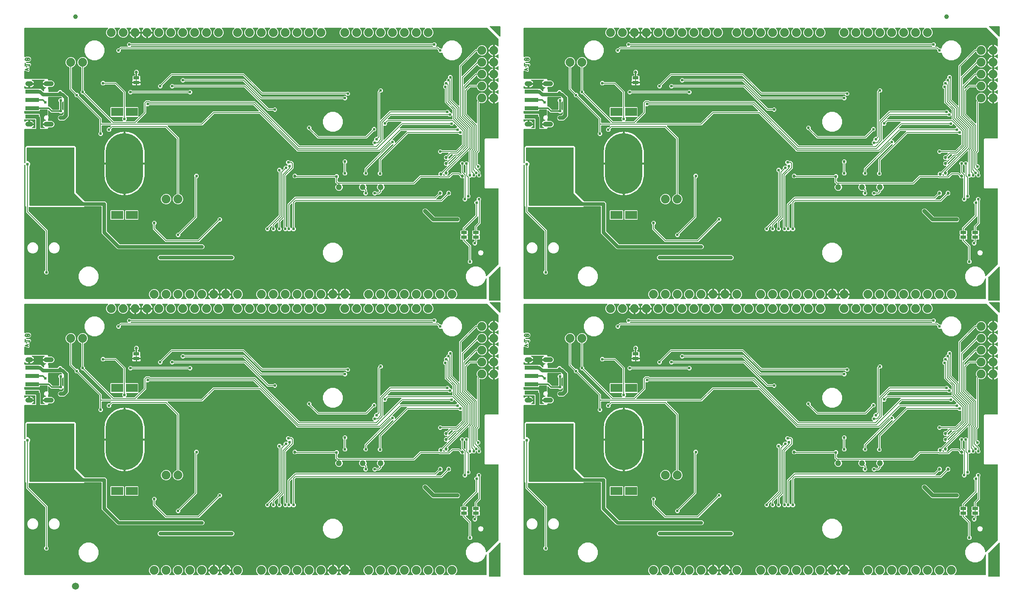
<source format=gbl>
G04 EAGLE Gerber RS-274X export*
G75*
%MOMM*%
%FSLAX34Y34*%
%LPD*%
%INBottom Copper*%
%IPPOS*%
%AMOC8*
5,1,8,0,0,1.08239X$1,22.5*%
G01*
%ADD10C,0.254000*%
%ADD11C,1.000000*%
%ADD12R,3.000000X0.900000*%
%ADD13C,1.270000*%
%ADD14R,2.540000X1.778000*%
%ADD15C,8.000000*%
%ADD16C,1.879600*%
%ADD17R,1.270000X0.635000*%
%ADD18R,0.254000X0.406400*%
%ADD19C,1.000000*%
%ADD20C,1.500000*%
%ADD21C,0.609600*%
%ADD22C,0.203200*%
%ADD23C,0.762000*%
%ADD24C,0.812800*%
%ADD25C,0.304800*%
%ADD26C,0.685800*%

G36*
X271690Y2545D02*
X271690Y2545D01*
X271719Y2542D01*
X271831Y2565D01*
X271943Y2581D01*
X271969Y2593D01*
X271998Y2598D01*
X272099Y2651D01*
X272202Y2697D01*
X272224Y2716D01*
X272251Y2729D01*
X272333Y2807D01*
X272419Y2880D01*
X272435Y2905D01*
X272457Y2925D01*
X272514Y3023D01*
X272577Y3117D01*
X272586Y3145D01*
X272600Y3170D01*
X272628Y3280D01*
X272662Y3388D01*
X272663Y3418D01*
X272670Y3446D01*
X272667Y3559D01*
X272670Y3672D01*
X272662Y3701D01*
X272661Y3730D01*
X272626Y3838D01*
X272598Y3947D01*
X272583Y3973D01*
X272574Y4001D01*
X272528Y4064D01*
X272453Y4192D01*
X272407Y4235D01*
X272379Y4274D01*
X270140Y6513D01*
X268477Y10527D01*
X268477Y14873D01*
X270140Y18887D01*
X273213Y21960D01*
X277227Y23623D01*
X281573Y23623D01*
X285587Y21960D01*
X288660Y18887D01*
X290323Y14873D01*
X290323Y10527D01*
X288660Y6513D01*
X286421Y4274D01*
X286403Y4250D01*
X286381Y4231D01*
X286318Y4137D01*
X286250Y4047D01*
X286240Y4019D01*
X286223Y3995D01*
X286189Y3887D01*
X286149Y3781D01*
X286146Y3752D01*
X286138Y3724D01*
X286135Y3610D01*
X286125Y3498D01*
X286131Y3469D01*
X286130Y3440D01*
X286159Y3330D01*
X286181Y3219D01*
X286195Y3193D01*
X286202Y3165D01*
X286260Y3067D01*
X286312Y2967D01*
X286332Y2945D01*
X286347Y2920D01*
X286430Y2843D01*
X286508Y2761D01*
X286533Y2746D01*
X286555Y2726D01*
X286655Y2674D01*
X286753Y2617D01*
X286782Y2610D01*
X286808Y2596D01*
X286885Y2583D01*
X287029Y2547D01*
X287091Y2549D01*
X287139Y2541D01*
X297061Y2541D01*
X297090Y2545D01*
X297119Y2542D01*
X297231Y2565D01*
X297343Y2581D01*
X297369Y2593D01*
X297398Y2598D01*
X297499Y2651D01*
X297602Y2697D01*
X297624Y2716D01*
X297651Y2729D01*
X297733Y2807D01*
X297819Y2880D01*
X297835Y2905D01*
X297857Y2925D01*
X297914Y3023D01*
X297977Y3117D01*
X297986Y3145D01*
X298000Y3170D01*
X298028Y3280D01*
X298062Y3388D01*
X298063Y3418D01*
X298070Y3446D01*
X298067Y3559D01*
X298070Y3672D01*
X298062Y3701D01*
X298061Y3730D01*
X298026Y3838D01*
X297998Y3947D01*
X297983Y3973D01*
X297974Y4001D01*
X297928Y4064D01*
X297853Y4192D01*
X297807Y4235D01*
X297779Y4274D01*
X295540Y6513D01*
X293877Y10527D01*
X293877Y14873D01*
X295540Y18887D01*
X298613Y21960D01*
X302627Y23623D01*
X306973Y23623D01*
X310987Y21960D01*
X314060Y18887D01*
X315723Y14873D01*
X315723Y10527D01*
X314060Y6513D01*
X311821Y4274D01*
X311803Y4250D01*
X311781Y4231D01*
X311718Y4137D01*
X311650Y4047D01*
X311640Y4019D01*
X311623Y3995D01*
X311589Y3887D01*
X311549Y3781D01*
X311546Y3752D01*
X311538Y3724D01*
X311535Y3610D01*
X311525Y3498D01*
X311531Y3469D01*
X311530Y3440D01*
X311559Y3330D01*
X311581Y3219D01*
X311595Y3193D01*
X311602Y3165D01*
X311660Y3067D01*
X311712Y2967D01*
X311732Y2945D01*
X311747Y2920D01*
X311830Y2843D01*
X311908Y2761D01*
X311933Y2746D01*
X311955Y2726D01*
X312055Y2674D01*
X312153Y2617D01*
X312182Y2610D01*
X312208Y2596D01*
X312285Y2583D01*
X312429Y2547D01*
X312491Y2549D01*
X312539Y2541D01*
X322461Y2541D01*
X322490Y2545D01*
X322519Y2542D01*
X322631Y2565D01*
X322743Y2581D01*
X322769Y2593D01*
X322798Y2598D01*
X322899Y2651D01*
X323002Y2697D01*
X323024Y2716D01*
X323051Y2729D01*
X323133Y2807D01*
X323219Y2880D01*
X323235Y2905D01*
X323257Y2925D01*
X323314Y3023D01*
X323377Y3117D01*
X323386Y3145D01*
X323400Y3170D01*
X323428Y3280D01*
X323462Y3388D01*
X323463Y3418D01*
X323470Y3446D01*
X323467Y3559D01*
X323470Y3672D01*
X323462Y3701D01*
X323461Y3730D01*
X323426Y3838D01*
X323398Y3947D01*
X323383Y3973D01*
X323374Y4001D01*
X323328Y4064D01*
X323253Y4192D01*
X323207Y4235D01*
X323179Y4274D01*
X320940Y6513D01*
X319277Y10527D01*
X319277Y14873D01*
X320940Y18887D01*
X324013Y21960D01*
X328027Y23623D01*
X332373Y23623D01*
X336387Y21960D01*
X339460Y18887D01*
X341123Y14873D01*
X341123Y10527D01*
X339460Y6513D01*
X337221Y4274D01*
X337203Y4250D01*
X337181Y4231D01*
X337118Y4137D01*
X337050Y4047D01*
X337040Y4019D01*
X337023Y3995D01*
X336989Y3887D01*
X336949Y3781D01*
X336946Y3752D01*
X336938Y3724D01*
X336935Y3610D01*
X336925Y3498D01*
X336931Y3469D01*
X336930Y3440D01*
X336959Y3330D01*
X336981Y3219D01*
X336995Y3193D01*
X337002Y3165D01*
X337060Y3067D01*
X337112Y2967D01*
X337132Y2945D01*
X337147Y2920D01*
X337230Y2843D01*
X337308Y2761D01*
X337333Y2746D01*
X337355Y2726D01*
X337455Y2674D01*
X337553Y2617D01*
X337582Y2610D01*
X337608Y2596D01*
X337685Y2583D01*
X337829Y2547D01*
X337891Y2549D01*
X337939Y2541D01*
X347861Y2541D01*
X347890Y2545D01*
X347919Y2542D01*
X348031Y2565D01*
X348143Y2581D01*
X348169Y2593D01*
X348198Y2598D01*
X348299Y2651D01*
X348402Y2697D01*
X348424Y2716D01*
X348451Y2729D01*
X348533Y2807D01*
X348619Y2880D01*
X348635Y2905D01*
X348657Y2925D01*
X348714Y3023D01*
X348777Y3117D01*
X348786Y3145D01*
X348800Y3170D01*
X348828Y3280D01*
X348862Y3388D01*
X348863Y3418D01*
X348870Y3446D01*
X348867Y3559D01*
X348870Y3672D01*
X348862Y3701D01*
X348861Y3730D01*
X348826Y3838D01*
X348798Y3947D01*
X348783Y3973D01*
X348774Y4001D01*
X348728Y4064D01*
X348653Y4192D01*
X348607Y4235D01*
X348579Y4274D01*
X346340Y6513D01*
X344677Y10527D01*
X344677Y14873D01*
X346340Y18887D01*
X349413Y21960D01*
X353427Y23623D01*
X357773Y23623D01*
X361787Y21960D01*
X364860Y18887D01*
X366523Y14873D01*
X366523Y10527D01*
X364860Y6513D01*
X362621Y4274D01*
X362603Y4250D01*
X362581Y4231D01*
X362518Y4137D01*
X362450Y4047D01*
X362440Y4019D01*
X362423Y3995D01*
X362389Y3887D01*
X362349Y3781D01*
X362346Y3752D01*
X362338Y3724D01*
X362335Y3610D01*
X362325Y3498D01*
X362331Y3469D01*
X362330Y3440D01*
X362359Y3330D01*
X362381Y3219D01*
X362395Y3193D01*
X362402Y3165D01*
X362460Y3067D01*
X362512Y2967D01*
X362532Y2945D01*
X362547Y2920D01*
X362630Y2843D01*
X362708Y2761D01*
X362733Y2746D01*
X362755Y2726D01*
X362855Y2674D01*
X362953Y2617D01*
X362982Y2610D01*
X363008Y2596D01*
X363085Y2583D01*
X363229Y2547D01*
X363291Y2549D01*
X363339Y2541D01*
X373261Y2541D01*
X373290Y2545D01*
X373319Y2542D01*
X373431Y2565D01*
X373543Y2581D01*
X373569Y2593D01*
X373598Y2598D01*
X373699Y2651D01*
X373802Y2697D01*
X373824Y2716D01*
X373851Y2729D01*
X373933Y2807D01*
X374019Y2880D01*
X374035Y2905D01*
X374057Y2925D01*
X374114Y3023D01*
X374177Y3117D01*
X374186Y3145D01*
X374200Y3170D01*
X374228Y3280D01*
X374262Y3388D01*
X374263Y3418D01*
X374270Y3446D01*
X374267Y3559D01*
X374270Y3672D01*
X374262Y3701D01*
X374261Y3730D01*
X374226Y3838D01*
X374198Y3947D01*
X374183Y3973D01*
X374174Y4001D01*
X374128Y4064D01*
X374053Y4192D01*
X374007Y4235D01*
X373979Y4274D01*
X371740Y6513D01*
X370077Y10527D01*
X370077Y14873D01*
X371740Y18887D01*
X374813Y21960D01*
X378827Y23623D01*
X383173Y23623D01*
X387187Y21960D01*
X390260Y18887D01*
X391923Y14873D01*
X391923Y10527D01*
X390260Y6513D01*
X388021Y4274D01*
X388003Y4250D01*
X387981Y4231D01*
X387918Y4137D01*
X387850Y4047D01*
X387840Y4019D01*
X387823Y3995D01*
X387789Y3887D01*
X387749Y3781D01*
X387746Y3752D01*
X387738Y3724D01*
X387735Y3610D01*
X387725Y3498D01*
X387731Y3469D01*
X387730Y3440D01*
X387759Y3330D01*
X387781Y3219D01*
X387795Y3193D01*
X387802Y3165D01*
X387860Y3067D01*
X387912Y2967D01*
X387932Y2945D01*
X387947Y2920D01*
X388030Y2843D01*
X388108Y2761D01*
X388133Y2746D01*
X388155Y2726D01*
X388255Y2674D01*
X388353Y2617D01*
X388382Y2610D01*
X388408Y2596D01*
X388485Y2583D01*
X388629Y2547D01*
X388691Y2549D01*
X388739Y2541D01*
X397224Y2541D01*
X397253Y2545D01*
X397283Y2542D01*
X397394Y2565D01*
X397506Y2581D01*
X397533Y2593D01*
X397561Y2598D01*
X397662Y2651D01*
X397765Y2697D01*
X397788Y2716D01*
X397814Y2729D01*
X397896Y2807D01*
X397982Y2880D01*
X397999Y2905D01*
X398020Y2925D01*
X398077Y3023D01*
X398140Y3117D01*
X398149Y3145D01*
X398164Y3170D01*
X398191Y3280D01*
X398226Y3388D01*
X398226Y3418D01*
X398234Y3446D01*
X398230Y3559D01*
X398233Y3672D01*
X398226Y3701D01*
X398225Y3730D01*
X398190Y3838D01*
X398161Y3947D01*
X398146Y3973D01*
X398137Y4001D01*
X398091Y4065D01*
X398016Y4192D01*
X397970Y4235D01*
X397942Y4274D01*
X397294Y4922D01*
X396189Y6443D01*
X395336Y8117D01*
X394755Y9904D01*
X394634Y10669D01*
X405384Y10669D01*
X405442Y10677D01*
X405500Y10675D01*
X405582Y10697D01*
X405665Y10709D01*
X405719Y10733D01*
X405775Y10747D01*
X405848Y10790D01*
X405925Y10825D01*
X405969Y10863D01*
X406020Y10893D01*
X406077Y10954D01*
X406142Y11009D01*
X406174Y11057D01*
X406214Y11100D01*
X406253Y11175D01*
X406299Y11245D01*
X406317Y11301D01*
X406344Y11353D01*
X406355Y11421D01*
X406385Y11516D01*
X406388Y11616D01*
X406399Y11684D01*
X406399Y12701D01*
X406401Y12701D01*
X406401Y11684D01*
X406409Y11626D01*
X406408Y11568D01*
X406429Y11486D01*
X406441Y11403D01*
X406465Y11349D01*
X406479Y11293D01*
X406522Y11220D01*
X406557Y11143D01*
X406595Y11098D01*
X406625Y11048D01*
X406686Y10990D01*
X406741Y10926D01*
X406789Y10894D01*
X406832Y10854D01*
X406907Y10815D01*
X406977Y10769D01*
X407033Y10751D01*
X407085Y10724D01*
X407153Y10713D01*
X407248Y10683D01*
X407348Y10680D01*
X407416Y10669D01*
X418287Y10669D01*
X418278Y10655D01*
X418204Y10554D01*
X418199Y10540D01*
X418189Y10524D01*
X418100Y10254D01*
X418100Y10245D01*
X418097Y10236D01*
X418045Y9904D01*
X417464Y8117D01*
X416611Y6443D01*
X415506Y4922D01*
X414858Y4274D01*
X414840Y4250D01*
X414818Y4231D01*
X414755Y4137D01*
X414687Y4047D01*
X414676Y4019D01*
X414660Y3995D01*
X414626Y3887D01*
X414586Y3781D01*
X414583Y3752D01*
X414574Y3724D01*
X414571Y3610D01*
X414562Y3498D01*
X414568Y3469D01*
X414567Y3440D01*
X414596Y3330D01*
X414618Y3219D01*
X414632Y3193D01*
X414639Y3165D01*
X414697Y3067D01*
X414749Y2967D01*
X414769Y2945D01*
X414784Y2920D01*
X414867Y2843D01*
X414945Y2761D01*
X414970Y2746D01*
X414991Y2726D01*
X415092Y2674D01*
X415190Y2617D01*
X415218Y2610D01*
X415245Y2596D01*
X415322Y2583D01*
X415466Y2547D01*
X415528Y2549D01*
X415576Y2541D01*
X422624Y2541D01*
X422653Y2545D01*
X422683Y2542D01*
X422794Y2565D01*
X422906Y2581D01*
X422933Y2593D01*
X422961Y2598D01*
X423062Y2651D01*
X423165Y2697D01*
X423188Y2716D01*
X423214Y2729D01*
X423296Y2807D01*
X423382Y2880D01*
X423399Y2905D01*
X423420Y2925D01*
X423477Y3023D01*
X423540Y3117D01*
X423549Y3145D01*
X423564Y3170D01*
X423591Y3280D01*
X423626Y3388D01*
X423626Y3418D01*
X423634Y3446D01*
X423630Y3559D01*
X423633Y3672D01*
X423626Y3701D01*
X423625Y3730D01*
X423590Y3838D01*
X423561Y3947D01*
X423546Y3973D01*
X423537Y4001D01*
X423491Y4065D01*
X423416Y4192D01*
X423370Y4235D01*
X423342Y4274D01*
X422694Y4922D01*
X421589Y6443D01*
X420736Y8117D01*
X420155Y9904D01*
X420103Y10236D01*
X420066Y10356D01*
X420033Y10477D01*
X420024Y10491D01*
X420019Y10508D01*
X419951Y10613D01*
X419917Y10669D01*
X430784Y10669D01*
X430842Y10677D01*
X430900Y10675D01*
X430982Y10697D01*
X431065Y10709D01*
X431119Y10733D01*
X431175Y10747D01*
X431248Y10790D01*
X431325Y10825D01*
X431369Y10863D01*
X431420Y10893D01*
X431477Y10954D01*
X431542Y11009D01*
X431574Y11057D01*
X431614Y11100D01*
X431653Y11175D01*
X431699Y11245D01*
X431717Y11301D01*
X431744Y11353D01*
X431755Y11421D01*
X431785Y11516D01*
X431788Y11616D01*
X431799Y11684D01*
X431799Y12701D01*
X431801Y12701D01*
X431801Y11684D01*
X431809Y11626D01*
X431808Y11568D01*
X431829Y11486D01*
X431841Y11403D01*
X431865Y11349D01*
X431879Y11293D01*
X431922Y11220D01*
X431957Y11143D01*
X431995Y11098D01*
X432025Y11048D01*
X432086Y10990D01*
X432141Y10926D01*
X432189Y10894D01*
X432232Y10854D01*
X432307Y10815D01*
X432377Y10769D01*
X432433Y10751D01*
X432485Y10724D01*
X432553Y10713D01*
X432648Y10683D01*
X432748Y10680D01*
X432816Y10669D01*
X443566Y10669D01*
X443445Y9904D01*
X442864Y8117D01*
X442011Y6443D01*
X440906Y4922D01*
X440258Y4274D01*
X440240Y4250D01*
X440218Y4231D01*
X440155Y4137D01*
X440087Y4047D01*
X440076Y4019D01*
X440060Y3995D01*
X440026Y3887D01*
X439986Y3781D01*
X439983Y3752D01*
X439974Y3724D01*
X439971Y3610D01*
X439962Y3498D01*
X439968Y3469D01*
X439967Y3440D01*
X439996Y3330D01*
X440018Y3219D01*
X440032Y3193D01*
X440039Y3165D01*
X440097Y3067D01*
X440149Y2967D01*
X440169Y2945D01*
X440184Y2920D01*
X440267Y2843D01*
X440345Y2761D01*
X440370Y2746D01*
X440391Y2726D01*
X440492Y2674D01*
X440590Y2617D01*
X440618Y2610D01*
X440645Y2596D01*
X440722Y2583D01*
X440866Y2547D01*
X440928Y2549D01*
X440976Y2541D01*
X449461Y2541D01*
X449490Y2545D01*
X449519Y2542D01*
X449631Y2565D01*
X449743Y2581D01*
X449769Y2593D01*
X449798Y2598D01*
X449899Y2651D01*
X450002Y2697D01*
X450024Y2716D01*
X450051Y2729D01*
X450133Y2807D01*
X450219Y2880D01*
X450235Y2905D01*
X450257Y2925D01*
X450314Y3023D01*
X450377Y3117D01*
X450386Y3145D01*
X450400Y3170D01*
X450428Y3280D01*
X450462Y3388D01*
X450463Y3418D01*
X450470Y3446D01*
X450467Y3559D01*
X450470Y3672D01*
X450462Y3701D01*
X450461Y3730D01*
X450426Y3838D01*
X450398Y3947D01*
X450383Y3973D01*
X450374Y4001D01*
X450328Y4064D01*
X450253Y4192D01*
X450207Y4235D01*
X450179Y4274D01*
X447940Y6513D01*
X446277Y10527D01*
X446277Y14873D01*
X447940Y18887D01*
X451013Y21960D01*
X455027Y23623D01*
X459373Y23623D01*
X463387Y21960D01*
X466460Y18887D01*
X468123Y14873D01*
X468123Y10527D01*
X466460Y6513D01*
X464221Y4274D01*
X464203Y4250D01*
X464181Y4231D01*
X464118Y4137D01*
X464050Y4047D01*
X464040Y4019D01*
X464023Y3995D01*
X463989Y3887D01*
X463949Y3781D01*
X463946Y3752D01*
X463938Y3724D01*
X463935Y3610D01*
X463925Y3498D01*
X463931Y3469D01*
X463930Y3440D01*
X463959Y3330D01*
X463981Y3219D01*
X463995Y3193D01*
X464002Y3165D01*
X464060Y3067D01*
X464112Y2967D01*
X464132Y2945D01*
X464147Y2920D01*
X464230Y2843D01*
X464308Y2761D01*
X464333Y2746D01*
X464355Y2726D01*
X464455Y2674D01*
X464553Y2617D01*
X464582Y2610D01*
X464608Y2596D01*
X464685Y2583D01*
X464829Y2547D01*
X464891Y2549D01*
X464939Y2541D01*
X500261Y2541D01*
X500290Y2545D01*
X500319Y2542D01*
X500431Y2565D01*
X500543Y2581D01*
X500569Y2593D01*
X500598Y2598D01*
X500699Y2651D01*
X500802Y2697D01*
X500824Y2716D01*
X500851Y2729D01*
X500933Y2807D01*
X501019Y2880D01*
X501035Y2905D01*
X501057Y2925D01*
X501114Y3023D01*
X501177Y3117D01*
X501186Y3145D01*
X501200Y3170D01*
X501228Y3280D01*
X501262Y3388D01*
X501263Y3418D01*
X501270Y3446D01*
X501267Y3559D01*
X501270Y3672D01*
X501262Y3701D01*
X501261Y3730D01*
X501226Y3838D01*
X501198Y3947D01*
X501183Y3973D01*
X501174Y4001D01*
X501128Y4064D01*
X501053Y4192D01*
X501007Y4235D01*
X500979Y4274D01*
X498740Y6513D01*
X497077Y10527D01*
X497077Y14873D01*
X498740Y18887D01*
X501813Y21960D01*
X505827Y23623D01*
X510173Y23623D01*
X514187Y21960D01*
X517260Y18887D01*
X518923Y14873D01*
X518923Y10527D01*
X517260Y6513D01*
X515021Y4274D01*
X515003Y4250D01*
X514981Y4231D01*
X514918Y4137D01*
X514850Y4047D01*
X514840Y4019D01*
X514823Y3995D01*
X514789Y3887D01*
X514749Y3781D01*
X514746Y3752D01*
X514738Y3724D01*
X514735Y3610D01*
X514725Y3498D01*
X514731Y3469D01*
X514730Y3440D01*
X514759Y3330D01*
X514781Y3219D01*
X514795Y3193D01*
X514802Y3165D01*
X514860Y3067D01*
X514912Y2967D01*
X514932Y2945D01*
X514947Y2920D01*
X515030Y2843D01*
X515108Y2761D01*
X515133Y2746D01*
X515155Y2726D01*
X515255Y2674D01*
X515353Y2617D01*
X515382Y2610D01*
X515408Y2596D01*
X515485Y2583D01*
X515629Y2547D01*
X515691Y2549D01*
X515739Y2541D01*
X525661Y2541D01*
X525690Y2545D01*
X525719Y2542D01*
X525831Y2565D01*
X525943Y2581D01*
X525969Y2593D01*
X525998Y2598D01*
X526099Y2651D01*
X526202Y2697D01*
X526224Y2716D01*
X526251Y2729D01*
X526333Y2807D01*
X526419Y2880D01*
X526435Y2905D01*
X526457Y2925D01*
X526514Y3023D01*
X526577Y3117D01*
X526586Y3145D01*
X526600Y3170D01*
X526628Y3280D01*
X526662Y3388D01*
X526663Y3418D01*
X526670Y3446D01*
X526667Y3559D01*
X526670Y3672D01*
X526662Y3701D01*
X526661Y3730D01*
X526626Y3838D01*
X526598Y3947D01*
X526583Y3973D01*
X526574Y4001D01*
X526528Y4064D01*
X526453Y4192D01*
X526407Y4235D01*
X526379Y4274D01*
X524140Y6513D01*
X522477Y10527D01*
X522477Y14873D01*
X524140Y18887D01*
X527213Y21960D01*
X531227Y23623D01*
X535573Y23623D01*
X539587Y21960D01*
X542660Y18887D01*
X544323Y14873D01*
X544323Y10527D01*
X542660Y6513D01*
X540421Y4274D01*
X540403Y4250D01*
X540381Y4231D01*
X540318Y4137D01*
X540250Y4047D01*
X540240Y4019D01*
X540223Y3995D01*
X540189Y3887D01*
X540149Y3781D01*
X540146Y3752D01*
X540138Y3724D01*
X540135Y3610D01*
X540125Y3498D01*
X540131Y3469D01*
X540130Y3440D01*
X540159Y3330D01*
X540181Y3219D01*
X540195Y3193D01*
X540202Y3165D01*
X540260Y3067D01*
X540312Y2967D01*
X540332Y2945D01*
X540347Y2920D01*
X540430Y2843D01*
X540508Y2761D01*
X540533Y2746D01*
X540555Y2726D01*
X540655Y2674D01*
X540753Y2617D01*
X540782Y2610D01*
X540808Y2596D01*
X540885Y2583D01*
X541029Y2547D01*
X541091Y2549D01*
X541139Y2541D01*
X551061Y2541D01*
X551090Y2545D01*
X551119Y2542D01*
X551231Y2565D01*
X551343Y2581D01*
X551369Y2593D01*
X551398Y2598D01*
X551499Y2651D01*
X551602Y2697D01*
X551624Y2716D01*
X551651Y2729D01*
X551733Y2807D01*
X551819Y2880D01*
X551835Y2905D01*
X551857Y2925D01*
X551914Y3023D01*
X551977Y3117D01*
X551986Y3145D01*
X552000Y3170D01*
X552028Y3280D01*
X552062Y3388D01*
X552063Y3418D01*
X552070Y3446D01*
X552067Y3559D01*
X552070Y3672D01*
X552062Y3701D01*
X552061Y3730D01*
X552026Y3838D01*
X551998Y3947D01*
X551983Y3973D01*
X551974Y4001D01*
X551928Y4064D01*
X551853Y4192D01*
X551807Y4235D01*
X551779Y4274D01*
X549540Y6513D01*
X547877Y10527D01*
X547877Y14873D01*
X549540Y18887D01*
X552613Y21960D01*
X556627Y23623D01*
X560973Y23623D01*
X564987Y21960D01*
X568060Y18887D01*
X569723Y14873D01*
X569723Y10527D01*
X568060Y6513D01*
X565821Y4274D01*
X565803Y4250D01*
X565781Y4231D01*
X565718Y4137D01*
X565650Y4047D01*
X565640Y4019D01*
X565623Y3995D01*
X565589Y3887D01*
X565549Y3781D01*
X565546Y3752D01*
X565538Y3724D01*
X565535Y3610D01*
X565525Y3498D01*
X565531Y3469D01*
X565530Y3440D01*
X565559Y3330D01*
X565581Y3219D01*
X565595Y3193D01*
X565602Y3165D01*
X565660Y3067D01*
X565712Y2967D01*
X565732Y2945D01*
X565747Y2920D01*
X565830Y2843D01*
X565908Y2761D01*
X565933Y2746D01*
X565955Y2726D01*
X566055Y2674D01*
X566153Y2617D01*
X566182Y2610D01*
X566208Y2596D01*
X566285Y2583D01*
X566429Y2547D01*
X566491Y2549D01*
X566539Y2541D01*
X576461Y2541D01*
X576490Y2545D01*
X576519Y2542D01*
X576631Y2565D01*
X576743Y2581D01*
X576769Y2593D01*
X576798Y2598D01*
X576899Y2651D01*
X577002Y2697D01*
X577024Y2716D01*
X577051Y2729D01*
X577133Y2807D01*
X577219Y2880D01*
X577235Y2905D01*
X577257Y2925D01*
X577314Y3023D01*
X577377Y3117D01*
X577386Y3145D01*
X577400Y3170D01*
X577428Y3280D01*
X577462Y3388D01*
X577463Y3418D01*
X577470Y3446D01*
X577467Y3559D01*
X577470Y3672D01*
X577462Y3701D01*
X577461Y3730D01*
X577426Y3838D01*
X577398Y3947D01*
X577383Y3973D01*
X577374Y4001D01*
X577328Y4064D01*
X577253Y4192D01*
X577207Y4235D01*
X577179Y4274D01*
X574940Y6513D01*
X573277Y10527D01*
X573277Y14873D01*
X574940Y18887D01*
X578013Y21960D01*
X582027Y23623D01*
X586373Y23623D01*
X590387Y21960D01*
X593460Y18887D01*
X595123Y14873D01*
X595123Y10527D01*
X593460Y6513D01*
X591221Y4274D01*
X591203Y4250D01*
X591181Y4231D01*
X591118Y4137D01*
X591050Y4047D01*
X591040Y4019D01*
X591023Y3995D01*
X590989Y3887D01*
X590949Y3781D01*
X590946Y3752D01*
X590938Y3724D01*
X590935Y3610D01*
X590925Y3498D01*
X590931Y3469D01*
X590930Y3440D01*
X590959Y3330D01*
X590981Y3219D01*
X590995Y3193D01*
X591002Y3165D01*
X591060Y3067D01*
X591112Y2967D01*
X591132Y2945D01*
X591147Y2920D01*
X591230Y2843D01*
X591308Y2761D01*
X591333Y2746D01*
X591355Y2726D01*
X591455Y2674D01*
X591553Y2617D01*
X591582Y2610D01*
X591608Y2596D01*
X591685Y2583D01*
X591829Y2547D01*
X591891Y2549D01*
X591939Y2541D01*
X601861Y2541D01*
X601890Y2545D01*
X601919Y2542D01*
X602031Y2565D01*
X602143Y2581D01*
X602169Y2593D01*
X602198Y2598D01*
X602299Y2651D01*
X602402Y2697D01*
X602424Y2716D01*
X602451Y2729D01*
X602533Y2807D01*
X602619Y2880D01*
X602635Y2905D01*
X602657Y2925D01*
X602714Y3023D01*
X602777Y3117D01*
X602786Y3145D01*
X602800Y3170D01*
X602828Y3280D01*
X602862Y3388D01*
X602863Y3418D01*
X602870Y3446D01*
X602867Y3559D01*
X602870Y3672D01*
X602862Y3701D01*
X602861Y3730D01*
X602826Y3838D01*
X602798Y3947D01*
X602783Y3973D01*
X602774Y4001D01*
X602728Y4064D01*
X602653Y4192D01*
X602607Y4235D01*
X602579Y4274D01*
X600340Y6513D01*
X598677Y10527D01*
X598677Y14873D01*
X600340Y18887D01*
X603413Y21960D01*
X607427Y23623D01*
X611773Y23623D01*
X615787Y21960D01*
X618860Y18887D01*
X620523Y14873D01*
X620523Y10527D01*
X618860Y6513D01*
X616621Y4274D01*
X616603Y4250D01*
X616581Y4231D01*
X616518Y4137D01*
X616450Y4047D01*
X616440Y4019D01*
X616423Y3995D01*
X616389Y3887D01*
X616349Y3781D01*
X616346Y3752D01*
X616338Y3724D01*
X616335Y3610D01*
X616325Y3498D01*
X616331Y3469D01*
X616330Y3440D01*
X616359Y3330D01*
X616381Y3219D01*
X616395Y3193D01*
X616402Y3165D01*
X616460Y3067D01*
X616512Y2967D01*
X616532Y2945D01*
X616547Y2920D01*
X616630Y2843D01*
X616708Y2761D01*
X616733Y2746D01*
X616755Y2726D01*
X616855Y2674D01*
X616953Y2617D01*
X616982Y2610D01*
X617008Y2596D01*
X617085Y2583D01*
X617229Y2547D01*
X617291Y2549D01*
X617339Y2541D01*
X627261Y2541D01*
X627290Y2545D01*
X627319Y2542D01*
X627431Y2565D01*
X627543Y2581D01*
X627569Y2593D01*
X627598Y2598D01*
X627699Y2651D01*
X627802Y2697D01*
X627824Y2716D01*
X627851Y2729D01*
X627933Y2807D01*
X628019Y2880D01*
X628035Y2905D01*
X628057Y2925D01*
X628114Y3023D01*
X628177Y3117D01*
X628186Y3145D01*
X628200Y3170D01*
X628228Y3280D01*
X628262Y3388D01*
X628263Y3418D01*
X628270Y3446D01*
X628267Y3559D01*
X628270Y3672D01*
X628262Y3701D01*
X628261Y3730D01*
X628226Y3838D01*
X628198Y3947D01*
X628183Y3973D01*
X628174Y4001D01*
X628128Y4064D01*
X628053Y4192D01*
X628007Y4235D01*
X627979Y4274D01*
X625740Y6513D01*
X624077Y10527D01*
X624077Y14873D01*
X625740Y18887D01*
X628813Y21960D01*
X632827Y23623D01*
X637173Y23623D01*
X641187Y21960D01*
X644260Y18887D01*
X645923Y14873D01*
X645923Y10527D01*
X644260Y6513D01*
X642021Y4274D01*
X642003Y4250D01*
X641981Y4231D01*
X641918Y4137D01*
X641850Y4047D01*
X641840Y4019D01*
X641823Y3995D01*
X641789Y3887D01*
X641749Y3781D01*
X641746Y3752D01*
X641738Y3724D01*
X641735Y3610D01*
X641725Y3498D01*
X641731Y3469D01*
X641730Y3440D01*
X641759Y3330D01*
X641781Y3219D01*
X641795Y3193D01*
X641802Y3165D01*
X641860Y3067D01*
X641912Y2967D01*
X641932Y2945D01*
X641947Y2920D01*
X642030Y2843D01*
X642108Y2761D01*
X642133Y2746D01*
X642155Y2726D01*
X642255Y2674D01*
X642353Y2617D01*
X642382Y2610D01*
X642408Y2596D01*
X642485Y2583D01*
X642629Y2547D01*
X642691Y2549D01*
X642739Y2541D01*
X651224Y2541D01*
X651253Y2545D01*
X651283Y2542D01*
X651394Y2565D01*
X651506Y2581D01*
X651533Y2593D01*
X651561Y2598D01*
X651662Y2651D01*
X651765Y2697D01*
X651788Y2716D01*
X651814Y2729D01*
X651896Y2807D01*
X651982Y2880D01*
X651999Y2905D01*
X652020Y2925D01*
X652077Y3023D01*
X652140Y3117D01*
X652149Y3145D01*
X652164Y3170D01*
X652191Y3280D01*
X652226Y3388D01*
X652226Y3418D01*
X652234Y3446D01*
X652230Y3559D01*
X652233Y3672D01*
X652226Y3701D01*
X652225Y3730D01*
X652190Y3838D01*
X652161Y3947D01*
X652146Y3973D01*
X652137Y4001D01*
X652091Y4065D01*
X652016Y4192D01*
X651970Y4235D01*
X651942Y4274D01*
X651294Y4922D01*
X650189Y6443D01*
X649336Y8117D01*
X648755Y9904D01*
X648634Y10669D01*
X659384Y10669D01*
X659442Y10677D01*
X659500Y10675D01*
X659582Y10697D01*
X659665Y10709D01*
X659719Y10733D01*
X659775Y10747D01*
X659848Y10790D01*
X659925Y10825D01*
X659969Y10863D01*
X660020Y10893D01*
X660077Y10954D01*
X660142Y11009D01*
X660174Y11057D01*
X660214Y11100D01*
X660253Y11175D01*
X660299Y11245D01*
X660317Y11301D01*
X660344Y11353D01*
X660355Y11421D01*
X660385Y11516D01*
X660388Y11616D01*
X660399Y11684D01*
X660399Y12701D01*
X660401Y12701D01*
X660401Y11684D01*
X660409Y11626D01*
X660408Y11568D01*
X660429Y11486D01*
X660441Y11403D01*
X660465Y11349D01*
X660479Y11293D01*
X660522Y11220D01*
X660557Y11143D01*
X660595Y11098D01*
X660625Y11048D01*
X660686Y10990D01*
X660741Y10926D01*
X660789Y10894D01*
X660832Y10854D01*
X660907Y10815D01*
X660977Y10769D01*
X661033Y10751D01*
X661085Y10724D01*
X661153Y10713D01*
X661248Y10683D01*
X661348Y10680D01*
X661416Y10669D01*
X672287Y10669D01*
X672278Y10655D01*
X672204Y10554D01*
X672199Y10540D01*
X672189Y10524D01*
X672100Y10254D01*
X672100Y10245D01*
X672097Y10236D01*
X672045Y9904D01*
X671464Y8117D01*
X670611Y6443D01*
X669506Y4922D01*
X668858Y4274D01*
X668840Y4250D01*
X668818Y4231D01*
X668755Y4137D01*
X668687Y4047D01*
X668676Y4019D01*
X668660Y3995D01*
X668626Y3887D01*
X668586Y3781D01*
X668583Y3752D01*
X668574Y3724D01*
X668571Y3610D01*
X668562Y3498D01*
X668568Y3469D01*
X668567Y3440D01*
X668596Y3330D01*
X668618Y3219D01*
X668632Y3193D01*
X668639Y3165D01*
X668697Y3067D01*
X668749Y2967D01*
X668769Y2945D01*
X668784Y2920D01*
X668867Y2843D01*
X668945Y2761D01*
X668970Y2746D01*
X668991Y2726D01*
X669092Y2674D01*
X669190Y2617D01*
X669218Y2610D01*
X669245Y2596D01*
X669322Y2583D01*
X669466Y2547D01*
X669528Y2549D01*
X669576Y2541D01*
X676624Y2541D01*
X676653Y2545D01*
X676683Y2542D01*
X676794Y2565D01*
X676906Y2581D01*
X676933Y2593D01*
X676961Y2598D01*
X677062Y2651D01*
X677165Y2697D01*
X677188Y2716D01*
X677214Y2729D01*
X677296Y2807D01*
X677382Y2880D01*
X677399Y2905D01*
X677420Y2925D01*
X677477Y3023D01*
X677540Y3117D01*
X677549Y3145D01*
X677564Y3170D01*
X677591Y3280D01*
X677626Y3388D01*
X677626Y3418D01*
X677634Y3446D01*
X677630Y3559D01*
X677633Y3672D01*
X677626Y3701D01*
X677625Y3730D01*
X677590Y3838D01*
X677561Y3947D01*
X677546Y3973D01*
X677537Y4001D01*
X677491Y4065D01*
X677416Y4192D01*
X677370Y4235D01*
X677342Y4274D01*
X676694Y4922D01*
X675589Y6443D01*
X674736Y8117D01*
X674155Y9904D01*
X674103Y10236D01*
X674066Y10356D01*
X674033Y10477D01*
X674024Y10491D01*
X674019Y10508D01*
X673951Y10613D01*
X673917Y10669D01*
X684784Y10669D01*
X684842Y10677D01*
X684900Y10675D01*
X684982Y10697D01*
X685065Y10709D01*
X685119Y10733D01*
X685175Y10747D01*
X685248Y10790D01*
X685325Y10825D01*
X685369Y10863D01*
X685420Y10893D01*
X685477Y10954D01*
X685542Y11009D01*
X685574Y11057D01*
X685614Y11100D01*
X685653Y11175D01*
X685699Y11245D01*
X685717Y11301D01*
X685744Y11353D01*
X685755Y11421D01*
X685785Y11516D01*
X685788Y11616D01*
X685799Y11684D01*
X685799Y12701D01*
X685801Y12701D01*
X685801Y11684D01*
X685809Y11626D01*
X685808Y11568D01*
X685829Y11486D01*
X685841Y11403D01*
X685865Y11349D01*
X685879Y11293D01*
X685922Y11220D01*
X685957Y11143D01*
X685995Y11098D01*
X686025Y11048D01*
X686086Y10990D01*
X686141Y10926D01*
X686189Y10894D01*
X686232Y10854D01*
X686307Y10815D01*
X686377Y10769D01*
X686433Y10751D01*
X686485Y10724D01*
X686553Y10713D01*
X686648Y10683D01*
X686748Y10680D01*
X686816Y10669D01*
X697566Y10669D01*
X697445Y9904D01*
X696864Y8117D01*
X696011Y6443D01*
X694906Y4922D01*
X694258Y4274D01*
X694240Y4250D01*
X694218Y4231D01*
X694155Y4137D01*
X694087Y4047D01*
X694076Y4019D01*
X694060Y3995D01*
X694026Y3887D01*
X693986Y3781D01*
X693983Y3752D01*
X693974Y3724D01*
X693971Y3610D01*
X693962Y3498D01*
X693968Y3469D01*
X693967Y3440D01*
X693996Y3330D01*
X694018Y3219D01*
X694032Y3193D01*
X694039Y3165D01*
X694097Y3067D01*
X694149Y2967D01*
X694169Y2945D01*
X694184Y2920D01*
X694267Y2843D01*
X694345Y2761D01*
X694370Y2746D01*
X694391Y2726D01*
X694492Y2674D01*
X694590Y2617D01*
X694618Y2610D01*
X694645Y2596D01*
X694722Y2583D01*
X694866Y2547D01*
X694928Y2549D01*
X694976Y2541D01*
X728861Y2541D01*
X728890Y2545D01*
X728919Y2542D01*
X729031Y2565D01*
X729143Y2581D01*
X729169Y2593D01*
X729198Y2598D01*
X729299Y2651D01*
X729402Y2697D01*
X729424Y2716D01*
X729451Y2729D01*
X729533Y2807D01*
X729619Y2880D01*
X729635Y2905D01*
X729657Y2925D01*
X729714Y3023D01*
X729777Y3117D01*
X729786Y3145D01*
X729800Y3170D01*
X729828Y3280D01*
X729862Y3388D01*
X729863Y3418D01*
X729870Y3446D01*
X729867Y3559D01*
X729870Y3672D01*
X729862Y3701D01*
X729861Y3730D01*
X729826Y3838D01*
X729798Y3947D01*
X729783Y3973D01*
X729774Y4001D01*
X729728Y4064D01*
X729653Y4192D01*
X729607Y4235D01*
X729579Y4274D01*
X727340Y6513D01*
X725677Y10527D01*
X725677Y14873D01*
X727340Y18887D01*
X730413Y21960D01*
X734427Y23623D01*
X738773Y23623D01*
X742787Y21960D01*
X745860Y18887D01*
X747523Y14873D01*
X747523Y10527D01*
X745860Y6513D01*
X743621Y4274D01*
X743603Y4250D01*
X743581Y4231D01*
X743518Y4137D01*
X743450Y4047D01*
X743440Y4019D01*
X743423Y3995D01*
X743389Y3887D01*
X743349Y3781D01*
X743346Y3752D01*
X743338Y3724D01*
X743335Y3610D01*
X743325Y3498D01*
X743331Y3469D01*
X743330Y3440D01*
X743359Y3330D01*
X743381Y3219D01*
X743395Y3193D01*
X743402Y3165D01*
X743460Y3067D01*
X743512Y2967D01*
X743532Y2945D01*
X743547Y2920D01*
X743630Y2843D01*
X743708Y2761D01*
X743733Y2746D01*
X743755Y2726D01*
X743855Y2674D01*
X743953Y2617D01*
X743982Y2610D01*
X744008Y2596D01*
X744085Y2583D01*
X744229Y2547D01*
X744291Y2549D01*
X744339Y2541D01*
X754261Y2541D01*
X754290Y2545D01*
X754319Y2542D01*
X754431Y2565D01*
X754543Y2581D01*
X754569Y2593D01*
X754598Y2598D01*
X754699Y2651D01*
X754802Y2697D01*
X754824Y2716D01*
X754851Y2729D01*
X754933Y2807D01*
X755019Y2880D01*
X755035Y2905D01*
X755057Y2925D01*
X755114Y3023D01*
X755177Y3117D01*
X755186Y3145D01*
X755200Y3170D01*
X755228Y3280D01*
X755262Y3388D01*
X755263Y3418D01*
X755270Y3446D01*
X755267Y3559D01*
X755270Y3672D01*
X755262Y3701D01*
X755261Y3730D01*
X755226Y3838D01*
X755198Y3947D01*
X755183Y3973D01*
X755174Y4001D01*
X755128Y4064D01*
X755053Y4192D01*
X755007Y4235D01*
X754979Y4274D01*
X752740Y6513D01*
X751077Y10527D01*
X751077Y14873D01*
X752740Y18887D01*
X755813Y21960D01*
X759827Y23623D01*
X764173Y23623D01*
X768187Y21960D01*
X771260Y18887D01*
X772923Y14873D01*
X772923Y10527D01*
X771260Y6513D01*
X769021Y4274D01*
X769003Y4250D01*
X768981Y4231D01*
X768918Y4137D01*
X768850Y4047D01*
X768840Y4019D01*
X768823Y3995D01*
X768789Y3887D01*
X768749Y3781D01*
X768746Y3752D01*
X768738Y3724D01*
X768735Y3610D01*
X768725Y3498D01*
X768731Y3469D01*
X768730Y3440D01*
X768759Y3330D01*
X768781Y3219D01*
X768795Y3193D01*
X768802Y3165D01*
X768860Y3067D01*
X768912Y2967D01*
X768932Y2945D01*
X768947Y2920D01*
X769030Y2843D01*
X769108Y2761D01*
X769133Y2746D01*
X769155Y2726D01*
X769255Y2674D01*
X769353Y2617D01*
X769382Y2610D01*
X769408Y2596D01*
X769485Y2583D01*
X769629Y2547D01*
X769691Y2549D01*
X769739Y2541D01*
X779661Y2541D01*
X779690Y2545D01*
X779719Y2542D01*
X779831Y2565D01*
X779943Y2581D01*
X779969Y2593D01*
X779998Y2598D01*
X780099Y2651D01*
X780202Y2697D01*
X780224Y2716D01*
X780251Y2729D01*
X780333Y2807D01*
X780419Y2880D01*
X780435Y2905D01*
X780457Y2925D01*
X780514Y3023D01*
X780577Y3117D01*
X780586Y3145D01*
X780600Y3170D01*
X780628Y3280D01*
X780662Y3388D01*
X780663Y3418D01*
X780670Y3446D01*
X780667Y3559D01*
X780670Y3672D01*
X780662Y3701D01*
X780661Y3730D01*
X780626Y3838D01*
X780598Y3947D01*
X780583Y3973D01*
X780574Y4001D01*
X780528Y4064D01*
X780453Y4192D01*
X780407Y4235D01*
X780379Y4274D01*
X778140Y6513D01*
X776477Y10527D01*
X776477Y14873D01*
X778140Y18887D01*
X781213Y21960D01*
X785227Y23623D01*
X789573Y23623D01*
X793587Y21960D01*
X796660Y18887D01*
X798323Y14873D01*
X798323Y10527D01*
X796660Y6513D01*
X794421Y4274D01*
X794403Y4250D01*
X794381Y4231D01*
X794318Y4137D01*
X794250Y4047D01*
X794240Y4019D01*
X794223Y3995D01*
X794189Y3887D01*
X794149Y3781D01*
X794146Y3752D01*
X794138Y3724D01*
X794135Y3610D01*
X794125Y3498D01*
X794131Y3469D01*
X794130Y3440D01*
X794159Y3330D01*
X794181Y3219D01*
X794195Y3193D01*
X794202Y3165D01*
X794260Y3067D01*
X794312Y2967D01*
X794332Y2945D01*
X794347Y2920D01*
X794430Y2843D01*
X794508Y2761D01*
X794533Y2746D01*
X794555Y2726D01*
X794655Y2674D01*
X794753Y2617D01*
X794782Y2610D01*
X794808Y2596D01*
X794885Y2583D01*
X795029Y2547D01*
X795091Y2549D01*
X795139Y2541D01*
X805061Y2541D01*
X805090Y2545D01*
X805119Y2542D01*
X805231Y2565D01*
X805343Y2581D01*
X805369Y2593D01*
X805398Y2598D01*
X805499Y2651D01*
X805602Y2697D01*
X805624Y2716D01*
X805651Y2729D01*
X805733Y2807D01*
X805819Y2880D01*
X805835Y2905D01*
X805857Y2925D01*
X805914Y3023D01*
X805977Y3117D01*
X805986Y3145D01*
X806000Y3170D01*
X806028Y3280D01*
X806062Y3388D01*
X806063Y3418D01*
X806070Y3446D01*
X806067Y3559D01*
X806070Y3672D01*
X806062Y3701D01*
X806061Y3730D01*
X806026Y3838D01*
X805998Y3947D01*
X805983Y3973D01*
X805974Y4001D01*
X805928Y4064D01*
X805853Y4192D01*
X805807Y4235D01*
X805779Y4274D01*
X803540Y6513D01*
X801877Y10527D01*
X801877Y14873D01*
X803540Y18887D01*
X806613Y21960D01*
X810627Y23623D01*
X814973Y23623D01*
X818987Y21960D01*
X822060Y18887D01*
X823723Y14873D01*
X823723Y10527D01*
X822060Y6513D01*
X819821Y4274D01*
X819803Y4250D01*
X819781Y4231D01*
X819718Y4137D01*
X819650Y4047D01*
X819640Y4019D01*
X819623Y3995D01*
X819589Y3887D01*
X819549Y3781D01*
X819546Y3752D01*
X819538Y3724D01*
X819535Y3610D01*
X819525Y3498D01*
X819531Y3469D01*
X819530Y3440D01*
X819559Y3330D01*
X819581Y3219D01*
X819595Y3193D01*
X819602Y3165D01*
X819660Y3067D01*
X819712Y2967D01*
X819732Y2945D01*
X819747Y2920D01*
X819830Y2843D01*
X819908Y2761D01*
X819933Y2746D01*
X819955Y2726D01*
X820055Y2674D01*
X820153Y2617D01*
X820182Y2610D01*
X820208Y2596D01*
X820285Y2583D01*
X820429Y2547D01*
X820491Y2549D01*
X820539Y2541D01*
X830461Y2541D01*
X830490Y2545D01*
X830519Y2542D01*
X830631Y2565D01*
X830743Y2581D01*
X830769Y2593D01*
X830798Y2598D01*
X830899Y2651D01*
X831002Y2697D01*
X831024Y2716D01*
X831051Y2729D01*
X831133Y2807D01*
X831219Y2880D01*
X831235Y2905D01*
X831257Y2925D01*
X831314Y3023D01*
X831377Y3117D01*
X831386Y3145D01*
X831400Y3170D01*
X831428Y3280D01*
X831462Y3388D01*
X831463Y3418D01*
X831470Y3446D01*
X831467Y3559D01*
X831470Y3672D01*
X831462Y3701D01*
X831461Y3730D01*
X831426Y3838D01*
X831398Y3947D01*
X831383Y3973D01*
X831374Y4001D01*
X831328Y4064D01*
X831253Y4192D01*
X831207Y4235D01*
X831179Y4274D01*
X828940Y6513D01*
X827277Y10527D01*
X827277Y14873D01*
X828940Y18887D01*
X832013Y21960D01*
X836027Y23623D01*
X840373Y23623D01*
X844387Y21960D01*
X847460Y18887D01*
X849123Y14873D01*
X849123Y10527D01*
X847460Y6513D01*
X845221Y4274D01*
X845203Y4250D01*
X845181Y4231D01*
X845118Y4137D01*
X845050Y4047D01*
X845040Y4019D01*
X845023Y3995D01*
X844989Y3887D01*
X844949Y3781D01*
X844946Y3752D01*
X844938Y3724D01*
X844935Y3610D01*
X844925Y3498D01*
X844931Y3469D01*
X844930Y3440D01*
X844959Y3330D01*
X844981Y3219D01*
X844995Y3193D01*
X845002Y3165D01*
X845060Y3067D01*
X845112Y2967D01*
X845132Y2945D01*
X845147Y2920D01*
X845230Y2843D01*
X845308Y2761D01*
X845333Y2746D01*
X845355Y2726D01*
X845455Y2674D01*
X845553Y2617D01*
X845582Y2610D01*
X845608Y2596D01*
X845685Y2583D01*
X845829Y2547D01*
X845891Y2549D01*
X845939Y2541D01*
X855861Y2541D01*
X855890Y2545D01*
X855919Y2542D01*
X856031Y2565D01*
X856143Y2581D01*
X856169Y2593D01*
X856198Y2598D01*
X856299Y2651D01*
X856402Y2697D01*
X856424Y2716D01*
X856451Y2729D01*
X856533Y2807D01*
X856619Y2880D01*
X856635Y2905D01*
X856657Y2925D01*
X856714Y3023D01*
X856777Y3117D01*
X856786Y3145D01*
X856800Y3170D01*
X856828Y3280D01*
X856862Y3388D01*
X856863Y3418D01*
X856870Y3446D01*
X856867Y3559D01*
X856870Y3672D01*
X856862Y3701D01*
X856861Y3730D01*
X856826Y3838D01*
X856798Y3947D01*
X856783Y3973D01*
X856774Y4001D01*
X856728Y4064D01*
X856653Y4192D01*
X856607Y4235D01*
X856579Y4274D01*
X854340Y6513D01*
X852677Y10527D01*
X852677Y14873D01*
X854340Y18887D01*
X857413Y21960D01*
X861427Y23623D01*
X865773Y23623D01*
X869787Y21960D01*
X872860Y18887D01*
X874523Y14873D01*
X874523Y10527D01*
X872860Y6513D01*
X870621Y4274D01*
X870603Y4250D01*
X870581Y4231D01*
X870518Y4137D01*
X870450Y4047D01*
X870440Y4019D01*
X870423Y3995D01*
X870389Y3887D01*
X870349Y3781D01*
X870346Y3752D01*
X870338Y3724D01*
X870335Y3610D01*
X870325Y3498D01*
X870331Y3469D01*
X870330Y3440D01*
X870359Y3330D01*
X870381Y3219D01*
X870395Y3193D01*
X870402Y3165D01*
X870460Y3067D01*
X870512Y2967D01*
X870532Y2945D01*
X870547Y2920D01*
X870630Y2843D01*
X870708Y2761D01*
X870733Y2746D01*
X870755Y2726D01*
X870855Y2674D01*
X870953Y2617D01*
X870982Y2610D01*
X871008Y2596D01*
X871085Y2583D01*
X871229Y2547D01*
X871291Y2549D01*
X871339Y2541D01*
X881261Y2541D01*
X881290Y2545D01*
X881319Y2542D01*
X881431Y2565D01*
X881543Y2581D01*
X881569Y2593D01*
X881598Y2598D01*
X881699Y2651D01*
X881802Y2697D01*
X881824Y2716D01*
X881851Y2729D01*
X881933Y2807D01*
X882019Y2880D01*
X882035Y2905D01*
X882057Y2925D01*
X882114Y3023D01*
X882177Y3117D01*
X882186Y3145D01*
X882200Y3170D01*
X882228Y3280D01*
X882262Y3388D01*
X882263Y3418D01*
X882270Y3446D01*
X882267Y3559D01*
X882270Y3672D01*
X882262Y3701D01*
X882261Y3730D01*
X882226Y3838D01*
X882198Y3947D01*
X882183Y3973D01*
X882174Y4001D01*
X882128Y4064D01*
X882053Y4192D01*
X882007Y4235D01*
X881979Y4274D01*
X879740Y6513D01*
X878077Y10527D01*
X878077Y14873D01*
X879740Y18887D01*
X882813Y21960D01*
X886827Y23623D01*
X891173Y23623D01*
X895187Y21960D01*
X898260Y18887D01*
X899923Y14873D01*
X899923Y10527D01*
X898260Y6513D01*
X896021Y4274D01*
X896003Y4250D01*
X895981Y4231D01*
X895918Y4137D01*
X895850Y4047D01*
X895840Y4019D01*
X895823Y3995D01*
X895789Y3887D01*
X895749Y3781D01*
X895746Y3752D01*
X895738Y3724D01*
X895735Y3610D01*
X895725Y3498D01*
X895731Y3469D01*
X895730Y3440D01*
X895759Y3330D01*
X895781Y3219D01*
X895795Y3193D01*
X895802Y3165D01*
X895860Y3067D01*
X895912Y2967D01*
X895932Y2945D01*
X895947Y2920D01*
X896030Y2843D01*
X896108Y2761D01*
X896133Y2746D01*
X896155Y2726D01*
X896255Y2674D01*
X896353Y2617D01*
X896382Y2610D01*
X896408Y2596D01*
X896485Y2583D01*
X896629Y2547D01*
X896691Y2549D01*
X896739Y2541D01*
X906661Y2541D01*
X906690Y2545D01*
X906719Y2542D01*
X906831Y2565D01*
X906943Y2581D01*
X906969Y2593D01*
X906998Y2598D01*
X907099Y2651D01*
X907202Y2697D01*
X907224Y2716D01*
X907251Y2729D01*
X907333Y2807D01*
X907419Y2880D01*
X907435Y2905D01*
X907457Y2925D01*
X907514Y3023D01*
X907577Y3117D01*
X907586Y3145D01*
X907600Y3170D01*
X907628Y3280D01*
X907662Y3388D01*
X907663Y3418D01*
X907670Y3446D01*
X907667Y3559D01*
X907670Y3672D01*
X907662Y3701D01*
X907661Y3730D01*
X907626Y3838D01*
X907598Y3947D01*
X907583Y3973D01*
X907574Y4001D01*
X907528Y4064D01*
X907453Y4192D01*
X907407Y4235D01*
X907379Y4274D01*
X905140Y6513D01*
X903477Y10527D01*
X903477Y14873D01*
X905140Y18887D01*
X908213Y21960D01*
X912227Y23623D01*
X916573Y23623D01*
X920587Y21960D01*
X923660Y18887D01*
X925323Y14873D01*
X925323Y10527D01*
X923660Y6513D01*
X921421Y4274D01*
X921403Y4250D01*
X921381Y4231D01*
X921318Y4137D01*
X921250Y4047D01*
X921240Y4019D01*
X921223Y3995D01*
X921189Y3887D01*
X921149Y3781D01*
X921146Y3752D01*
X921138Y3724D01*
X921135Y3610D01*
X921125Y3498D01*
X921131Y3469D01*
X921130Y3440D01*
X921159Y3330D01*
X921181Y3219D01*
X921195Y3193D01*
X921202Y3165D01*
X921260Y3067D01*
X921312Y2967D01*
X921332Y2945D01*
X921347Y2920D01*
X921430Y2843D01*
X921508Y2761D01*
X921533Y2746D01*
X921555Y2726D01*
X921655Y2674D01*
X921753Y2617D01*
X921782Y2610D01*
X921808Y2596D01*
X921885Y2583D01*
X922029Y2547D01*
X922091Y2549D01*
X922139Y2541D01*
X987044Y2541D01*
X987102Y2549D01*
X987160Y2547D01*
X987242Y2569D01*
X987326Y2581D01*
X987379Y2604D01*
X987435Y2619D01*
X987508Y2662D01*
X987585Y2697D01*
X987630Y2735D01*
X987680Y2764D01*
X987738Y2826D01*
X987802Y2880D01*
X987834Y2929D01*
X987874Y2972D01*
X987913Y3047D01*
X987960Y3117D01*
X987977Y3173D01*
X988004Y3225D01*
X988015Y3293D01*
X988045Y3388D01*
X988048Y3488D01*
X988059Y3556D01*
X988059Y45791D01*
X988047Y45876D01*
X988045Y45962D01*
X988027Y46017D01*
X988019Y46073D01*
X987984Y46151D01*
X987958Y46233D01*
X987926Y46280D01*
X987903Y46332D01*
X987848Y46398D01*
X987800Y46469D01*
X987756Y46506D01*
X987720Y46549D01*
X987648Y46597D01*
X987582Y46652D01*
X987530Y46675D01*
X987483Y46707D01*
X987401Y46733D01*
X987322Y46768D01*
X987266Y46775D01*
X987212Y46793D01*
X987126Y46795D01*
X987041Y46807D01*
X986985Y46798D01*
X986928Y46800D01*
X986845Y46778D01*
X986760Y46766D01*
X986708Y46742D01*
X986653Y46728D01*
X986579Y46684D01*
X986500Y46649D01*
X986457Y46612D01*
X986408Y46583D01*
X986349Y46520D01*
X986284Y46465D01*
X986258Y46423D01*
X986214Y46376D01*
X986148Y46247D01*
X986106Y46180D01*
X983073Y38857D01*
X977143Y32927D01*
X969394Y29717D01*
X961006Y29717D01*
X953258Y32927D01*
X947327Y38858D01*
X944117Y46606D01*
X944117Y54994D01*
X947327Y62743D01*
X953257Y68673D01*
X961006Y71883D01*
X969394Y71883D01*
X977143Y68673D01*
X983073Y62743D01*
X986283Y54994D01*
X986283Y52527D01*
X986287Y52498D01*
X986284Y52469D01*
X986307Y52358D01*
X986323Y52245D01*
X986335Y52219D01*
X986340Y52190D01*
X986393Y52089D01*
X986439Y51986D01*
X986458Y51964D01*
X986471Y51938D01*
X986549Y51855D01*
X986622Y51769D01*
X986647Y51753D01*
X986667Y51731D01*
X986765Y51674D01*
X986859Y51611D01*
X986887Y51603D01*
X986912Y51588D01*
X987022Y51560D01*
X987130Y51526D01*
X987160Y51525D01*
X987188Y51518D01*
X987301Y51521D01*
X987414Y51518D01*
X987443Y51526D01*
X987472Y51527D01*
X987580Y51562D01*
X987689Y51590D01*
X987715Y51605D01*
X987743Y51614D01*
X987806Y51660D01*
X987934Y51735D01*
X987977Y51781D01*
X988016Y51809D01*
X989845Y53638D01*
X1013162Y76955D01*
X1013214Y77025D01*
X1013274Y77089D01*
X1013300Y77138D01*
X1013333Y77182D01*
X1013364Y77264D01*
X1013404Y77342D01*
X1013412Y77389D01*
X1013434Y77448D01*
X1013446Y77596D01*
X1013459Y77673D01*
X1013459Y238044D01*
X1013451Y238102D01*
X1013453Y238160D01*
X1013431Y238242D01*
X1013419Y238326D01*
X1013396Y238379D01*
X1013381Y238435D01*
X1013338Y238508D01*
X1013303Y238585D01*
X1013265Y238630D01*
X1013236Y238680D01*
X1013174Y238738D01*
X1013120Y238802D01*
X1013071Y238834D01*
X1013028Y238874D01*
X1012953Y238913D01*
X1012883Y238960D01*
X1012827Y238977D01*
X1012775Y239004D01*
X1012707Y239015D01*
X1012612Y239045D01*
X1012512Y239048D01*
X1012444Y239059D01*
X985148Y239059D01*
X983659Y240548D01*
X983659Y344252D01*
X985148Y345741D01*
X1012444Y345741D01*
X1012502Y345749D01*
X1012560Y345747D01*
X1012642Y345769D01*
X1012726Y345781D01*
X1012779Y345804D01*
X1012835Y345819D01*
X1012908Y345862D01*
X1012985Y345897D01*
X1013030Y345935D01*
X1013080Y345964D01*
X1013138Y346026D01*
X1013202Y346080D01*
X1013234Y346129D01*
X1013274Y346172D01*
X1013313Y346247D01*
X1013360Y346317D01*
X1013377Y346373D01*
X1013404Y346425D01*
X1013415Y346493D01*
X1013445Y346588D01*
X1013448Y346688D01*
X1013459Y346756D01*
X1013459Y422624D01*
X1013455Y422653D01*
X1013458Y422683D01*
X1013435Y422794D01*
X1013419Y422906D01*
X1013407Y422933D01*
X1013402Y422961D01*
X1013349Y423062D01*
X1013303Y423165D01*
X1013284Y423188D01*
X1013271Y423214D01*
X1013193Y423296D01*
X1013120Y423382D01*
X1013095Y423399D01*
X1013075Y423420D01*
X1012977Y423477D01*
X1012883Y423540D01*
X1012855Y423549D01*
X1012830Y423564D01*
X1012720Y423591D01*
X1012612Y423626D01*
X1012582Y423626D01*
X1012554Y423634D01*
X1012441Y423630D01*
X1012328Y423633D01*
X1012299Y423626D01*
X1012270Y423625D01*
X1012162Y423590D01*
X1012053Y423561D01*
X1012027Y423546D01*
X1011999Y423537D01*
X1011935Y423491D01*
X1011808Y423416D01*
X1011765Y423370D01*
X1011726Y423342D01*
X1011078Y422694D01*
X1009557Y421589D01*
X1007883Y420736D01*
X1006096Y420155D01*
X1005331Y420034D01*
X1005331Y430784D01*
X1005323Y430842D01*
X1005325Y430900D01*
X1005303Y430982D01*
X1005291Y431065D01*
X1005267Y431119D01*
X1005253Y431175D01*
X1005210Y431248D01*
X1005175Y431325D01*
X1005137Y431369D01*
X1005107Y431420D01*
X1005046Y431477D01*
X1004991Y431542D01*
X1004943Y431574D01*
X1004900Y431614D01*
X1004825Y431653D01*
X1004755Y431699D01*
X1004699Y431717D01*
X1004647Y431744D01*
X1004579Y431755D01*
X1004484Y431785D01*
X1004384Y431788D01*
X1004316Y431799D01*
X1003299Y431799D01*
X1003299Y431801D01*
X1004316Y431801D01*
X1004374Y431809D01*
X1004432Y431808D01*
X1004514Y431829D01*
X1004597Y431841D01*
X1004651Y431865D01*
X1004707Y431879D01*
X1004780Y431922D01*
X1004857Y431957D01*
X1004902Y431995D01*
X1004952Y432025D01*
X1005010Y432086D01*
X1005074Y432141D01*
X1005106Y432189D01*
X1005146Y432232D01*
X1005185Y432307D01*
X1005231Y432377D01*
X1005249Y432433D01*
X1005276Y432485D01*
X1005287Y432553D01*
X1005317Y432648D01*
X1005320Y432748D01*
X1005331Y432816D01*
X1005331Y443687D01*
X1005344Y443678D01*
X1005446Y443604D01*
X1005461Y443599D01*
X1005476Y443588D01*
X1005746Y443500D01*
X1005755Y443500D01*
X1005764Y443497D01*
X1006096Y443445D01*
X1007883Y442864D01*
X1009557Y442011D01*
X1011078Y440906D01*
X1011726Y440258D01*
X1011750Y440240D01*
X1011769Y440218D01*
X1011863Y440155D01*
X1011953Y440087D01*
X1011981Y440076D01*
X1012005Y440060D01*
X1012113Y440026D01*
X1012219Y439986D01*
X1012248Y439983D01*
X1012276Y439974D01*
X1012390Y439971D01*
X1012502Y439962D01*
X1012531Y439968D01*
X1012560Y439967D01*
X1012670Y439996D01*
X1012781Y440018D01*
X1012807Y440032D01*
X1012835Y440039D01*
X1012933Y440097D01*
X1013033Y440149D01*
X1013055Y440169D01*
X1013080Y440184D01*
X1013157Y440267D01*
X1013239Y440345D01*
X1013254Y440370D01*
X1013274Y440391D01*
X1013326Y440492D01*
X1013383Y440590D01*
X1013390Y440618D01*
X1013404Y440645D01*
X1013417Y440722D01*
X1013453Y440866D01*
X1013451Y440928D01*
X1013459Y440976D01*
X1013459Y448024D01*
X1013455Y448053D01*
X1013458Y448083D01*
X1013435Y448194D01*
X1013419Y448306D01*
X1013407Y448333D01*
X1013402Y448361D01*
X1013349Y448462D01*
X1013303Y448565D01*
X1013284Y448588D01*
X1013271Y448614D01*
X1013193Y448696D01*
X1013120Y448782D01*
X1013095Y448799D01*
X1013075Y448820D01*
X1012977Y448877D01*
X1012883Y448940D01*
X1012855Y448949D01*
X1012830Y448964D01*
X1012720Y448991D01*
X1012612Y449026D01*
X1012582Y449026D01*
X1012554Y449034D01*
X1012441Y449030D01*
X1012328Y449033D01*
X1012299Y449026D01*
X1012270Y449025D01*
X1012162Y448990D01*
X1012053Y448961D01*
X1012027Y448946D01*
X1011999Y448937D01*
X1011935Y448891D01*
X1011808Y448816D01*
X1011765Y448770D01*
X1011726Y448742D01*
X1011078Y448094D01*
X1009557Y446989D01*
X1007883Y446136D01*
X1006096Y445555D01*
X1005764Y445503D01*
X1005644Y445466D01*
X1005523Y445433D01*
X1005509Y445424D01*
X1005492Y445419D01*
X1005387Y445350D01*
X1005331Y445317D01*
X1005331Y456184D01*
X1005323Y456242D01*
X1005325Y456300D01*
X1005303Y456382D01*
X1005291Y456465D01*
X1005267Y456519D01*
X1005253Y456575D01*
X1005210Y456648D01*
X1005175Y456725D01*
X1005137Y456769D01*
X1005107Y456820D01*
X1005046Y456877D01*
X1004991Y456942D01*
X1004943Y456974D01*
X1004900Y457014D01*
X1004825Y457053D01*
X1004755Y457099D01*
X1004699Y457117D01*
X1004647Y457144D01*
X1004579Y457155D01*
X1004484Y457185D01*
X1004384Y457188D01*
X1004316Y457199D01*
X1003299Y457199D01*
X1003299Y457201D01*
X1004316Y457201D01*
X1004374Y457209D01*
X1004432Y457208D01*
X1004514Y457229D01*
X1004597Y457241D01*
X1004651Y457265D01*
X1004707Y457279D01*
X1004780Y457322D01*
X1004857Y457357D01*
X1004902Y457395D01*
X1004952Y457425D01*
X1005010Y457486D01*
X1005074Y457541D01*
X1005106Y457589D01*
X1005146Y457632D01*
X1005185Y457707D01*
X1005231Y457777D01*
X1005249Y457833D01*
X1005276Y457885D01*
X1005287Y457953D01*
X1005317Y458048D01*
X1005320Y458148D01*
X1005331Y458216D01*
X1005331Y469087D01*
X1005345Y469078D01*
X1005446Y469004D01*
X1005461Y468999D01*
X1005476Y468988D01*
X1005746Y468900D01*
X1005755Y468900D01*
X1005764Y468897D01*
X1006096Y468845D01*
X1007883Y468264D01*
X1009557Y467411D01*
X1011078Y466306D01*
X1011726Y465658D01*
X1011750Y465640D01*
X1011769Y465618D01*
X1011863Y465555D01*
X1011953Y465487D01*
X1011981Y465476D01*
X1012005Y465460D01*
X1012113Y465426D01*
X1012219Y465386D01*
X1012248Y465383D01*
X1012276Y465374D01*
X1012390Y465371D01*
X1012502Y465362D01*
X1012531Y465368D01*
X1012560Y465367D01*
X1012670Y465396D01*
X1012781Y465418D01*
X1012807Y465432D01*
X1012835Y465439D01*
X1012933Y465497D01*
X1013033Y465549D01*
X1013055Y465569D01*
X1013080Y465584D01*
X1013157Y465667D01*
X1013239Y465745D01*
X1013254Y465770D01*
X1013274Y465791D01*
X1013326Y465892D01*
X1013383Y465990D01*
X1013390Y466018D01*
X1013404Y466045D01*
X1013417Y466122D01*
X1013453Y466266D01*
X1013451Y466328D01*
X1013459Y466376D01*
X1013459Y473424D01*
X1013455Y473453D01*
X1013458Y473483D01*
X1013435Y473594D01*
X1013419Y473706D01*
X1013407Y473733D01*
X1013402Y473761D01*
X1013349Y473862D01*
X1013303Y473965D01*
X1013284Y473988D01*
X1013271Y474014D01*
X1013193Y474096D01*
X1013120Y474182D01*
X1013095Y474199D01*
X1013075Y474220D01*
X1012977Y474277D01*
X1012883Y474340D01*
X1012855Y474349D01*
X1012830Y474364D01*
X1012720Y474391D01*
X1012612Y474426D01*
X1012582Y474426D01*
X1012554Y474434D01*
X1012441Y474430D01*
X1012328Y474433D01*
X1012299Y474426D01*
X1012270Y474425D01*
X1012162Y474390D01*
X1012053Y474361D01*
X1012027Y474346D01*
X1011999Y474337D01*
X1011935Y474291D01*
X1011808Y474216D01*
X1011765Y474170D01*
X1011726Y474142D01*
X1011078Y473494D01*
X1009557Y472389D01*
X1007883Y471536D01*
X1006096Y470955D01*
X1005764Y470903D01*
X1005644Y470866D01*
X1005523Y470833D01*
X1005509Y470824D01*
X1005492Y470819D01*
X1005387Y470751D01*
X1005331Y470717D01*
X1005331Y481584D01*
X1005323Y481642D01*
X1005325Y481700D01*
X1005303Y481782D01*
X1005291Y481865D01*
X1005267Y481919D01*
X1005253Y481975D01*
X1005210Y482048D01*
X1005175Y482125D01*
X1005137Y482169D01*
X1005107Y482220D01*
X1005046Y482277D01*
X1004991Y482342D01*
X1004943Y482374D01*
X1004900Y482414D01*
X1004825Y482453D01*
X1004755Y482499D01*
X1004699Y482517D01*
X1004647Y482544D01*
X1004579Y482555D01*
X1004484Y482585D01*
X1004384Y482588D01*
X1004316Y482599D01*
X1003299Y482599D01*
X1003299Y482601D01*
X1004316Y482601D01*
X1004374Y482609D01*
X1004432Y482608D01*
X1004514Y482629D01*
X1004597Y482641D01*
X1004651Y482665D01*
X1004707Y482679D01*
X1004780Y482722D01*
X1004857Y482757D01*
X1004902Y482795D01*
X1004952Y482825D01*
X1005010Y482886D01*
X1005074Y482941D01*
X1005106Y482989D01*
X1005146Y483032D01*
X1005185Y483107D01*
X1005231Y483177D01*
X1005249Y483233D01*
X1005276Y483285D01*
X1005287Y483353D01*
X1005317Y483448D01*
X1005320Y483548D01*
X1005331Y483616D01*
X1005331Y494487D01*
X1005345Y494478D01*
X1005446Y494404D01*
X1005461Y494399D01*
X1005476Y494388D01*
X1005746Y494300D01*
X1005755Y494300D01*
X1005764Y494297D01*
X1006096Y494245D01*
X1007883Y493664D01*
X1009557Y492811D01*
X1011078Y491706D01*
X1011726Y491058D01*
X1011750Y491040D01*
X1011769Y491018D01*
X1011863Y490955D01*
X1011953Y490887D01*
X1011981Y490876D01*
X1012005Y490860D01*
X1012113Y490826D01*
X1012219Y490786D01*
X1012248Y490783D01*
X1012276Y490774D01*
X1012390Y490771D01*
X1012502Y490762D01*
X1012531Y490768D01*
X1012560Y490767D01*
X1012670Y490796D01*
X1012781Y490818D01*
X1012807Y490832D01*
X1012835Y490839D01*
X1012933Y490897D01*
X1013033Y490949D01*
X1013055Y490969D01*
X1013080Y490984D01*
X1013157Y491067D01*
X1013239Y491145D01*
X1013254Y491170D01*
X1013274Y491191D01*
X1013326Y491292D01*
X1013383Y491390D01*
X1013390Y491418D01*
X1013404Y491445D01*
X1013417Y491522D01*
X1013453Y491666D01*
X1013451Y491728D01*
X1013459Y491776D01*
X1013459Y498824D01*
X1013455Y498853D01*
X1013458Y498883D01*
X1013435Y498994D01*
X1013419Y499106D01*
X1013407Y499133D01*
X1013402Y499161D01*
X1013349Y499262D01*
X1013303Y499365D01*
X1013284Y499388D01*
X1013271Y499414D01*
X1013193Y499496D01*
X1013120Y499582D01*
X1013095Y499599D01*
X1013075Y499620D01*
X1012977Y499677D01*
X1012883Y499740D01*
X1012855Y499749D01*
X1012830Y499764D01*
X1012720Y499791D01*
X1012612Y499826D01*
X1012582Y499826D01*
X1012554Y499834D01*
X1012441Y499830D01*
X1012328Y499833D01*
X1012299Y499826D01*
X1012270Y499825D01*
X1012162Y499790D01*
X1012053Y499761D01*
X1012027Y499746D01*
X1011999Y499737D01*
X1011935Y499691D01*
X1011808Y499616D01*
X1011765Y499570D01*
X1011726Y499542D01*
X1011078Y498894D01*
X1009557Y497789D01*
X1007883Y496936D01*
X1006096Y496355D01*
X1005764Y496303D01*
X1005644Y496266D01*
X1005523Y496233D01*
X1005509Y496224D01*
X1005492Y496219D01*
X1005387Y496151D01*
X1005331Y496117D01*
X1005331Y506984D01*
X1005323Y507042D01*
X1005325Y507100D01*
X1005303Y507182D01*
X1005291Y507265D01*
X1005267Y507319D01*
X1005253Y507375D01*
X1005210Y507448D01*
X1005175Y507525D01*
X1005137Y507569D01*
X1005107Y507620D01*
X1005046Y507677D01*
X1004991Y507742D01*
X1004943Y507774D01*
X1004900Y507814D01*
X1004825Y507853D01*
X1004755Y507899D01*
X1004699Y507917D01*
X1004647Y507944D01*
X1004579Y507955D01*
X1004484Y507985D01*
X1004384Y507988D01*
X1004316Y507999D01*
X1003299Y507999D01*
X1003299Y508001D01*
X1004316Y508001D01*
X1004374Y508009D01*
X1004432Y508008D01*
X1004514Y508029D01*
X1004597Y508041D01*
X1004651Y508065D01*
X1004707Y508079D01*
X1004780Y508122D01*
X1004857Y508157D01*
X1004902Y508195D01*
X1004952Y508225D01*
X1005010Y508286D01*
X1005074Y508341D01*
X1005106Y508389D01*
X1005146Y508432D01*
X1005185Y508507D01*
X1005231Y508577D01*
X1005249Y508633D01*
X1005276Y508685D01*
X1005287Y508753D01*
X1005317Y508848D01*
X1005320Y508948D01*
X1005331Y509016D01*
X1005331Y519887D01*
X1005345Y519878D01*
X1005446Y519804D01*
X1005461Y519799D01*
X1005476Y519788D01*
X1005746Y519700D01*
X1005755Y519700D01*
X1005764Y519697D01*
X1006096Y519645D01*
X1007883Y519064D01*
X1009557Y518211D01*
X1011078Y517106D01*
X1011726Y516458D01*
X1011750Y516440D01*
X1011769Y516418D01*
X1011863Y516355D01*
X1011953Y516287D01*
X1011981Y516276D01*
X1012005Y516260D01*
X1012113Y516226D01*
X1012219Y516186D01*
X1012248Y516183D01*
X1012276Y516174D01*
X1012390Y516171D01*
X1012502Y516162D01*
X1012531Y516168D01*
X1012560Y516167D01*
X1012670Y516196D01*
X1012781Y516218D01*
X1012807Y516232D01*
X1012835Y516239D01*
X1012933Y516297D01*
X1013033Y516349D01*
X1013055Y516369D01*
X1013080Y516384D01*
X1013157Y516467D01*
X1013239Y516545D01*
X1013254Y516570D01*
X1013274Y516591D01*
X1013326Y516692D01*
X1013383Y516790D01*
X1013390Y516818D01*
X1013404Y516845D01*
X1013417Y516922D01*
X1013453Y517066D01*
X1013451Y517128D01*
X1013459Y517176D01*
X1013459Y524224D01*
X1013455Y524253D01*
X1013458Y524283D01*
X1013435Y524394D01*
X1013419Y524506D01*
X1013407Y524533D01*
X1013402Y524561D01*
X1013349Y524662D01*
X1013303Y524765D01*
X1013284Y524788D01*
X1013271Y524814D01*
X1013193Y524896D01*
X1013120Y524982D01*
X1013095Y524999D01*
X1013075Y525020D01*
X1012977Y525077D01*
X1012883Y525140D01*
X1012855Y525149D01*
X1012830Y525164D01*
X1012720Y525191D01*
X1012612Y525226D01*
X1012582Y525226D01*
X1012554Y525234D01*
X1012441Y525230D01*
X1012328Y525233D01*
X1012299Y525226D01*
X1012270Y525225D01*
X1012162Y525190D01*
X1012053Y525161D01*
X1012027Y525146D01*
X1011999Y525137D01*
X1011935Y525091D01*
X1011808Y525016D01*
X1011765Y524970D01*
X1011726Y524942D01*
X1011078Y524294D01*
X1009557Y523189D01*
X1007883Y522336D01*
X1006096Y521755D01*
X1005764Y521703D01*
X1005644Y521666D01*
X1005523Y521633D01*
X1005509Y521624D01*
X1005492Y521619D01*
X1005387Y521551D01*
X1005331Y521517D01*
X1005331Y532384D01*
X1005323Y532442D01*
X1005325Y532500D01*
X1005303Y532582D01*
X1005291Y532665D01*
X1005267Y532719D01*
X1005253Y532775D01*
X1005210Y532848D01*
X1005175Y532925D01*
X1005137Y532969D01*
X1005107Y533020D01*
X1005046Y533077D01*
X1004991Y533142D01*
X1004943Y533174D01*
X1004900Y533214D01*
X1004825Y533253D01*
X1004755Y533299D01*
X1004699Y533317D01*
X1004647Y533344D01*
X1004579Y533355D01*
X1004484Y533385D01*
X1004384Y533388D01*
X1004316Y533399D01*
X1003299Y533399D01*
X1003299Y533401D01*
X1004316Y533401D01*
X1004374Y533409D01*
X1004432Y533408D01*
X1004514Y533429D01*
X1004597Y533441D01*
X1004651Y533465D01*
X1004707Y533479D01*
X1004780Y533522D01*
X1004857Y533557D01*
X1004902Y533595D01*
X1004952Y533625D01*
X1005010Y533686D01*
X1005074Y533741D01*
X1005106Y533789D01*
X1005146Y533832D01*
X1005185Y533907D01*
X1005231Y533977D01*
X1005249Y534033D01*
X1005276Y534085D01*
X1005287Y534153D01*
X1005317Y534248D01*
X1005320Y534348D01*
X1005331Y534416D01*
X1005331Y545166D01*
X1006096Y545045D01*
X1007883Y544464D01*
X1009557Y543611D01*
X1011078Y542506D01*
X1011726Y541858D01*
X1011750Y541840D01*
X1011769Y541818D01*
X1011863Y541755D01*
X1011953Y541687D01*
X1011981Y541676D01*
X1012005Y541660D01*
X1012113Y541626D01*
X1012219Y541586D01*
X1012248Y541583D01*
X1012276Y541574D01*
X1012390Y541571D01*
X1012502Y541562D01*
X1012531Y541568D01*
X1012560Y541567D01*
X1012670Y541596D01*
X1012781Y541618D01*
X1012807Y541632D01*
X1012835Y541639D01*
X1012933Y541697D01*
X1013033Y541749D01*
X1013055Y541769D01*
X1013080Y541784D01*
X1013157Y541867D01*
X1013239Y541945D01*
X1013254Y541970D01*
X1013274Y541991D01*
X1013326Y542092D01*
X1013383Y542190D01*
X1013390Y542218D01*
X1013404Y542245D01*
X1013417Y542322D01*
X1013453Y542466D01*
X1013451Y542528D01*
X1013459Y542576D01*
X1013459Y557327D01*
X1013447Y557414D01*
X1013444Y557501D01*
X1013427Y557554D01*
X1013419Y557609D01*
X1013384Y557688D01*
X1013357Y557772D01*
X1013329Y557811D01*
X1013303Y557868D01*
X1013207Y557981D01*
X1013201Y557990D01*
X1013190Y558008D01*
X1013184Y558014D01*
X1013162Y558045D01*
X989845Y581362D01*
X989775Y581414D01*
X989711Y581474D01*
X989662Y581500D01*
X989618Y581533D01*
X989536Y581564D01*
X989458Y581604D01*
X989411Y581612D01*
X989352Y581634D01*
X989204Y581646D01*
X989127Y581659D01*
X871339Y581659D01*
X871310Y581655D01*
X871281Y581658D01*
X871169Y581635D01*
X871057Y581619D01*
X871031Y581607D01*
X871002Y581602D01*
X870901Y581549D01*
X870798Y581503D01*
X870776Y581484D01*
X870749Y581471D01*
X870667Y581393D01*
X870581Y581320D01*
X870565Y581295D01*
X870543Y581275D01*
X870486Y581177D01*
X870423Y581083D01*
X870414Y581055D01*
X870400Y581030D01*
X870372Y580920D01*
X870338Y580812D01*
X870337Y580782D01*
X870330Y580754D01*
X870333Y580641D01*
X870330Y580528D01*
X870338Y580499D01*
X870339Y580470D01*
X870374Y580362D01*
X870402Y580253D01*
X870417Y580227D01*
X870426Y580199D01*
X870472Y580136D01*
X870547Y580008D01*
X870593Y579965D01*
X870621Y579926D01*
X872860Y577687D01*
X874523Y573673D01*
X874523Y569327D01*
X872860Y565313D01*
X869787Y562240D01*
X865773Y560577D01*
X861427Y560577D01*
X857413Y562240D01*
X854340Y565313D01*
X852677Y569327D01*
X852677Y573673D01*
X854340Y577687D01*
X856579Y579926D01*
X856597Y579950D01*
X856619Y579969D01*
X856682Y580063D01*
X856750Y580153D01*
X856760Y580181D01*
X856777Y580205D01*
X856811Y580313D01*
X856851Y580419D01*
X856854Y580448D01*
X856862Y580476D01*
X856865Y580590D01*
X856875Y580702D01*
X856869Y580731D01*
X856870Y580760D01*
X856841Y580870D01*
X856819Y580981D01*
X856805Y581007D01*
X856798Y581035D01*
X856740Y581133D01*
X856688Y581233D01*
X856668Y581255D01*
X856653Y581280D01*
X856570Y581357D01*
X856492Y581439D01*
X856467Y581454D01*
X856445Y581474D01*
X856345Y581526D01*
X856247Y581583D01*
X856218Y581590D01*
X856192Y581604D01*
X856115Y581617D01*
X855971Y581653D01*
X855909Y581651D01*
X855861Y581659D01*
X845939Y581659D01*
X845910Y581655D01*
X845881Y581658D01*
X845769Y581635D01*
X845657Y581619D01*
X845631Y581607D01*
X845602Y581602D01*
X845501Y581549D01*
X845398Y581503D01*
X845376Y581484D01*
X845349Y581471D01*
X845267Y581393D01*
X845181Y581320D01*
X845165Y581295D01*
X845143Y581275D01*
X845086Y581177D01*
X845023Y581083D01*
X845014Y581055D01*
X845000Y581030D01*
X844972Y580920D01*
X844938Y580812D01*
X844937Y580782D01*
X844930Y580754D01*
X844933Y580641D01*
X844930Y580528D01*
X844938Y580499D01*
X844939Y580470D01*
X844974Y580362D01*
X845002Y580253D01*
X845017Y580227D01*
X845026Y580199D01*
X845072Y580136D01*
X845147Y580008D01*
X845193Y579965D01*
X845221Y579926D01*
X847460Y577687D01*
X849123Y573673D01*
X849123Y569327D01*
X847460Y565313D01*
X844387Y562240D01*
X840373Y560577D01*
X836027Y560577D01*
X832013Y562240D01*
X828940Y565313D01*
X827277Y569327D01*
X827277Y573673D01*
X828940Y577687D01*
X831179Y579926D01*
X831197Y579950D01*
X831219Y579969D01*
X831282Y580063D01*
X831350Y580153D01*
X831360Y580181D01*
X831377Y580205D01*
X831411Y580313D01*
X831451Y580419D01*
X831454Y580448D01*
X831462Y580476D01*
X831465Y580590D01*
X831475Y580702D01*
X831469Y580731D01*
X831470Y580760D01*
X831441Y580870D01*
X831419Y580981D01*
X831405Y581007D01*
X831398Y581035D01*
X831340Y581133D01*
X831288Y581233D01*
X831268Y581255D01*
X831253Y581280D01*
X831170Y581357D01*
X831092Y581439D01*
X831067Y581454D01*
X831045Y581474D01*
X830945Y581526D01*
X830847Y581583D01*
X830818Y581590D01*
X830792Y581604D01*
X830715Y581617D01*
X830571Y581653D01*
X830509Y581651D01*
X830461Y581659D01*
X820539Y581659D01*
X820510Y581655D01*
X820481Y581658D01*
X820369Y581635D01*
X820257Y581619D01*
X820231Y581607D01*
X820202Y581602D01*
X820101Y581549D01*
X819998Y581503D01*
X819976Y581484D01*
X819949Y581471D01*
X819867Y581393D01*
X819781Y581320D01*
X819765Y581295D01*
X819743Y581275D01*
X819686Y581177D01*
X819623Y581083D01*
X819614Y581055D01*
X819600Y581030D01*
X819572Y580920D01*
X819538Y580812D01*
X819537Y580782D01*
X819530Y580754D01*
X819533Y580641D01*
X819530Y580528D01*
X819538Y580499D01*
X819539Y580470D01*
X819574Y580362D01*
X819602Y580253D01*
X819617Y580227D01*
X819626Y580199D01*
X819672Y580136D01*
X819747Y580008D01*
X819793Y579965D01*
X819821Y579926D01*
X822060Y577687D01*
X823723Y573673D01*
X823723Y569327D01*
X822060Y565313D01*
X818987Y562240D01*
X814973Y560577D01*
X810627Y560577D01*
X806613Y562240D01*
X803540Y565313D01*
X801877Y569327D01*
X801877Y573673D01*
X803540Y577687D01*
X805779Y579926D01*
X805797Y579950D01*
X805819Y579969D01*
X805882Y580063D01*
X805950Y580153D01*
X805960Y580181D01*
X805977Y580205D01*
X806011Y580313D01*
X806051Y580419D01*
X806054Y580448D01*
X806062Y580476D01*
X806065Y580590D01*
X806075Y580702D01*
X806069Y580731D01*
X806070Y580760D01*
X806041Y580870D01*
X806019Y580981D01*
X806005Y581007D01*
X805998Y581035D01*
X805940Y581133D01*
X805888Y581233D01*
X805868Y581255D01*
X805853Y581280D01*
X805770Y581357D01*
X805692Y581439D01*
X805667Y581454D01*
X805645Y581474D01*
X805545Y581526D01*
X805447Y581583D01*
X805418Y581590D01*
X805392Y581604D01*
X805315Y581617D01*
X805171Y581653D01*
X805109Y581651D01*
X805061Y581659D01*
X795139Y581659D01*
X795110Y581655D01*
X795081Y581658D01*
X794969Y581635D01*
X794857Y581619D01*
X794831Y581607D01*
X794802Y581602D01*
X794701Y581549D01*
X794598Y581503D01*
X794576Y581484D01*
X794549Y581471D01*
X794467Y581393D01*
X794381Y581320D01*
X794365Y581295D01*
X794343Y581275D01*
X794286Y581177D01*
X794223Y581083D01*
X794214Y581055D01*
X794200Y581030D01*
X794172Y580920D01*
X794138Y580812D01*
X794137Y580782D01*
X794130Y580754D01*
X794133Y580641D01*
X794130Y580528D01*
X794138Y580499D01*
X794139Y580470D01*
X794174Y580362D01*
X794202Y580253D01*
X794217Y580227D01*
X794226Y580199D01*
X794272Y580136D01*
X794347Y580008D01*
X794393Y579965D01*
X794421Y579926D01*
X796660Y577687D01*
X798323Y573673D01*
X798323Y569327D01*
X796660Y565313D01*
X793587Y562240D01*
X789573Y560577D01*
X785227Y560577D01*
X781213Y562240D01*
X778140Y565313D01*
X776477Y569327D01*
X776477Y573673D01*
X778140Y577687D01*
X780379Y579926D01*
X780397Y579950D01*
X780419Y579969D01*
X780482Y580063D01*
X780550Y580153D01*
X780560Y580181D01*
X780577Y580205D01*
X780611Y580313D01*
X780651Y580419D01*
X780654Y580448D01*
X780662Y580476D01*
X780665Y580590D01*
X780675Y580702D01*
X780669Y580731D01*
X780670Y580760D01*
X780641Y580870D01*
X780619Y580981D01*
X780605Y581007D01*
X780598Y581035D01*
X780540Y581133D01*
X780488Y581233D01*
X780468Y581255D01*
X780453Y581280D01*
X780370Y581357D01*
X780292Y581439D01*
X780267Y581454D01*
X780245Y581474D01*
X780145Y581526D01*
X780047Y581583D01*
X780018Y581590D01*
X779992Y581604D01*
X779915Y581617D01*
X779771Y581653D01*
X779709Y581651D01*
X779661Y581659D01*
X769739Y581659D01*
X769710Y581655D01*
X769681Y581658D01*
X769569Y581635D01*
X769457Y581619D01*
X769431Y581607D01*
X769402Y581602D01*
X769301Y581549D01*
X769198Y581503D01*
X769176Y581484D01*
X769149Y581471D01*
X769067Y581393D01*
X768981Y581320D01*
X768965Y581295D01*
X768943Y581275D01*
X768886Y581177D01*
X768823Y581083D01*
X768814Y581055D01*
X768800Y581030D01*
X768772Y580920D01*
X768738Y580812D01*
X768737Y580782D01*
X768730Y580754D01*
X768733Y580641D01*
X768730Y580528D01*
X768738Y580499D01*
X768739Y580470D01*
X768774Y580362D01*
X768802Y580253D01*
X768817Y580227D01*
X768826Y580199D01*
X768872Y580136D01*
X768947Y580008D01*
X768993Y579965D01*
X769021Y579926D01*
X771260Y577687D01*
X772923Y573673D01*
X772923Y569327D01*
X771260Y565313D01*
X768187Y562240D01*
X764173Y560577D01*
X759827Y560577D01*
X755813Y562240D01*
X752740Y565313D01*
X751077Y569327D01*
X751077Y573673D01*
X752740Y577687D01*
X754979Y579926D01*
X754997Y579950D01*
X755019Y579969D01*
X755082Y580063D01*
X755150Y580153D01*
X755160Y580181D01*
X755177Y580205D01*
X755211Y580313D01*
X755251Y580419D01*
X755254Y580448D01*
X755262Y580476D01*
X755265Y580590D01*
X755275Y580702D01*
X755269Y580731D01*
X755270Y580760D01*
X755241Y580870D01*
X755219Y580981D01*
X755205Y581007D01*
X755198Y581035D01*
X755140Y581133D01*
X755088Y581233D01*
X755068Y581255D01*
X755053Y581280D01*
X754970Y581357D01*
X754892Y581439D01*
X754867Y581454D01*
X754845Y581474D01*
X754745Y581526D01*
X754647Y581583D01*
X754618Y581590D01*
X754592Y581604D01*
X754515Y581617D01*
X754371Y581653D01*
X754309Y581651D01*
X754261Y581659D01*
X744339Y581659D01*
X744310Y581655D01*
X744281Y581658D01*
X744169Y581635D01*
X744057Y581619D01*
X744031Y581607D01*
X744002Y581602D01*
X743901Y581549D01*
X743798Y581503D01*
X743776Y581484D01*
X743749Y581471D01*
X743667Y581393D01*
X743581Y581320D01*
X743565Y581295D01*
X743543Y581275D01*
X743486Y581177D01*
X743423Y581083D01*
X743414Y581055D01*
X743400Y581030D01*
X743372Y580920D01*
X743338Y580812D01*
X743337Y580782D01*
X743330Y580754D01*
X743333Y580641D01*
X743330Y580528D01*
X743338Y580499D01*
X743339Y580470D01*
X743374Y580362D01*
X743402Y580253D01*
X743417Y580227D01*
X743426Y580199D01*
X743472Y580136D01*
X743547Y580008D01*
X743593Y579965D01*
X743621Y579926D01*
X745860Y577687D01*
X747523Y573673D01*
X747523Y569327D01*
X745860Y565313D01*
X742787Y562240D01*
X738773Y560577D01*
X734427Y560577D01*
X730413Y562240D01*
X727340Y565313D01*
X725677Y569327D01*
X725677Y573673D01*
X727340Y577687D01*
X729579Y579926D01*
X729597Y579950D01*
X729619Y579969D01*
X729682Y580063D01*
X729750Y580153D01*
X729760Y580181D01*
X729777Y580205D01*
X729811Y580313D01*
X729851Y580419D01*
X729854Y580448D01*
X729862Y580476D01*
X729865Y580590D01*
X729875Y580702D01*
X729869Y580731D01*
X729870Y580760D01*
X729841Y580870D01*
X729819Y580981D01*
X729805Y581007D01*
X729798Y581035D01*
X729740Y581133D01*
X729688Y581233D01*
X729668Y581255D01*
X729653Y581280D01*
X729570Y581357D01*
X729492Y581439D01*
X729467Y581454D01*
X729445Y581474D01*
X729345Y581526D01*
X729247Y581583D01*
X729218Y581590D01*
X729192Y581604D01*
X729115Y581617D01*
X728971Y581653D01*
X728909Y581651D01*
X728861Y581659D01*
X718939Y581659D01*
X718910Y581655D01*
X718881Y581658D01*
X718769Y581635D01*
X718657Y581619D01*
X718631Y581607D01*
X718602Y581602D01*
X718501Y581549D01*
X718398Y581503D01*
X718376Y581484D01*
X718349Y581471D01*
X718267Y581393D01*
X718181Y581320D01*
X718165Y581295D01*
X718143Y581275D01*
X718086Y581177D01*
X718023Y581083D01*
X718014Y581055D01*
X718000Y581030D01*
X717972Y580920D01*
X717938Y580812D01*
X717937Y580782D01*
X717930Y580754D01*
X717933Y580641D01*
X717930Y580528D01*
X717938Y580499D01*
X717939Y580470D01*
X717974Y580362D01*
X718002Y580253D01*
X718017Y580227D01*
X718026Y580199D01*
X718072Y580136D01*
X718147Y580008D01*
X718193Y579965D01*
X718221Y579926D01*
X720460Y577687D01*
X722123Y573673D01*
X722123Y569327D01*
X720460Y565313D01*
X717387Y562240D01*
X713373Y560577D01*
X709027Y560577D01*
X705013Y562240D01*
X701940Y565313D01*
X700277Y569327D01*
X700277Y573673D01*
X701940Y577687D01*
X704179Y579926D01*
X704197Y579950D01*
X704219Y579969D01*
X704282Y580063D01*
X704350Y580153D01*
X704360Y580181D01*
X704377Y580205D01*
X704411Y580313D01*
X704451Y580419D01*
X704454Y580448D01*
X704462Y580476D01*
X704465Y580590D01*
X704475Y580702D01*
X704469Y580731D01*
X704470Y580760D01*
X704441Y580870D01*
X704419Y580981D01*
X704405Y581007D01*
X704398Y581035D01*
X704340Y581133D01*
X704288Y581233D01*
X704268Y581255D01*
X704253Y581280D01*
X704170Y581357D01*
X704092Y581439D01*
X704067Y581454D01*
X704045Y581474D01*
X703945Y581526D01*
X703847Y581583D01*
X703818Y581590D01*
X703792Y581604D01*
X703715Y581617D01*
X703571Y581653D01*
X703509Y581651D01*
X703461Y581659D01*
X693539Y581659D01*
X693510Y581655D01*
X693481Y581658D01*
X693369Y581635D01*
X693257Y581619D01*
X693231Y581607D01*
X693202Y581602D01*
X693101Y581549D01*
X692998Y581503D01*
X692976Y581484D01*
X692949Y581471D01*
X692867Y581393D01*
X692781Y581320D01*
X692765Y581295D01*
X692743Y581275D01*
X692686Y581177D01*
X692623Y581083D01*
X692614Y581055D01*
X692600Y581030D01*
X692572Y580920D01*
X692538Y580812D01*
X692537Y580782D01*
X692530Y580754D01*
X692533Y580641D01*
X692530Y580528D01*
X692538Y580499D01*
X692539Y580470D01*
X692574Y580362D01*
X692602Y580253D01*
X692617Y580227D01*
X692626Y580199D01*
X692672Y580136D01*
X692747Y580008D01*
X692793Y579965D01*
X692821Y579926D01*
X695060Y577687D01*
X696723Y573673D01*
X696723Y569327D01*
X695060Y565313D01*
X691987Y562240D01*
X687973Y560577D01*
X683627Y560577D01*
X679613Y562240D01*
X676540Y565313D01*
X674877Y569327D01*
X674877Y573673D01*
X676540Y577687D01*
X678779Y579926D01*
X678797Y579950D01*
X678819Y579969D01*
X678882Y580063D01*
X678950Y580153D01*
X678960Y580181D01*
X678977Y580205D01*
X679011Y580313D01*
X679051Y580419D01*
X679054Y580448D01*
X679062Y580476D01*
X679065Y580590D01*
X679075Y580702D01*
X679069Y580731D01*
X679070Y580760D01*
X679041Y580870D01*
X679019Y580981D01*
X679005Y581007D01*
X678998Y581035D01*
X678940Y581133D01*
X678888Y581233D01*
X678868Y581255D01*
X678853Y581280D01*
X678770Y581357D01*
X678692Y581439D01*
X678667Y581454D01*
X678645Y581474D01*
X678545Y581526D01*
X678447Y581583D01*
X678418Y581590D01*
X678392Y581604D01*
X678315Y581617D01*
X678171Y581653D01*
X678109Y581651D01*
X678061Y581659D01*
X642739Y581659D01*
X642710Y581655D01*
X642681Y581658D01*
X642569Y581635D01*
X642457Y581619D01*
X642431Y581607D01*
X642402Y581602D01*
X642301Y581549D01*
X642198Y581503D01*
X642176Y581484D01*
X642149Y581471D01*
X642067Y581393D01*
X641981Y581320D01*
X641965Y581295D01*
X641943Y581275D01*
X641886Y581177D01*
X641823Y581083D01*
X641814Y581055D01*
X641800Y581030D01*
X641772Y580920D01*
X641738Y580812D01*
X641737Y580782D01*
X641730Y580754D01*
X641733Y580641D01*
X641730Y580528D01*
X641738Y580499D01*
X641739Y580470D01*
X641774Y580362D01*
X641802Y580253D01*
X641817Y580227D01*
X641826Y580199D01*
X641872Y580136D01*
X641947Y580008D01*
X641993Y579965D01*
X642021Y579926D01*
X644260Y577687D01*
X645923Y573673D01*
X645923Y569327D01*
X644260Y565313D01*
X641187Y562240D01*
X637173Y560577D01*
X632827Y560577D01*
X628813Y562240D01*
X625740Y565313D01*
X624077Y569327D01*
X624077Y573673D01*
X625740Y577687D01*
X627979Y579926D01*
X627997Y579950D01*
X628019Y579969D01*
X628082Y580063D01*
X628150Y580153D01*
X628160Y580181D01*
X628177Y580205D01*
X628211Y580313D01*
X628251Y580419D01*
X628254Y580448D01*
X628262Y580476D01*
X628265Y580590D01*
X628275Y580702D01*
X628269Y580731D01*
X628270Y580760D01*
X628241Y580870D01*
X628219Y580981D01*
X628205Y581007D01*
X628198Y581035D01*
X628140Y581133D01*
X628088Y581233D01*
X628068Y581255D01*
X628053Y581280D01*
X627970Y581357D01*
X627892Y581439D01*
X627867Y581454D01*
X627845Y581474D01*
X627745Y581526D01*
X627647Y581583D01*
X627618Y581590D01*
X627592Y581604D01*
X627515Y581617D01*
X627371Y581653D01*
X627309Y581651D01*
X627261Y581659D01*
X617339Y581659D01*
X617310Y581655D01*
X617281Y581658D01*
X617169Y581635D01*
X617057Y581619D01*
X617031Y581607D01*
X617002Y581602D01*
X616901Y581549D01*
X616798Y581503D01*
X616776Y581484D01*
X616749Y581471D01*
X616667Y581393D01*
X616581Y581320D01*
X616565Y581295D01*
X616543Y581275D01*
X616486Y581177D01*
X616423Y581083D01*
X616414Y581055D01*
X616400Y581030D01*
X616372Y580920D01*
X616338Y580812D01*
X616337Y580782D01*
X616330Y580754D01*
X616333Y580641D01*
X616330Y580528D01*
X616338Y580499D01*
X616339Y580470D01*
X616374Y580362D01*
X616402Y580253D01*
X616417Y580227D01*
X616426Y580199D01*
X616472Y580136D01*
X616547Y580008D01*
X616593Y579965D01*
X616621Y579926D01*
X618860Y577687D01*
X620523Y573673D01*
X620523Y569327D01*
X618860Y565313D01*
X615787Y562240D01*
X611773Y560577D01*
X607427Y560577D01*
X603413Y562240D01*
X600340Y565313D01*
X598677Y569327D01*
X598677Y573673D01*
X600340Y577687D01*
X602579Y579926D01*
X602597Y579950D01*
X602619Y579969D01*
X602682Y580063D01*
X602750Y580153D01*
X602760Y580181D01*
X602777Y580205D01*
X602811Y580313D01*
X602851Y580419D01*
X602854Y580448D01*
X602862Y580476D01*
X602865Y580590D01*
X602875Y580702D01*
X602869Y580731D01*
X602870Y580760D01*
X602841Y580870D01*
X602819Y580981D01*
X602805Y581007D01*
X602798Y581035D01*
X602740Y581133D01*
X602688Y581233D01*
X602668Y581255D01*
X602653Y581280D01*
X602570Y581357D01*
X602492Y581439D01*
X602467Y581454D01*
X602445Y581474D01*
X602345Y581526D01*
X602247Y581583D01*
X602218Y581590D01*
X602192Y581604D01*
X602115Y581617D01*
X601971Y581653D01*
X601909Y581651D01*
X601861Y581659D01*
X591939Y581659D01*
X591910Y581655D01*
X591881Y581658D01*
X591769Y581635D01*
X591657Y581619D01*
X591631Y581607D01*
X591602Y581602D01*
X591501Y581549D01*
X591398Y581503D01*
X591376Y581484D01*
X591349Y581471D01*
X591267Y581393D01*
X591181Y581320D01*
X591165Y581295D01*
X591143Y581275D01*
X591086Y581177D01*
X591023Y581083D01*
X591014Y581055D01*
X591000Y581030D01*
X590972Y580920D01*
X590938Y580812D01*
X590937Y580782D01*
X590930Y580754D01*
X590933Y580641D01*
X590930Y580528D01*
X590938Y580499D01*
X590939Y580470D01*
X590974Y580362D01*
X591002Y580253D01*
X591017Y580227D01*
X591026Y580199D01*
X591072Y580136D01*
X591147Y580008D01*
X591193Y579965D01*
X591221Y579926D01*
X593460Y577687D01*
X595123Y573673D01*
X595123Y569327D01*
X593460Y565313D01*
X590387Y562240D01*
X586373Y560577D01*
X582027Y560577D01*
X578013Y562240D01*
X574940Y565313D01*
X573277Y569327D01*
X573277Y573673D01*
X574940Y577687D01*
X577179Y579926D01*
X577197Y579950D01*
X577219Y579969D01*
X577282Y580063D01*
X577350Y580153D01*
X577360Y580181D01*
X577377Y580205D01*
X577411Y580313D01*
X577451Y580419D01*
X577454Y580448D01*
X577462Y580476D01*
X577465Y580590D01*
X577475Y580702D01*
X577469Y580731D01*
X577470Y580760D01*
X577441Y580870D01*
X577419Y580981D01*
X577405Y581007D01*
X577398Y581035D01*
X577340Y581133D01*
X577288Y581233D01*
X577268Y581255D01*
X577253Y581280D01*
X577170Y581357D01*
X577092Y581439D01*
X577067Y581454D01*
X577045Y581474D01*
X576945Y581526D01*
X576847Y581583D01*
X576818Y581590D01*
X576792Y581604D01*
X576715Y581617D01*
X576571Y581653D01*
X576509Y581651D01*
X576461Y581659D01*
X566539Y581659D01*
X566510Y581655D01*
X566481Y581658D01*
X566369Y581635D01*
X566257Y581619D01*
X566231Y581607D01*
X566202Y581602D01*
X566101Y581549D01*
X565998Y581503D01*
X565976Y581484D01*
X565949Y581471D01*
X565867Y581393D01*
X565781Y581320D01*
X565765Y581295D01*
X565743Y581275D01*
X565686Y581177D01*
X565623Y581083D01*
X565614Y581055D01*
X565600Y581030D01*
X565572Y580920D01*
X565538Y580812D01*
X565537Y580782D01*
X565530Y580754D01*
X565533Y580641D01*
X565530Y580528D01*
X565538Y580499D01*
X565539Y580470D01*
X565574Y580362D01*
X565602Y580253D01*
X565617Y580227D01*
X565626Y580199D01*
X565672Y580136D01*
X565747Y580008D01*
X565793Y579965D01*
X565821Y579926D01*
X568060Y577687D01*
X569723Y573673D01*
X569723Y569327D01*
X568060Y565313D01*
X564987Y562240D01*
X560973Y560577D01*
X556627Y560577D01*
X552613Y562240D01*
X549540Y565313D01*
X547877Y569327D01*
X547877Y573673D01*
X549540Y577687D01*
X551779Y579926D01*
X551797Y579950D01*
X551819Y579969D01*
X551882Y580063D01*
X551950Y580153D01*
X551960Y580181D01*
X551977Y580205D01*
X552011Y580313D01*
X552051Y580419D01*
X552054Y580448D01*
X552062Y580476D01*
X552065Y580590D01*
X552075Y580702D01*
X552069Y580731D01*
X552070Y580760D01*
X552041Y580870D01*
X552019Y580981D01*
X552005Y581007D01*
X551998Y581035D01*
X551940Y581133D01*
X551888Y581233D01*
X551868Y581255D01*
X551853Y581280D01*
X551770Y581357D01*
X551692Y581439D01*
X551667Y581454D01*
X551645Y581474D01*
X551545Y581526D01*
X551447Y581583D01*
X551418Y581590D01*
X551392Y581604D01*
X551315Y581617D01*
X551171Y581653D01*
X551109Y581651D01*
X551061Y581659D01*
X541139Y581659D01*
X541110Y581655D01*
X541081Y581658D01*
X540969Y581635D01*
X540857Y581619D01*
X540831Y581607D01*
X540802Y581602D01*
X540701Y581549D01*
X540598Y581503D01*
X540576Y581484D01*
X540549Y581471D01*
X540467Y581393D01*
X540381Y581320D01*
X540365Y581295D01*
X540343Y581275D01*
X540286Y581177D01*
X540223Y581083D01*
X540214Y581055D01*
X540200Y581030D01*
X540172Y580920D01*
X540138Y580812D01*
X540137Y580782D01*
X540130Y580754D01*
X540133Y580641D01*
X540130Y580528D01*
X540138Y580499D01*
X540139Y580470D01*
X540174Y580362D01*
X540202Y580253D01*
X540217Y580227D01*
X540226Y580199D01*
X540272Y580136D01*
X540347Y580008D01*
X540393Y579965D01*
X540421Y579926D01*
X542660Y577687D01*
X544323Y573673D01*
X544323Y569327D01*
X542660Y565313D01*
X539587Y562240D01*
X535573Y560577D01*
X531227Y560577D01*
X527213Y562240D01*
X524140Y565313D01*
X522477Y569327D01*
X522477Y573673D01*
X524140Y577687D01*
X526379Y579926D01*
X526397Y579950D01*
X526419Y579969D01*
X526482Y580063D01*
X526550Y580153D01*
X526560Y580181D01*
X526577Y580205D01*
X526611Y580313D01*
X526651Y580419D01*
X526654Y580448D01*
X526662Y580476D01*
X526665Y580590D01*
X526675Y580702D01*
X526669Y580731D01*
X526670Y580760D01*
X526641Y580870D01*
X526619Y580981D01*
X526605Y581007D01*
X526598Y581035D01*
X526540Y581133D01*
X526488Y581233D01*
X526468Y581255D01*
X526453Y581280D01*
X526370Y581357D01*
X526292Y581439D01*
X526267Y581454D01*
X526245Y581474D01*
X526145Y581526D01*
X526047Y581583D01*
X526018Y581590D01*
X525992Y581604D01*
X525915Y581617D01*
X525771Y581653D01*
X525709Y581651D01*
X525661Y581659D01*
X515739Y581659D01*
X515710Y581655D01*
X515681Y581658D01*
X515569Y581635D01*
X515457Y581619D01*
X515431Y581607D01*
X515402Y581602D01*
X515301Y581549D01*
X515198Y581503D01*
X515176Y581484D01*
X515149Y581471D01*
X515067Y581393D01*
X514981Y581320D01*
X514965Y581295D01*
X514943Y581275D01*
X514886Y581177D01*
X514823Y581083D01*
X514814Y581055D01*
X514800Y581030D01*
X514772Y580920D01*
X514738Y580812D01*
X514737Y580782D01*
X514730Y580754D01*
X514733Y580641D01*
X514730Y580528D01*
X514738Y580499D01*
X514739Y580470D01*
X514774Y580362D01*
X514802Y580253D01*
X514817Y580227D01*
X514826Y580199D01*
X514872Y580136D01*
X514947Y580008D01*
X514993Y579965D01*
X515021Y579926D01*
X517260Y577687D01*
X518923Y573673D01*
X518923Y569327D01*
X517260Y565313D01*
X514187Y562240D01*
X510173Y560577D01*
X505827Y560577D01*
X501813Y562240D01*
X498740Y565313D01*
X497077Y569327D01*
X497077Y573673D01*
X498740Y577687D01*
X500979Y579926D01*
X500997Y579950D01*
X501019Y579969D01*
X501082Y580063D01*
X501150Y580153D01*
X501160Y580181D01*
X501177Y580205D01*
X501211Y580313D01*
X501251Y580419D01*
X501254Y580448D01*
X501262Y580476D01*
X501265Y580590D01*
X501275Y580702D01*
X501269Y580731D01*
X501270Y580760D01*
X501241Y580870D01*
X501219Y580981D01*
X501205Y581007D01*
X501198Y581035D01*
X501140Y581133D01*
X501088Y581233D01*
X501068Y581255D01*
X501053Y581280D01*
X500970Y581357D01*
X500892Y581439D01*
X500867Y581454D01*
X500845Y581474D01*
X500745Y581526D01*
X500647Y581583D01*
X500618Y581590D01*
X500592Y581604D01*
X500515Y581617D01*
X500371Y581653D01*
X500309Y581651D01*
X500261Y581659D01*
X490339Y581659D01*
X490310Y581655D01*
X490281Y581658D01*
X490169Y581635D01*
X490057Y581619D01*
X490031Y581607D01*
X490002Y581602D01*
X489901Y581549D01*
X489798Y581503D01*
X489776Y581484D01*
X489749Y581471D01*
X489667Y581393D01*
X489581Y581320D01*
X489565Y581295D01*
X489543Y581275D01*
X489486Y581177D01*
X489423Y581083D01*
X489414Y581055D01*
X489400Y581030D01*
X489372Y580920D01*
X489338Y580812D01*
X489337Y580782D01*
X489330Y580754D01*
X489333Y580641D01*
X489330Y580528D01*
X489338Y580499D01*
X489339Y580470D01*
X489374Y580362D01*
X489402Y580253D01*
X489417Y580227D01*
X489426Y580199D01*
X489472Y580136D01*
X489547Y580008D01*
X489593Y579965D01*
X489621Y579926D01*
X491860Y577687D01*
X493523Y573673D01*
X493523Y569327D01*
X491860Y565313D01*
X488787Y562240D01*
X484773Y560577D01*
X480427Y560577D01*
X476413Y562240D01*
X473340Y565313D01*
X471677Y569327D01*
X471677Y573673D01*
X473340Y577687D01*
X475579Y579926D01*
X475597Y579950D01*
X475619Y579969D01*
X475682Y580063D01*
X475750Y580153D01*
X475760Y580181D01*
X475777Y580205D01*
X475811Y580313D01*
X475851Y580419D01*
X475854Y580448D01*
X475862Y580476D01*
X475865Y580590D01*
X475875Y580702D01*
X475869Y580731D01*
X475870Y580760D01*
X475841Y580870D01*
X475819Y580981D01*
X475805Y581007D01*
X475798Y581035D01*
X475740Y581133D01*
X475688Y581233D01*
X475668Y581255D01*
X475653Y581280D01*
X475570Y581357D01*
X475492Y581439D01*
X475467Y581454D01*
X475445Y581474D01*
X475345Y581526D01*
X475247Y581583D01*
X475218Y581590D01*
X475192Y581604D01*
X475115Y581617D01*
X474971Y581653D01*
X474909Y581651D01*
X474861Y581659D01*
X464939Y581659D01*
X464910Y581655D01*
X464881Y581658D01*
X464769Y581635D01*
X464657Y581619D01*
X464631Y581607D01*
X464602Y581602D01*
X464501Y581549D01*
X464398Y581503D01*
X464376Y581484D01*
X464349Y581471D01*
X464267Y581393D01*
X464181Y581320D01*
X464165Y581295D01*
X464143Y581275D01*
X464086Y581177D01*
X464023Y581083D01*
X464014Y581055D01*
X464000Y581030D01*
X463972Y580920D01*
X463938Y580812D01*
X463937Y580782D01*
X463930Y580754D01*
X463933Y580641D01*
X463930Y580528D01*
X463938Y580499D01*
X463939Y580470D01*
X463974Y580362D01*
X464002Y580253D01*
X464017Y580227D01*
X464026Y580199D01*
X464072Y580136D01*
X464147Y580008D01*
X464193Y579965D01*
X464221Y579926D01*
X466460Y577687D01*
X468123Y573673D01*
X468123Y569327D01*
X466460Y565313D01*
X463387Y562240D01*
X459373Y560577D01*
X455027Y560577D01*
X451013Y562240D01*
X447940Y565313D01*
X446277Y569327D01*
X446277Y573673D01*
X447940Y577687D01*
X450179Y579926D01*
X450197Y579950D01*
X450219Y579969D01*
X450282Y580063D01*
X450350Y580153D01*
X450360Y580181D01*
X450377Y580205D01*
X450411Y580313D01*
X450451Y580419D01*
X450454Y580448D01*
X450462Y580476D01*
X450465Y580590D01*
X450475Y580702D01*
X450469Y580731D01*
X450470Y580760D01*
X450441Y580870D01*
X450419Y580981D01*
X450405Y581007D01*
X450398Y581035D01*
X450340Y581133D01*
X450288Y581233D01*
X450268Y581255D01*
X450253Y581280D01*
X450170Y581357D01*
X450092Y581439D01*
X450067Y581454D01*
X450045Y581474D01*
X449945Y581526D01*
X449847Y581583D01*
X449818Y581590D01*
X449792Y581604D01*
X449715Y581617D01*
X449571Y581653D01*
X449509Y581651D01*
X449461Y581659D01*
X424299Y581659D01*
X424270Y581655D01*
X424241Y581658D01*
X424129Y581635D01*
X424017Y581619D01*
X423991Y581607D01*
X423962Y581602D01*
X423861Y581549D01*
X423758Y581503D01*
X423736Y581484D01*
X423709Y581471D01*
X423627Y581393D01*
X423541Y581320D01*
X423525Y581295D01*
X423503Y581275D01*
X423446Y581177D01*
X423383Y581083D01*
X423374Y581055D01*
X423360Y581030D01*
X423332Y580920D01*
X423298Y580812D01*
X423297Y580782D01*
X423290Y580754D01*
X423293Y580641D01*
X423290Y580528D01*
X423298Y580499D01*
X423299Y580470D01*
X423334Y580362D01*
X423362Y580253D01*
X423377Y580227D01*
X423386Y580199D01*
X423432Y580136D01*
X423507Y580008D01*
X423553Y579965D01*
X423581Y579926D01*
X425820Y577687D01*
X427483Y573673D01*
X427483Y569327D01*
X425820Y565313D01*
X422747Y562240D01*
X418733Y560577D01*
X414387Y560577D01*
X410373Y562240D01*
X407300Y565313D01*
X405637Y569327D01*
X405637Y573673D01*
X407300Y577687D01*
X409539Y579926D01*
X409557Y579950D01*
X409579Y579969D01*
X409642Y580063D01*
X409710Y580153D01*
X409720Y580181D01*
X409737Y580205D01*
X409771Y580313D01*
X409811Y580419D01*
X409814Y580448D01*
X409822Y580476D01*
X409825Y580590D01*
X409835Y580702D01*
X409829Y580731D01*
X409830Y580760D01*
X409801Y580870D01*
X409779Y580981D01*
X409765Y581007D01*
X409758Y581035D01*
X409700Y581133D01*
X409648Y581233D01*
X409628Y581255D01*
X409613Y581280D01*
X409530Y581357D01*
X409452Y581439D01*
X409427Y581454D01*
X409405Y581474D01*
X409305Y581526D01*
X409207Y581583D01*
X409178Y581590D01*
X409152Y581604D01*
X409075Y581617D01*
X408931Y581653D01*
X408869Y581651D01*
X408821Y581659D01*
X398899Y581659D01*
X398870Y581655D01*
X398841Y581658D01*
X398729Y581635D01*
X398617Y581619D01*
X398591Y581607D01*
X398562Y581602D01*
X398461Y581549D01*
X398358Y581503D01*
X398336Y581484D01*
X398309Y581471D01*
X398227Y581393D01*
X398141Y581320D01*
X398125Y581295D01*
X398103Y581275D01*
X398046Y581177D01*
X397983Y581083D01*
X397974Y581055D01*
X397960Y581030D01*
X397932Y580920D01*
X397898Y580812D01*
X397897Y580782D01*
X397890Y580754D01*
X397893Y580641D01*
X397890Y580528D01*
X397898Y580499D01*
X397899Y580470D01*
X397934Y580362D01*
X397962Y580253D01*
X397977Y580227D01*
X397986Y580199D01*
X398032Y580136D01*
X398107Y580008D01*
X398153Y579965D01*
X398181Y579926D01*
X400420Y577687D01*
X402083Y573673D01*
X402083Y569327D01*
X400420Y565313D01*
X397347Y562240D01*
X393333Y560577D01*
X388987Y560577D01*
X384973Y562240D01*
X381900Y565313D01*
X380237Y569327D01*
X380237Y573673D01*
X381900Y577687D01*
X384139Y579926D01*
X384157Y579950D01*
X384179Y579969D01*
X384242Y580063D01*
X384310Y580153D01*
X384320Y580181D01*
X384337Y580205D01*
X384371Y580313D01*
X384411Y580419D01*
X384414Y580448D01*
X384422Y580476D01*
X384425Y580590D01*
X384435Y580702D01*
X384429Y580731D01*
X384430Y580760D01*
X384401Y580870D01*
X384379Y580981D01*
X384365Y581007D01*
X384358Y581035D01*
X384300Y581133D01*
X384248Y581233D01*
X384228Y581255D01*
X384213Y581280D01*
X384130Y581357D01*
X384052Y581439D01*
X384027Y581454D01*
X384005Y581474D01*
X383905Y581526D01*
X383807Y581583D01*
X383778Y581590D01*
X383752Y581604D01*
X383675Y581617D01*
X383531Y581653D01*
X383469Y581651D01*
X383421Y581659D01*
X373499Y581659D01*
X373470Y581655D01*
X373441Y581658D01*
X373329Y581635D01*
X373217Y581619D01*
X373191Y581607D01*
X373162Y581602D01*
X373061Y581549D01*
X372958Y581503D01*
X372936Y581484D01*
X372909Y581471D01*
X372827Y581393D01*
X372741Y581320D01*
X372725Y581295D01*
X372703Y581275D01*
X372646Y581177D01*
X372583Y581083D01*
X372574Y581055D01*
X372560Y581030D01*
X372532Y580920D01*
X372498Y580812D01*
X372497Y580782D01*
X372490Y580754D01*
X372493Y580641D01*
X372490Y580528D01*
X372498Y580499D01*
X372499Y580470D01*
X372534Y580362D01*
X372562Y580253D01*
X372577Y580227D01*
X372586Y580199D01*
X372632Y580136D01*
X372707Y580008D01*
X372753Y579965D01*
X372781Y579926D01*
X375020Y577687D01*
X376683Y573673D01*
X376683Y569327D01*
X375020Y565313D01*
X371947Y562240D01*
X367933Y560577D01*
X363587Y560577D01*
X359573Y562240D01*
X356500Y565313D01*
X354837Y569327D01*
X354837Y573673D01*
X356500Y577687D01*
X358739Y579926D01*
X358757Y579950D01*
X358779Y579969D01*
X358842Y580063D01*
X358910Y580153D01*
X358920Y580181D01*
X358937Y580205D01*
X358971Y580313D01*
X359011Y580419D01*
X359014Y580448D01*
X359022Y580476D01*
X359025Y580590D01*
X359035Y580702D01*
X359029Y580731D01*
X359030Y580760D01*
X359001Y580870D01*
X358979Y580981D01*
X358965Y581007D01*
X358958Y581035D01*
X358900Y581133D01*
X358848Y581233D01*
X358828Y581255D01*
X358813Y581280D01*
X358730Y581357D01*
X358652Y581439D01*
X358627Y581454D01*
X358605Y581474D01*
X358505Y581526D01*
X358407Y581583D01*
X358378Y581590D01*
X358352Y581604D01*
X358275Y581617D01*
X358131Y581653D01*
X358069Y581651D01*
X358021Y581659D01*
X348099Y581659D01*
X348070Y581655D01*
X348041Y581658D01*
X347929Y581635D01*
X347817Y581619D01*
X347791Y581607D01*
X347762Y581602D01*
X347661Y581549D01*
X347558Y581503D01*
X347536Y581484D01*
X347509Y581471D01*
X347427Y581393D01*
X347341Y581320D01*
X347325Y581295D01*
X347303Y581275D01*
X347246Y581177D01*
X347183Y581083D01*
X347174Y581055D01*
X347160Y581030D01*
X347132Y580920D01*
X347098Y580812D01*
X347097Y580782D01*
X347090Y580754D01*
X347093Y580641D01*
X347090Y580528D01*
X347098Y580499D01*
X347099Y580470D01*
X347134Y580362D01*
X347162Y580253D01*
X347177Y580227D01*
X347186Y580199D01*
X347232Y580136D01*
X347307Y580008D01*
X347353Y579965D01*
X347381Y579926D01*
X349620Y577687D01*
X351283Y573673D01*
X351283Y569327D01*
X349620Y565313D01*
X346547Y562240D01*
X342533Y560577D01*
X338187Y560577D01*
X334173Y562240D01*
X331100Y565313D01*
X329437Y569327D01*
X329437Y573673D01*
X331100Y577687D01*
X333339Y579926D01*
X333357Y579950D01*
X333379Y579969D01*
X333442Y580063D01*
X333510Y580153D01*
X333520Y580181D01*
X333537Y580205D01*
X333571Y580313D01*
X333611Y580419D01*
X333614Y580448D01*
X333622Y580476D01*
X333625Y580590D01*
X333635Y580702D01*
X333629Y580731D01*
X333630Y580760D01*
X333601Y580870D01*
X333579Y580981D01*
X333565Y581007D01*
X333558Y581035D01*
X333500Y581133D01*
X333448Y581233D01*
X333428Y581255D01*
X333413Y581280D01*
X333330Y581357D01*
X333252Y581439D01*
X333227Y581454D01*
X333205Y581474D01*
X333105Y581526D01*
X333007Y581583D01*
X332978Y581590D01*
X332952Y581604D01*
X332875Y581617D01*
X332731Y581653D01*
X332669Y581651D01*
X332621Y581659D01*
X322699Y581659D01*
X322670Y581655D01*
X322641Y581658D01*
X322529Y581635D01*
X322417Y581619D01*
X322391Y581607D01*
X322362Y581602D01*
X322261Y581549D01*
X322158Y581503D01*
X322136Y581484D01*
X322109Y581471D01*
X322027Y581393D01*
X321941Y581320D01*
X321925Y581295D01*
X321903Y581275D01*
X321846Y581177D01*
X321783Y581083D01*
X321774Y581055D01*
X321760Y581030D01*
X321732Y580920D01*
X321698Y580812D01*
X321697Y580782D01*
X321690Y580754D01*
X321693Y580641D01*
X321690Y580528D01*
X321698Y580499D01*
X321699Y580470D01*
X321734Y580362D01*
X321762Y580253D01*
X321777Y580227D01*
X321786Y580199D01*
X321832Y580136D01*
X321907Y580008D01*
X321953Y579965D01*
X321981Y579926D01*
X324220Y577687D01*
X325883Y573673D01*
X325883Y569327D01*
X324220Y565313D01*
X321147Y562240D01*
X317133Y560577D01*
X312787Y560577D01*
X308773Y562240D01*
X305700Y565313D01*
X304037Y569327D01*
X304037Y573673D01*
X305700Y577687D01*
X307939Y579926D01*
X307957Y579950D01*
X307979Y579969D01*
X308042Y580063D01*
X308110Y580153D01*
X308120Y580181D01*
X308137Y580205D01*
X308171Y580313D01*
X308211Y580419D01*
X308214Y580448D01*
X308222Y580476D01*
X308225Y580590D01*
X308235Y580702D01*
X308229Y580731D01*
X308230Y580760D01*
X308201Y580870D01*
X308179Y580981D01*
X308165Y581007D01*
X308158Y581035D01*
X308100Y581133D01*
X308048Y581233D01*
X308028Y581255D01*
X308013Y581280D01*
X307930Y581357D01*
X307852Y581439D01*
X307827Y581454D01*
X307805Y581474D01*
X307705Y581526D01*
X307607Y581583D01*
X307578Y581590D01*
X307552Y581604D01*
X307475Y581617D01*
X307331Y581653D01*
X307269Y581651D01*
X307221Y581659D01*
X297299Y581659D01*
X297270Y581655D01*
X297241Y581658D01*
X297129Y581635D01*
X297017Y581619D01*
X296991Y581607D01*
X296962Y581602D01*
X296861Y581549D01*
X296758Y581503D01*
X296736Y581484D01*
X296709Y581471D01*
X296627Y581393D01*
X296541Y581320D01*
X296525Y581295D01*
X296503Y581275D01*
X296446Y581177D01*
X296383Y581083D01*
X296374Y581055D01*
X296360Y581030D01*
X296332Y580920D01*
X296298Y580812D01*
X296297Y580782D01*
X296290Y580754D01*
X296293Y580641D01*
X296290Y580528D01*
X296298Y580499D01*
X296299Y580470D01*
X296334Y580362D01*
X296362Y580253D01*
X296377Y580227D01*
X296386Y580199D01*
X296432Y580136D01*
X296507Y580008D01*
X296553Y579965D01*
X296581Y579926D01*
X298820Y577687D01*
X300483Y573673D01*
X300483Y569327D01*
X298820Y565313D01*
X295747Y562240D01*
X291733Y560577D01*
X287387Y560577D01*
X283373Y562240D01*
X280300Y565313D01*
X278637Y569327D01*
X278637Y573673D01*
X280300Y577687D01*
X282539Y579926D01*
X282557Y579950D01*
X282579Y579969D01*
X282642Y580063D01*
X282710Y580153D01*
X282720Y580181D01*
X282737Y580205D01*
X282771Y580313D01*
X282811Y580419D01*
X282814Y580448D01*
X282822Y580476D01*
X282825Y580590D01*
X282835Y580702D01*
X282829Y580731D01*
X282830Y580760D01*
X282801Y580870D01*
X282779Y580981D01*
X282765Y581007D01*
X282758Y581035D01*
X282700Y581133D01*
X282648Y581233D01*
X282628Y581255D01*
X282613Y581280D01*
X282530Y581357D01*
X282452Y581439D01*
X282427Y581454D01*
X282405Y581474D01*
X282305Y581526D01*
X282207Y581583D01*
X282178Y581590D01*
X282152Y581604D01*
X282075Y581617D01*
X281931Y581653D01*
X281869Y581651D01*
X281821Y581659D01*
X273336Y581659D01*
X273307Y581655D01*
X273277Y581658D01*
X273166Y581635D01*
X273054Y581619D01*
X273027Y581607D01*
X272999Y581602D01*
X272898Y581549D01*
X272795Y581503D01*
X272772Y581484D01*
X272746Y581471D01*
X272664Y581393D01*
X272578Y581320D01*
X272561Y581295D01*
X272540Y581275D01*
X272483Y581177D01*
X272420Y581083D01*
X272411Y581055D01*
X272396Y581030D01*
X272369Y580920D01*
X272334Y580812D01*
X272334Y580782D01*
X272326Y580754D01*
X272330Y580641D01*
X272327Y580528D01*
X272334Y580499D01*
X272335Y580470D01*
X272370Y580362D01*
X272399Y580253D01*
X272414Y580227D01*
X272423Y580199D01*
X272469Y580135D01*
X272544Y580008D01*
X272590Y579965D01*
X272618Y579926D01*
X273266Y579278D01*
X274371Y577757D01*
X275224Y576083D01*
X275805Y574296D01*
X275926Y573531D01*
X265176Y573531D01*
X265118Y573523D01*
X265060Y573525D01*
X264978Y573503D01*
X264895Y573491D01*
X264841Y573467D01*
X264785Y573453D01*
X264712Y573410D01*
X264635Y573375D01*
X264591Y573337D01*
X264540Y573307D01*
X264483Y573246D01*
X264418Y573191D01*
X264386Y573143D01*
X264346Y573100D01*
X264307Y573025D01*
X264261Y572955D01*
X264243Y572899D01*
X264216Y572847D01*
X264205Y572779D01*
X264175Y572684D01*
X264172Y572584D01*
X264161Y572516D01*
X264161Y571499D01*
X264159Y571499D01*
X264159Y572516D01*
X264151Y572574D01*
X264152Y572632D01*
X264131Y572714D01*
X264119Y572797D01*
X264095Y572851D01*
X264081Y572907D01*
X264038Y572980D01*
X264003Y573057D01*
X263965Y573102D01*
X263935Y573152D01*
X263874Y573210D01*
X263819Y573274D01*
X263771Y573306D01*
X263728Y573346D01*
X263653Y573385D01*
X263583Y573431D01*
X263527Y573449D01*
X263475Y573476D01*
X263407Y573487D01*
X263312Y573517D01*
X263212Y573520D01*
X263144Y573531D01*
X252273Y573531D01*
X252282Y573544D01*
X252356Y573646D01*
X252361Y573661D01*
X252371Y573676D01*
X252460Y573946D01*
X252460Y573955D01*
X252463Y573964D01*
X252515Y574296D01*
X253096Y576083D01*
X253949Y577757D01*
X255054Y579278D01*
X255702Y579926D01*
X255720Y579950D01*
X255742Y579969D01*
X255805Y580063D01*
X255873Y580153D01*
X255884Y580181D01*
X255900Y580205D01*
X255934Y580313D01*
X255974Y580419D01*
X255977Y580448D01*
X255986Y580476D01*
X255989Y580590D01*
X255998Y580702D01*
X255992Y580731D01*
X255993Y580760D01*
X255964Y580870D01*
X255942Y580981D01*
X255928Y581007D01*
X255921Y581035D01*
X255863Y581133D01*
X255811Y581233D01*
X255791Y581255D01*
X255776Y581280D01*
X255693Y581357D01*
X255615Y581439D01*
X255590Y581454D01*
X255569Y581474D01*
X255468Y581526D01*
X255370Y581583D01*
X255342Y581590D01*
X255315Y581604D01*
X255238Y581617D01*
X255094Y581653D01*
X255032Y581651D01*
X254984Y581659D01*
X247936Y581659D01*
X247907Y581655D01*
X247877Y581658D01*
X247766Y581635D01*
X247654Y581619D01*
X247627Y581607D01*
X247599Y581602D01*
X247498Y581549D01*
X247395Y581503D01*
X247372Y581484D01*
X247346Y581471D01*
X247264Y581393D01*
X247178Y581320D01*
X247161Y581295D01*
X247140Y581275D01*
X247083Y581177D01*
X247020Y581083D01*
X247011Y581055D01*
X246996Y581030D01*
X246969Y580920D01*
X246934Y580812D01*
X246934Y580782D01*
X246926Y580754D01*
X246930Y580641D01*
X246927Y580528D01*
X246934Y580499D01*
X246935Y580470D01*
X246970Y580362D01*
X246999Y580253D01*
X247014Y580227D01*
X247023Y580199D01*
X247069Y580135D01*
X247144Y580008D01*
X247190Y579965D01*
X247218Y579926D01*
X247866Y579278D01*
X248971Y577757D01*
X249824Y576083D01*
X250405Y574296D01*
X250457Y573964D01*
X250494Y573845D01*
X250527Y573723D01*
X250536Y573709D01*
X250541Y573693D01*
X250609Y573587D01*
X250643Y573531D01*
X239776Y573531D01*
X239718Y573523D01*
X239660Y573525D01*
X239578Y573503D01*
X239495Y573491D01*
X239441Y573467D01*
X239385Y573453D01*
X239312Y573410D01*
X239235Y573375D01*
X239191Y573337D01*
X239140Y573307D01*
X239083Y573246D01*
X239018Y573191D01*
X238986Y573143D01*
X238946Y573100D01*
X238907Y573025D01*
X238861Y572955D01*
X238843Y572899D01*
X238816Y572847D01*
X238805Y572779D01*
X238775Y572684D01*
X238772Y572584D01*
X238761Y572516D01*
X238761Y571499D01*
X238759Y571499D01*
X238759Y572516D01*
X238751Y572574D01*
X238752Y572632D01*
X238731Y572714D01*
X238719Y572797D01*
X238695Y572851D01*
X238681Y572907D01*
X238638Y572980D01*
X238603Y573057D01*
X238565Y573102D01*
X238535Y573152D01*
X238474Y573210D01*
X238419Y573274D01*
X238371Y573306D01*
X238328Y573346D01*
X238253Y573385D01*
X238183Y573431D01*
X238127Y573449D01*
X238075Y573476D01*
X238007Y573487D01*
X237912Y573517D01*
X237812Y573520D01*
X237744Y573531D01*
X226994Y573531D01*
X227115Y574296D01*
X227696Y576083D01*
X228549Y577757D01*
X229654Y579278D01*
X230302Y579926D01*
X230320Y579950D01*
X230342Y579969D01*
X230405Y580063D01*
X230473Y580153D01*
X230484Y580181D01*
X230500Y580205D01*
X230534Y580313D01*
X230574Y580419D01*
X230577Y580448D01*
X230586Y580476D01*
X230589Y580590D01*
X230598Y580702D01*
X230592Y580731D01*
X230593Y580760D01*
X230564Y580870D01*
X230542Y580981D01*
X230528Y581007D01*
X230521Y581035D01*
X230463Y581133D01*
X230411Y581233D01*
X230391Y581255D01*
X230376Y581280D01*
X230293Y581357D01*
X230215Y581439D01*
X230190Y581454D01*
X230169Y581474D01*
X230068Y581526D01*
X229970Y581583D01*
X229942Y581590D01*
X229915Y581604D01*
X229838Y581617D01*
X229694Y581653D01*
X229632Y581651D01*
X229584Y581659D01*
X221099Y581659D01*
X221070Y581655D01*
X221041Y581658D01*
X220929Y581635D01*
X220817Y581619D01*
X220791Y581607D01*
X220762Y581602D01*
X220661Y581549D01*
X220558Y581503D01*
X220536Y581484D01*
X220509Y581471D01*
X220427Y581393D01*
X220341Y581320D01*
X220325Y581295D01*
X220303Y581275D01*
X220246Y581177D01*
X220183Y581083D01*
X220174Y581055D01*
X220160Y581030D01*
X220132Y580920D01*
X220098Y580812D01*
X220097Y580782D01*
X220090Y580754D01*
X220093Y580641D01*
X220090Y580528D01*
X220098Y580499D01*
X220099Y580470D01*
X220134Y580362D01*
X220162Y580253D01*
X220177Y580227D01*
X220186Y580199D01*
X220232Y580136D01*
X220307Y580008D01*
X220353Y579965D01*
X220381Y579926D01*
X222620Y577687D01*
X224283Y573673D01*
X224283Y569327D01*
X222620Y565313D01*
X219547Y562240D01*
X215533Y560577D01*
X211187Y560577D01*
X207173Y562240D01*
X204100Y565313D01*
X202437Y569327D01*
X202437Y573673D01*
X204100Y577687D01*
X206339Y579926D01*
X206357Y579950D01*
X206379Y579969D01*
X206442Y580063D01*
X206510Y580153D01*
X206520Y580181D01*
X206537Y580205D01*
X206571Y580313D01*
X206611Y580419D01*
X206614Y580448D01*
X206622Y580476D01*
X206625Y580590D01*
X206635Y580702D01*
X206629Y580731D01*
X206630Y580760D01*
X206601Y580870D01*
X206579Y580981D01*
X206565Y581007D01*
X206558Y581035D01*
X206500Y581133D01*
X206448Y581233D01*
X206428Y581255D01*
X206413Y581280D01*
X206330Y581357D01*
X206252Y581439D01*
X206227Y581454D01*
X206205Y581474D01*
X206105Y581526D01*
X206007Y581583D01*
X205978Y581590D01*
X205952Y581604D01*
X205875Y581617D01*
X205731Y581653D01*
X205669Y581651D01*
X205621Y581659D01*
X195699Y581659D01*
X195670Y581655D01*
X195641Y581658D01*
X195529Y581635D01*
X195417Y581619D01*
X195391Y581607D01*
X195362Y581602D01*
X195261Y581549D01*
X195158Y581503D01*
X195136Y581484D01*
X195109Y581471D01*
X195027Y581393D01*
X194941Y581320D01*
X194925Y581295D01*
X194903Y581275D01*
X194846Y581177D01*
X194783Y581083D01*
X194774Y581055D01*
X194760Y581030D01*
X194732Y580920D01*
X194698Y580812D01*
X194697Y580782D01*
X194690Y580754D01*
X194693Y580641D01*
X194690Y580528D01*
X194698Y580499D01*
X194699Y580470D01*
X194734Y580362D01*
X194762Y580253D01*
X194777Y580227D01*
X194786Y580199D01*
X194832Y580136D01*
X194907Y580008D01*
X194953Y579965D01*
X194981Y579926D01*
X197220Y577687D01*
X198883Y573673D01*
X198883Y569327D01*
X197220Y565313D01*
X194147Y562240D01*
X190133Y560577D01*
X185787Y560577D01*
X181773Y562240D01*
X178700Y565313D01*
X177037Y569327D01*
X177037Y573673D01*
X178700Y577687D01*
X180939Y579926D01*
X180957Y579950D01*
X180979Y579969D01*
X181042Y580063D01*
X181110Y580153D01*
X181120Y580181D01*
X181137Y580205D01*
X181171Y580313D01*
X181211Y580419D01*
X181214Y580448D01*
X181222Y580476D01*
X181225Y580590D01*
X181235Y580702D01*
X181229Y580731D01*
X181230Y580760D01*
X181201Y580870D01*
X181179Y580981D01*
X181165Y581007D01*
X181158Y581035D01*
X181100Y581133D01*
X181048Y581233D01*
X181028Y581255D01*
X181013Y581280D01*
X180930Y581357D01*
X180852Y581439D01*
X180827Y581454D01*
X180805Y581474D01*
X180705Y581526D01*
X180607Y581583D01*
X180578Y581590D01*
X180552Y581604D01*
X180475Y581617D01*
X180331Y581653D01*
X180269Y581651D01*
X180221Y581659D01*
X3556Y581659D01*
X3498Y581651D01*
X3440Y581653D01*
X3358Y581631D01*
X3274Y581619D01*
X3221Y581596D01*
X3165Y581581D01*
X3092Y581538D01*
X3015Y581503D01*
X2970Y581465D01*
X2920Y581436D01*
X2862Y581374D01*
X2798Y581320D01*
X2766Y581271D01*
X2726Y581228D01*
X2687Y581153D01*
X2640Y581083D01*
X2623Y581027D01*
X2596Y580975D01*
X2585Y580907D01*
X2555Y580812D01*
X2552Y580712D01*
X2541Y580644D01*
X2541Y520199D01*
X2552Y520116D01*
X2554Y520033D01*
X2572Y519976D01*
X2581Y519917D01*
X2615Y519841D01*
X2640Y519761D01*
X2673Y519712D01*
X2697Y519658D01*
X2751Y519594D01*
X2797Y519524D01*
X2842Y519486D01*
X2880Y519441D01*
X2950Y519395D01*
X3013Y519340D01*
X3068Y519316D01*
X3117Y519283D01*
X3197Y519258D01*
X3273Y519224D01*
X3331Y519215D01*
X3388Y519197D01*
X3472Y519195D01*
X3554Y519183D01*
X3605Y519192D01*
X3672Y519190D01*
X3808Y519225D01*
X3885Y519238D01*
X4092Y519309D01*
X4156Y519342D01*
X4208Y519357D01*
X6313Y520383D01*
X11467Y520383D01*
X12691Y519787D01*
X12696Y519785D01*
X12700Y519782D01*
X12739Y519771D01*
X12961Y519699D01*
X12996Y519698D01*
X13023Y519690D01*
X13171Y519674D01*
X13188Y519653D01*
X13229Y519614D01*
X13263Y519569D01*
X13320Y519529D01*
X13395Y519458D01*
X13481Y519414D01*
X13536Y519374D01*
X13573Y519357D01*
X13625Y519340D01*
X13648Y519328D01*
X13656Y519327D01*
X13688Y519309D01*
X14946Y518878D01*
X16765Y516331D01*
X16765Y513201D01*
X14946Y510655D01*
X13688Y510223D01*
X13624Y510191D01*
X13572Y510176D01*
X11467Y509149D01*
X7223Y509149D01*
X7193Y509145D01*
X7164Y509148D01*
X7053Y509125D01*
X6941Y509110D01*
X6914Y509098D01*
X6885Y509092D01*
X6785Y509040D01*
X6682Y508993D01*
X6659Y508974D01*
X6633Y508961D01*
X6551Y508883D01*
X6465Y508810D01*
X6448Y508785D01*
X6427Y508765D01*
X6370Y508667D01*
X6307Y508573D01*
X6298Y508545D01*
X6283Y508520D01*
X6255Y508410D01*
X6221Y508302D01*
X6221Y508273D01*
X6213Y508244D01*
X6217Y508131D01*
X6214Y508018D01*
X6221Y507989D01*
X6222Y507960D01*
X6257Y507852D01*
X6286Y507743D01*
X6301Y507718D01*
X6310Y507690D01*
X6355Y507626D01*
X6431Y507498D01*
X6477Y507455D01*
X6505Y507416D01*
X6605Y507316D01*
X6605Y507146D01*
X6613Y507088D01*
X6611Y507030D01*
X6633Y506948D01*
X6645Y506865D01*
X6668Y506811D01*
X6683Y506755D01*
X6726Y506682D01*
X6761Y506605D01*
X6799Y506561D01*
X6828Y506510D01*
X6890Y506453D01*
X6944Y506388D01*
X6993Y506356D01*
X7036Y506316D01*
X7111Y506278D01*
X7181Y506231D01*
X7237Y506213D01*
X7289Y506187D01*
X7357Y506175D01*
X7452Y506145D01*
X7552Y506142D01*
X7620Y506131D01*
X13759Y506131D01*
X13822Y506140D01*
X13871Y506137D01*
X14853Y506246D01*
X14917Y506209D01*
X14947Y506201D01*
X14975Y506187D01*
X15053Y506174D01*
X15096Y506162D01*
X15797Y505462D01*
X15848Y505423D01*
X15881Y505387D01*
X16652Y504769D01*
X16671Y504698D01*
X16687Y504671D01*
X16696Y504641D01*
X16742Y504577D01*
X16765Y504538D01*
X16765Y503547D01*
X16773Y503492D01*
X16771Y503448D01*
X16772Y503447D01*
X16771Y503435D01*
X16880Y502453D01*
X16842Y502389D01*
X16835Y502359D01*
X16820Y502331D01*
X16807Y502253D01*
X16796Y502210D01*
X16095Y501509D01*
X16057Y501458D01*
X16020Y501426D01*
X13167Y497859D01*
X13141Y497814D01*
X13107Y497775D01*
X13069Y497692D01*
X13023Y497615D01*
X13009Y497564D01*
X12988Y497517D01*
X12974Y497427D01*
X12951Y497339D01*
X12953Y497287D01*
X12945Y497236D01*
X12956Y497164D01*
X12959Y497055D01*
X12987Y496968D01*
X12997Y496904D01*
X13601Y495093D01*
X12806Y493503D01*
X12801Y493487D01*
X12791Y493473D01*
X12756Y493352D01*
X12716Y493234D01*
X12715Y493217D01*
X12710Y493200D01*
X12709Y493074D01*
X12704Y492950D01*
X12708Y492933D01*
X12708Y492916D01*
X12729Y492848D01*
X12771Y492674D01*
X12795Y492632D01*
X12806Y492595D01*
X13601Y491006D01*
X12869Y488810D01*
X10798Y487774D01*
X4131Y489996D01*
X4116Y489999D01*
X4102Y490006D01*
X3977Y490025D01*
X3851Y490048D01*
X3836Y490046D01*
X3820Y490048D01*
X3753Y490038D01*
X3569Y490019D01*
X3525Y490002D01*
X3489Y489996D01*
X3235Y489912D01*
X3201Y489895D01*
X3165Y489885D01*
X3075Y489832D01*
X2980Y489785D01*
X2953Y489759D01*
X2920Y489740D01*
X2848Y489664D01*
X2771Y489593D01*
X2752Y489560D01*
X2726Y489533D01*
X2678Y489439D01*
X2623Y489350D01*
X2613Y489313D01*
X2596Y489280D01*
X2583Y489203D01*
X2549Y489075D01*
X2550Y489003D01*
X2541Y488949D01*
X2541Y473456D01*
X2549Y473398D01*
X2547Y473340D01*
X2569Y473258D01*
X2581Y473174D01*
X2604Y473121D01*
X2619Y473065D01*
X2662Y472992D01*
X2697Y472915D01*
X2735Y472870D01*
X2764Y472820D01*
X2826Y472762D01*
X2880Y472698D01*
X2929Y472666D01*
X2972Y472626D01*
X3047Y472587D01*
X3117Y472540D01*
X3173Y472523D01*
X3225Y472496D01*
X3293Y472485D01*
X3388Y472455D01*
X3488Y472452D01*
X3556Y472441D01*
X51852Y472441D01*
X53341Y470952D01*
X53341Y469840D01*
X53349Y469782D01*
X53347Y469724D01*
X53369Y469642D01*
X53381Y469558D01*
X53404Y469505D01*
X53419Y469449D01*
X53462Y469376D01*
X53497Y469299D01*
X53535Y469254D01*
X53564Y469204D01*
X53626Y469146D01*
X53680Y469082D01*
X53729Y469050D01*
X53772Y469010D01*
X53847Y468971D01*
X53917Y468924D01*
X53973Y468907D01*
X54025Y468880D01*
X54093Y468869D01*
X54188Y468839D01*
X54288Y468836D01*
X54356Y468825D01*
X61148Y468825D01*
X63546Y467831D01*
X65381Y465996D01*
X66375Y463598D01*
X66375Y461002D01*
X65381Y458604D01*
X63546Y456769D01*
X61148Y455775D01*
X54356Y455775D01*
X54298Y455767D01*
X54240Y455769D01*
X54158Y455747D01*
X54074Y455735D01*
X54021Y455712D01*
X53965Y455697D01*
X53892Y455654D01*
X53815Y455619D01*
X53770Y455581D01*
X53720Y455552D01*
X53662Y455490D01*
X53598Y455436D01*
X53566Y455387D01*
X53526Y455344D01*
X53487Y455269D01*
X53440Y455199D01*
X53423Y455143D01*
X53396Y455091D01*
X53385Y455023D01*
X53355Y454928D01*
X53352Y454828D01*
X53341Y454760D01*
X53341Y450882D01*
X53353Y450796D01*
X53356Y450708D01*
X53373Y450656D01*
X53381Y450601D01*
X53416Y450521D01*
X53443Y450438D01*
X53471Y450398D01*
X53497Y450341D01*
X53593Y450228D01*
X53638Y450164D01*
X53825Y449978D01*
X53825Y445766D01*
X53833Y445708D01*
X53831Y445650D01*
X53853Y445568D01*
X53865Y445484D01*
X53888Y445431D01*
X53903Y445375D01*
X53946Y445302D01*
X53981Y445225D01*
X54019Y445180D01*
X54048Y445130D01*
X54110Y445072D01*
X54164Y445008D01*
X54213Y444976D01*
X54256Y444936D01*
X54331Y444897D01*
X54401Y444850D01*
X54457Y444833D01*
X54509Y444806D01*
X54577Y444795D01*
X54672Y444765D01*
X54772Y444762D01*
X54840Y444751D01*
X72917Y444751D01*
X72919Y444751D01*
X72920Y444751D01*
X73060Y444771D01*
X73199Y444791D01*
X73200Y444791D01*
X73202Y444791D01*
X73326Y444847D01*
X73458Y444907D01*
X73459Y444908D01*
X73461Y444909D01*
X73568Y445000D01*
X73675Y445090D01*
X73676Y445092D01*
X73677Y445093D01*
X73685Y445106D01*
X73833Y445327D01*
X73842Y445356D01*
X73855Y445377D01*
X74217Y446252D01*
X75718Y447753D01*
X77679Y448565D01*
X79801Y448565D01*
X81762Y447753D01*
X83263Y446252D01*
X83625Y445377D01*
X83626Y445376D01*
X83626Y445375D01*
X83700Y445251D01*
X83769Y445133D01*
X83770Y445132D01*
X83771Y445130D01*
X83875Y445033D01*
X83976Y444937D01*
X83977Y444937D01*
X83979Y444936D01*
X84104Y444871D01*
X84229Y444807D01*
X84230Y444807D01*
X84232Y444806D01*
X84246Y444804D01*
X84508Y444752D01*
X84538Y444755D01*
X84563Y444751D01*
X84885Y444751D01*
X86846Y443939D01*
X88489Y442295D01*
X93850Y436935D01*
X93874Y436916D01*
X93895Y436893D01*
X93961Y436851D01*
X94077Y436764D01*
X94137Y436741D01*
X94179Y436715D01*
X94606Y436538D01*
X96178Y434966D01*
X97029Y432912D01*
X97029Y393858D01*
X96178Y391804D01*
X88891Y384517D01*
X86837Y383666D01*
X78263Y383666D01*
X76209Y384517D01*
X74637Y386089D01*
X73786Y388143D01*
X73786Y390367D01*
X74637Y392421D01*
X76209Y393993D01*
X78263Y394844D01*
X82990Y394844D01*
X83076Y394856D01*
X83164Y394859D01*
X83216Y394876D01*
X83271Y394884D01*
X83351Y394919D01*
X83434Y394946D01*
X83473Y394974D01*
X83530Y395000D01*
X83644Y395096D01*
X83707Y395141D01*
X85554Y396988D01*
X85606Y397057D01*
X85666Y397121D01*
X85692Y397171D01*
X85725Y397215D01*
X85756Y397296D01*
X85796Y397374D01*
X85804Y397422D01*
X85826Y397480D01*
X85838Y397628D01*
X85851Y397705D01*
X85851Y400783D01*
X85847Y400813D01*
X85850Y400842D01*
X85827Y400953D01*
X85811Y401065D01*
X85799Y401092D01*
X85794Y401120D01*
X85741Y401221D01*
X85695Y401324D01*
X85676Y401347D01*
X85663Y401373D01*
X85585Y401455D01*
X85512Y401541D01*
X85487Y401558D01*
X85467Y401579D01*
X85369Y401636D01*
X85275Y401699D01*
X85247Y401708D01*
X85222Y401723D01*
X85112Y401750D01*
X85004Y401785D01*
X84974Y401785D01*
X84946Y401793D01*
X84833Y401789D01*
X84720Y401792D01*
X84691Y401785D01*
X84662Y401784D01*
X84554Y401749D01*
X84445Y401720D01*
X84419Y401705D01*
X84391Y401696D01*
X84328Y401651D01*
X84200Y401575D01*
X84157Y401529D01*
X84118Y401501D01*
X81904Y399287D01*
X78116Y399287D01*
X76889Y400514D01*
X76819Y400566D01*
X76756Y400626D01*
X76706Y400652D01*
X76662Y400685D01*
X76580Y400716D01*
X76502Y400756D01*
X76455Y400764D01*
X76396Y400786D01*
X76249Y400798D01*
X76171Y400811D01*
X59697Y400811D01*
X57614Y402894D01*
X57614Y402895D01*
X55074Y405435D01*
X55050Y405452D01*
X55031Y405475D01*
X54937Y405537D01*
X54847Y405605D01*
X54819Y405616D01*
X54795Y405632D01*
X54687Y405666D01*
X54581Y405707D01*
X54552Y405709D01*
X54524Y405718D01*
X54410Y405721D01*
X54298Y405730D01*
X54269Y405725D01*
X54240Y405725D01*
X54130Y405697D01*
X54019Y405674D01*
X53993Y405661D01*
X53965Y405653D01*
X53867Y405596D01*
X53767Y405543D01*
X53745Y405523D01*
X53720Y405508D01*
X53643Y405426D01*
X53561Y405348D01*
X53546Y405322D01*
X53526Y405301D01*
X53474Y405200D01*
X53417Y405102D01*
X53410Y405074D01*
X53396Y405048D01*
X53383Y404970D01*
X53347Y404827D01*
X53349Y404764D01*
X53341Y404717D01*
X53341Y393082D01*
X53353Y392996D01*
X53356Y392908D01*
X53373Y392856D01*
X53381Y392801D01*
X53416Y392721D01*
X53443Y392638D01*
X53471Y392598D01*
X53497Y392541D01*
X53593Y392428D01*
X53638Y392364D01*
X53825Y392178D01*
X53825Y388222D01*
X53638Y388036D01*
X53586Y387966D01*
X53526Y387902D01*
X53500Y387853D01*
X53467Y387808D01*
X53436Y387727D01*
X53396Y387649D01*
X53388Y387601D01*
X53366Y387543D01*
X53354Y387395D01*
X53341Y387318D01*
X53341Y383440D01*
X53349Y383382D01*
X53347Y383324D01*
X53369Y383242D01*
X53381Y383158D01*
X53404Y383105D01*
X53419Y383049D01*
X53462Y382976D01*
X53497Y382899D01*
X53535Y382854D01*
X53564Y382804D01*
X53626Y382746D01*
X53680Y382682D01*
X53729Y382650D01*
X53772Y382610D01*
X53847Y382571D01*
X53917Y382524D01*
X53973Y382507D01*
X54025Y382480D01*
X54093Y382469D01*
X54188Y382439D01*
X54288Y382436D01*
X54356Y382425D01*
X61148Y382425D01*
X63546Y381431D01*
X65381Y379596D01*
X66375Y377198D01*
X66375Y374602D01*
X65381Y372204D01*
X63546Y370369D01*
X61148Y369375D01*
X54356Y369375D01*
X54298Y369367D01*
X54240Y369369D01*
X54158Y369347D01*
X54074Y369335D01*
X54021Y369312D01*
X53965Y369297D01*
X53892Y369254D01*
X53815Y369219D01*
X53770Y369181D01*
X53720Y369152D01*
X53662Y369090D01*
X53598Y369036D01*
X53566Y368987D01*
X53526Y368944D01*
X53487Y368869D01*
X53440Y368799D01*
X53423Y368743D01*
X53396Y368691D01*
X53385Y368623D01*
X53355Y368528D01*
X53352Y368428D01*
X53341Y368360D01*
X53341Y367248D01*
X51852Y365759D01*
X3556Y365759D01*
X3498Y365751D01*
X3440Y365753D01*
X3358Y365731D01*
X3274Y365719D01*
X3221Y365696D01*
X3165Y365681D01*
X3092Y365638D01*
X3015Y365603D01*
X2970Y365565D01*
X2920Y365536D01*
X2862Y365474D01*
X2798Y365420D01*
X2766Y365371D01*
X2726Y365328D01*
X2687Y365253D01*
X2640Y365183D01*
X2623Y365127D01*
X2596Y365075D01*
X2585Y365007D01*
X2555Y364912D01*
X2552Y364812D01*
X2541Y364744D01*
X2541Y293399D01*
X2548Y293349D01*
X2546Y293299D01*
X2547Y293292D01*
X2547Y293291D01*
X2550Y293280D01*
X2568Y293209D01*
X2581Y293117D01*
X2601Y293071D01*
X2613Y293023D01*
X2659Y292942D01*
X2697Y292858D01*
X2729Y292819D01*
X2754Y292776D01*
X2821Y292711D01*
X2880Y292641D01*
X2922Y292613D01*
X2958Y292578D01*
X3040Y292535D01*
X3117Y292483D01*
X3165Y292468D01*
X3209Y292444D01*
X3300Y292425D01*
X3388Y292397D01*
X3438Y292396D01*
X3487Y292386D01*
X3580Y292392D01*
X3672Y292390D01*
X3721Y292403D01*
X3771Y292406D01*
X3858Y292438D01*
X3947Y292462D01*
X3990Y292487D01*
X4037Y292505D01*
X4095Y292547D01*
X4097Y292548D01*
X4101Y292551D01*
X4112Y292560D01*
X4192Y292607D01*
X4226Y292644D01*
X4266Y292673D01*
X4301Y292721D01*
X4314Y292732D01*
X4326Y292751D01*
X4386Y292814D01*
X4427Y292893D01*
X4464Y292945D01*
X4485Y293008D01*
X4516Y293068D01*
X4526Y293130D01*
X4554Y293214D01*
X4555Y293233D01*
X4557Y293239D01*
X4560Y293329D01*
X4571Y293399D01*
X4571Y326909D01*
X7101Y329439D01*
X109739Y329439D01*
X112269Y326909D01*
X112269Y230809D01*
X112281Y230723D01*
X112284Y230635D01*
X112301Y230583D01*
X112309Y230528D01*
X112344Y230448D01*
X112371Y230365D01*
X112399Y230326D01*
X112425Y230269D01*
X112521Y230155D01*
X112566Y230092D01*
X131286Y211372D01*
X131355Y211320D01*
X131419Y211260D01*
X131469Y211234D01*
X131513Y211201D01*
X131594Y211170D01*
X131672Y211130D01*
X131720Y211122D01*
X131778Y211100D01*
X131926Y211088D01*
X132003Y211075D01*
X173781Y211075D01*
X175742Y210263D01*
X177243Y208762D01*
X178055Y206801D01*
X178055Y147410D01*
X178067Y147324D01*
X178070Y147236D01*
X178087Y147184D01*
X178095Y147129D01*
X178130Y147049D01*
X178157Y146966D01*
X178185Y146926D01*
X178211Y146869D01*
X178307Y146756D01*
X178352Y146692D01*
X205112Y119932D01*
X205182Y119880D01*
X205246Y119820D01*
X205295Y119794D01*
X205340Y119761D01*
X205421Y119730D01*
X205499Y119690D01*
X205547Y119682D01*
X205605Y119660D01*
X205753Y119648D01*
X205830Y119635D01*
X382061Y119635D01*
X384022Y118823D01*
X385523Y117322D01*
X386335Y115361D01*
X386335Y113239D01*
X385523Y111278D01*
X384022Y109777D01*
X382061Y108965D01*
X202139Y108965D01*
X200178Y109777D01*
X168197Y141758D01*
X167385Y143719D01*
X167385Y199390D01*
X167377Y199448D01*
X167379Y199506D01*
X167357Y199588D01*
X167345Y199672D01*
X167322Y199725D01*
X167307Y199781D01*
X167264Y199854D01*
X167229Y199931D01*
X167191Y199976D01*
X167162Y200026D01*
X167100Y200084D01*
X167046Y200148D01*
X166997Y200180D01*
X166954Y200220D01*
X166879Y200259D01*
X166809Y200306D01*
X166753Y200323D01*
X166701Y200350D01*
X166633Y200361D01*
X166538Y200391D01*
X166438Y200394D01*
X166370Y200405D01*
X130733Y200405D01*
X130647Y200393D01*
X130559Y200390D01*
X130507Y200373D01*
X130452Y200365D01*
X130372Y200330D01*
X130289Y200303D01*
X130250Y200275D01*
X130193Y200249D01*
X130079Y200153D01*
X130016Y200108D01*
X128789Y198881D01*
X12446Y198881D01*
X12388Y198873D01*
X12330Y198875D01*
X12248Y198853D01*
X12164Y198841D01*
X12111Y198818D01*
X12055Y198803D01*
X11982Y198760D01*
X11905Y198725D01*
X11860Y198687D01*
X11810Y198658D01*
X11752Y198596D01*
X11688Y198542D01*
X11656Y198493D01*
X11616Y198450D01*
X11577Y198375D01*
X11530Y198305D01*
X11513Y198249D01*
X11486Y198197D01*
X11475Y198129D01*
X11445Y198034D01*
X11442Y197934D01*
X11431Y197866D01*
X11431Y190703D01*
X11443Y190616D01*
X11446Y190529D01*
X11463Y190476D01*
X11471Y190421D01*
X11506Y190342D01*
X11533Y190258D01*
X11561Y190219D01*
X11587Y190162D01*
X11683Y190049D01*
X11728Y189985D01*
X52071Y149642D01*
X52071Y64037D01*
X52083Y63950D01*
X52086Y63863D01*
X52103Y63810D01*
X52111Y63755D01*
X52146Y63675D01*
X52173Y63592D01*
X52201Y63553D01*
X52227Y63496D01*
X52323Y63382D01*
X52368Y63319D01*
X54103Y61584D01*
X54103Y57796D01*
X51424Y55117D01*
X47636Y55117D01*
X44957Y57796D01*
X44957Y61584D01*
X46692Y63319D01*
X46744Y63389D01*
X46804Y63452D01*
X46830Y63502D01*
X46863Y63546D01*
X46894Y63628D01*
X46934Y63706D01*
X46942Y63753D01*
X46964Y63812D01*
X46976Y63959D01*
X46989Y64037D01*
X46989Y147117D01*
X46977Y147204D01*
X46974Y147291D01*
X46957Y147344D01*
X46949Y147399D01*
X46914Y147478D01*
X46887Y147562D01*
X46859Y147601D01*
X46833Y147658D01*
X46737Y147771D01*
X46692Y147835D01*
X6349Y188178D01*
X6349Y199213D01*
X6337Y199299D01*
X6334Y199387D01*
X6317Y199439D01*
X6309Y199494D01*
X6274Y199574D01*
X6247Y199657D01*
X6219Y199696D01*
X6193Y199753D01*
X6097Y199867D01*
X6052Y199930D01*
X4571Y201411D01*
X4571Y288261D01*
X4562Y288327D01*
X4563Y288394D01*
X4544Y288455D01*
X4531Y288543D01*
X4486Y288645D01*
X4464Y288715D01*
X4436Y288757D01*
X4415Y288802D01*
X4355Y288873D01*
X4303Y288949D01*
X4264Y288981D01*
X4231Y289019D01*
X4154Y289071D01*
X4083Y289129D01*
X4037Y289149D01*
X3995Y289177D01*
X3906Y289205D01*
X3821Y289241D01*
X3772Y289248D01*
X3724Y289263D01*
X3631Y289265D01*
X3539Y289277D01*
X3490Y289269D01*
X3440Y289270D01*
X3350Y289247D01*
X3258Y289232D01*
X3213Y289211D01*
X3165Y289198D01*
X3085Y289151D01*
X3001Y289111D01*
X2963Y289078D01*
X2920Y289053D01*
X2857Y288985D01*
X2787Y288924D01*
X2760Y288882D01*
X2726Y288846D01*
X2683Y288763D01*
X2633Y288685D01*
X2619Y288637D01*
X2596Y288592D01*
X2584Y288520D01*
X2552Y288413D01*
X2551Y288324D01*
X2541Y288261D01*
X2541Y3556D01*
X2549Y3498D01*
X2547Y3440D01*
X2569Y3358D01*
X2581Y3274D01*
X2604Y3221D01*
X2619Y3165D01*
X2662Y3092D01*
X2697Y3015D01*
X2735Y2970D01*
X2764Y2920D01*
X2826Y2862D01*
X2880Y2798D01*
X2929Y2766D01*
X2972Y2726D01*
X3047Y2687D01*
X3117Y2640D01*
X3173Y2623D01*
X3225Y2596D01*
X3293Y2585D01*
X3388Y2555D01*
X3488Y2552D01*
X3556Y2541D01*
X271661Y2541D01*
X271690Y2545D01*
G37*
G36*
X1335950Y2545D02*
X1335950Y2545D01*
X1335979Y2542D01*
X1336091Y2565D01*
X1336203Y2581D01*
X1336229Y2593D01*
X1336258Y2598D01*
X1336359Y2651D01*
X1336462Y2697D01*
X1336484Y2716D01*
X1336511Y2729D01*
X1336593Y2807D01*
X1336679Y2880D01*
X1336695Y2905D01*
X1336717Y2925D01*
X1336774Y3023D01*
X1336837Y3117D01*
X1336846Y3145D01*
X1336860Y3170D01*
X1336888Y3280D01*
X1336922Y3388D01*
X1336923Y3418D01*
X1336930Y3446D01*
X1336927Y3559D01*
X1336930Y3672D01*
X1336922Y3701D01*
X1336921Y3730D01*
X1336886Y3838D01*
X1336858Y3947D01*
X1336843Y3973D01*
X1336834Y4001D01*
X1336788Y4064D01*
X1336713Y4192D01*
X1336667Y4235D01*
X1336639Y4274D01*
X1334400Y6513D01*
X1332737Y10527D01*
X1332737Y14873D01*
X1334400Y18887D01*
X1337473Y21960D01*
X1341487Y23623D01*
X1345833Y23623D01*
X1349847Y21960D01*
X1352920Y18887D01*
X1354583Y14873D01*
X1354583Y10527D01*
X1352920Y6513D01*
X1350681Y4274D01*
X1350663Y4250D01*
X1350641Y4231D01*
X1350578Y4137D01*
X1350510Y4047D01*
X1350500Y4019D01*
X1350483Y3995D01*
X1350449Y3887D01*
X1350409Y3781D01*
X1350406Y3752D01*
X1350398Y3724D01*
X1350395Y3610D01*
X1350385Y3498D01*
X1350391Y3469D01*
X1350390Y3440D01*
X1350419Y3330D01*
X1350441Y3219D01*
X1350455Y3193D01*
X1350462Y3165D01*
X1350520Y3067D01*
X1350572Y2967D01*
X1350592Y2945D01*
X1350607Y2920D01*
X1350690Y2843D01*
X1350768Y2761D01*
X1350793Y2746D01*
X1350815Y2726D01*
X1350915Y2674D01*
X1351013Y2617D01*
X1351042Y2610D01*
X1351068Y2596D01*
X1351145Y2583D01*
X1351289Y2547D01*
X1351351Y2549D01*
X1351399Y2541D01*
X1361321Y2541D01*
X1361350Y2545D01*
X1361379Y2542D01*
X1361491Y2565D01*
X1361603Y2581D01*
X1361629Y2593D01*
X1361658Y2598D01*
X1361759Y2651D01*
X1361862Y2697D01*
X1361884Y2716D01*
X1361911Y2729D01*
X1361993Y2807D01*
X1362079Y2880D01*
X1362095Y2905D01*
X1362117Y2925D01*
X1362174Y3023D01*
X1362237Y3117D01*
X1362246Y3145D01*
X1362260Y3170D01*
X1362288Y3280D01*
X1362322Y3388D01*
X1362323Y3418D01*
X1362330Y3446D01*
X1362327Y3559D01*
X1362330Y3672D01*
X1362322Y3701D01*
X1362321Y3730D01*
X1362286Y3838D01*
X1362258Y3947D01*
X1362243Y3973D01*
X1362234Y4001D01*
X1362188Y4064D01*
X1362113Y4192D01*
X1362067Y4235D01*
X1362039Y4274D01*
X1359800Y6513D01*
X1358137Y10527D01*
X1358137Y14873D01*
X1359800Y18887D01*
X1362873Y21960D01*
X1366887Y23623D01*
X1371233Y23623D01*
X1375247Y21960D01*
X1378320Y18887D01*
X1379983Y14873D01*
X1379983Y10527D01*
X1378320Y6513D01*
X1376081Y4274D01*
X1376063Y4250D01*
X1376041Y4231D01*
X1375978Y4137D01*
X1375910Y4047D01*
X1375900Y4019D01*
X1375883Y3995D01*
X1375849Y3887D01*
X1375809Y3781D01*
X1375806Y3752D01*
X1375798Y3724D01*
X1375795Y3610D01*
X1375785Y3498D01*
X1375791Y3469D01*
X1375790Y3440D01*
X1375819Y3330D01*
X1375841Y3219D01*
X1375855Y3193D01*
X1375862Y3165D01*
X1375920Y3067D01*
X1375972Y2967D01*
X1375992Y2945D01*
X1376007Y2920D01*
X1376090Y2843D01*
X1376168Y2761D01*
X1376193Y2746D01*
X1376215Y2726D01*
X1376315Y2674D01*
X1376413Y2617D01*
X1376442Y2610D01*
X1376468Y2596D01*
X1376545Y2583D01*
X1376689Y2547D01*
X1376751Y2549D01*
X1376799Y2541D01*
X1386721Y2541D01*
X1386750Y2545D01*
X1386779Y2542D01*
X1386891Y2565D01*
X1387003Y2581D01*
X1387029Y2593D01*
X1387058Y2598D01*
X1387159Y2651D01*
X1387262Y2697D01*
X1387284Y2716D01*
X1387311Y2729D01*
X1387393Y2807D01*
X1387479Y2880D01*
X1387495Y2905D01*
X1387517Y2925D01*
X1387574Y3023D01*
X1387637Y3117D01*
X1387646Y3145D01*
X1387660Y3170D01*
X1387688Y3280D01*
X1387722Y3388D01*
X1387723Y3418D01*
X1387730Y3446D01*
X1387727Y3559D01*
X1387730Y3672D01*
X1387722Y3701D01*
X1387721Y3730D01*
X1387686Y3838D01*
X1387658Y3947D01*
X1387643Y3973D01*
X1387634Y4001D01*
X1387588Y4064D01*
X1387513Y4192D01*
X1387467Y4235D01*
X1387439Y4274D01*
X1385200Y6513D01*
X1383537Y10527D01*
X1383537Y14873D01*
X1385200Y18887D01*
X1388273Y21960D01*
X1392287Y23623D01*
X1396633Y23623D01*
X1400647Y21960D01*
X1403720Y18887D01*
X1405383Y14873D01*
X1405383Y10527D01*
X1403720Y6513D01*
X1401481Y4274D01*
X1401463Y4250D01*
X1401441Y4231D01*
X1401378Y4137D01*
X1401310Y4047D01*
X1401300Y4019D01*
X1401283Y3995D01*
X1401249Y3887D01*
X1401209Y3781D01*
X1401206Y3752D01*
X1401198Y3724D01*
X1401195Y3610D01*
X1401185Y3498D01*
X1401191Y3469D01*
X1401190Y3440D01*
X1401219Y3330D01*
X1401241Y3219D01*
X1401255Y3193D01*
X1401262Y3165D01*
X1401320Y3067D01*
X1401372Y2967D01*
X1401392Y2945D01*
X1401407Y2920D01*
X1401490Y2843D01*
X1401568Y2761D01*
X1401593Y2746D01*
X1401615Y2726D01*
X1401715Y2674D01*
X1401813Y2617D01*
X1401842Y2610D01*
X1401868Y2596D01*
X1401945Y2583D01*
X1402089Y2547D01*
X1402151Y2549D01*
X1402199Y2541D01*
X1412121Y2541D01*
X1412150Y2545D01*
X1412179Y2542D01*
X1412291Y2565D01*
X1412403Y2581D01*
X1412429Y2593D01*
X1412458Y2598D01*
X1412559Y2651D01*
X1412662Y2697D01*
X1412684Y2716D01*
X1412711Y2729D01*
X1412793Y2807D01*
X1412879Y2880D01*
X1412895Y2905D01*
X1412917Y2925D01*
X1412974Y3023D01*
X1413037Y3117D01*
X1413046Y3145D01*
X1413060Y3170D01*
X1413088Y3280D01*
X1413122Y3388D01*
X1413123Y3418D01*
X1413130Y3446D01*
X1413127Y3559D01*
X1413130Y3672D01*
X1413122Y3701D01*
X1413121Y3730D01*
X1413086Y3838D01*
X1413058Y3947D01*
X1413043Y3973D01*
X1413034Y4001D01*
X1412988Y4064D01*
X1412913Y4192D01*
X1412867Y4235D01*
X1412839Y4274D01*
X1410600Y6513D01*
X1408937Y10527D01*
X1408937Y14873D01*
X1410600Y18887D01*
X1413673Y21960D01*
X1417687Y23623D01*
X1422033Y23623D01*
X1426047Y21960D01*
X1429120Y18887D01*
X1430783Y14873D01*
X1430783Y10527D01*
X1429120Y6513D01*
X1426881Y4274D01*
X1426863Y4250D01*
X1426841Y4231D01*
X1426778Y4137D01*
X1426710Y4047D01*
X1426700Y4019D01*
X1426683Y3995D01*
X1426649Y3887D01*
X1426609Y3781D01*
X1426606Y3752D01*
X1426598Y3724D01*
X1426595Y3610D01*
X1426585Y3498D01*
X1426591Y3469D01*
X1426590Y3440D01*
X1426619Y3330D01*
X1426641Y3219D01*
X1426655Y3193D01*
X1426662Y3165D01*
X1426720Y3067D01*
X1426772Y2967D01*
X1426792Y2945D01*
X1426807Y2920D01*
X1426890Y2843D01*
X1426968Y2761D01*
X1426993Y2746D01*
X1427015Y2726D01*
X1427115Y2674D01*
X1427213Y2617D01*
X1427242Y2610D01*
X1427268Y2596D01*
X1427345Y2583D01*
X1427489Y2547D01*
X1427551Y2549D01*
X1427599Y2541D01*
X1437521Y2541D01*
X1437550Y2545D01*
X1437579Y2542D01*
X1437691Y2565D01*
X1437803Y2581D01*
X1437829Y2593D01*
X1437858Y2598D01*
X1437959Y2651D01*
X1438062Y2697D01*
X1438084Y2716D01*
X1438111Y2729D01*
X1438193Y2807D01*
X1438279Y2880D01*
X1438295Y2905D01*
X1438317Y2925D01*
X1438374Y3023D01*
X1438437Y3117D01*
X1438446Y3145D01*
X1438460Y3170D01*
X1438488Y3280D01*
X1438522Y3388D01*
X1438523Y3418D01*
X1438530Y3446D01*
X1438527Y3559D01*
X1438530Y3672D01*
X1438522Y3701D01*
X1438521Y3730D01*
X1438486Y3838D01*
X1438458Y3947D01*
X1438443Y3973D01*
X1438434Y4001D01*
X1438388Y4064D01*
X1438313Y4192D01*
X1438267Y4235D01*
X1438239Y4274D01*
X1436000Y6513D01*
X1434337Y10527D01*
X1434337Y14873D01*
X1436000Y18887D01*
X1439073Y21960D01*
X1443087Y23623D01*
X1447433Y23623D01*
X1451447Y21960D01*
X1454520Y18887D01*
X1456183Y14873D01*
X1456183Y10527D01*
X1454520Y6513D01*
X1452281Y4274D01*
X1452263Y4250D01*
X1452241Y4231D01*
X1452178Y4137D01*
X1452110Y4047D01*
X1452100Y4019D01*
X1452083Y3995D01*
X1452049Y3887D01*
X1452009Y3781D01*
X1452006Y3752D01*
X1451998Y3724D01*
X1451995Y3610D01*
X1451985Y3498D01*
X1451991Y3469D01*
X1451990Y3440D01*
X1452019Y3330D01*
X1452041Y3219D01*
X1452055Y3193D01*
X1452062Y3165D01*
X1452120Y3067D01*
X1452172Y2967D01*
X1452192Y2945D01*
X1452207Y2920D01*
X1452290Y2843D01*
X1452368Y2761D01*
X1452393Y2746D01*
X1452415Y2726D01*
X1452515Y2674D01*
X1452613Y2617D01*
X1452642Y2610D01*
X1452668Y2596D01*
X1452745Y2583D01*
X1452889Y2547D01*
X1452951Y2549D01*
X1452999Y2541D01*
X1461484Y2541D01*
X1461513Y2545D01*
X1461543Y2542D01*
X1461654Y2565D01*
X1461766Y2581D01*
X1461793Y2593D01*
X1461821Y2598D01*
X1461922Y2651D01*
X1462025Y2697D01*
X1462048Y2716D01*
X1462074Y2729D01*
X1462156Y2807D01*
X1462242Y2880D01*
X1462259Y2905D01*
X1462280Y2925D01*
X1462337Y3023D01*
X1462400Y3117D01*
X1462409Y3145D01*
X1462424Y3170D01*
X1462451Y3280D01*
X1462486Y3388D01*
X1462486Y3418D01*
X1462494Y3446D01*
X1462490Y3559D01*
X1462493Y3672D01*
X1462486Y3701D01*
X1462485Y3730D01*
X1462450Y3838D01*
X1462421Y3947D01*
X1462406Y3973D01*
X1462397Y4001D01*
X1462351Y4065D01*
X1462276Y4192D01*
X1462230Y4235D01*
X1462202Y4274D01*
X1461554Y4922D01*
X1460449Y6443D01*
X1459596Y8117D01*
X1459015Y9904D01*
X1458894Y10669D01*
X1469644Y10669D01*
X1469702Y10677D01*
X1469760Y10675D01*
X1469842Y10697D01*
X1469925Y10709D01*
X1469979Y10733D01*
X1470035Y10747D01*
X1470108Y10790D01*
X1470185Y10825D01*
X1470229Y10863D01*
X1470280Y10893D01*
X1470337Y10954D01*
X1470402Y11009D01*
X1470434Y11057D01*
X1470474Y11100D01*
X1470513Y11175D01*
X1470559Y11245D01*
X1470577Y11301D01*
X1470604Y11353D01*
X1470615Y11421D01*
X1470645Y11516D01*
X1470648Y11616D01*
X1470659Y11684D01*
X1470659Y12701D01*
X1470661Y12701D01*
X1470661Y11684D01*
X1470669Y11626D01*
X1470668Y11568D01*
X1470689Y11486D01*
X1470701Y11403D01*
X1470725Y11349D01*
X1470739Y11293D01*
X1470782Y11220D01*
X1470817Y11143D01*
X1470855Y11098D01*
X1470885Y11048D01*
X1470946Y10990D01*
X1471001Y10926D01*
X1471049Y10894D01*
X1471092Y10854D01*
X1471167Y10815D01*
X1471237Y10769D01*
X1471293Y10751D01*
X1471345Y10724D01*
X1471413Y10713D01*
X1471508Y10683D01*
X1471608Y10680D01*
X1471676Y10669D01*
X1482547Y10669D01*
X1482538Y10656D01*
X1482464Y10554D01*
X1482459Y10539D01*
X1482449Y10524D01*
X1482360Y10254D01*
X1482360Y10245D01*
X1482357Y10236D01*
X1482305Y9904D01*
X1481724Y8117D01*
X1480871Y6443D01*
X1479766Y4922D01*
X1479118Y4274D01*
X1479100Y4250D01*
X1479078Y4231D01*
X1479015Y4137D01*
X1478947Y4047D01*
X1478936Y4019D01*
X1478920Y3995D01*
X1478886Y3887D01*
X1478846Y3781D01*
X1478843Y3752D01*
X1478834Y3724D01*
X1478831Y3610D01*
X1478822Y3498D01*
X1478828Y3469D01*
X1478827Y3440D01*
X1478856Y3330D01*
X1478878Y3219D01*
X1478892Y3193D01*
X1478899Y3165D01*
X1478957Y3067D01*
X1479009Y2967D01*
X1479029Y2945D01*
X1479044Y2920D01*
X1479127Y2843D01*
X1479205Y2761D01*
X1479230Y2746D01*
X1479251Y2726D01*
X1479352Y2674D01*
X1479450Y2617D01*
X1479478Y2610D01*
X1479505Y2596D01*
X1479582Y2583D01*
X1479726Y2547D01*
X1479788Y2549D01*
X1479836Y2541D01*
X1486884Y2541D01*
X1486913Y2545D01*
X1486943Y2542D01*
X1487054Y2565D01*
X1487166Y2581D01*
X1487193Y2593D01*
X1487221Y2598D01*
X1487322Y2651D01*
X1487425Y2697D01*
X1487448Y2716D01*
X1487474Y2729D01*
X1487556Y2807D01*
X1487642Y2880D01*
X1487659Y2905D01*
X1487680Y2925D01*
X1487737Y3023D01*
X1487800Y3117D01*
X1487809Y3145D01*
X1487824Y3170D01*
X1487851Y3280D01*
X1487886Y3388D01*
X1487886Y3418D01*
X1487894Y3446D01*
X1487890Y3559D01*
X1487893Y3672D01*
X1487886Y3701D01*
X1487885Y3730D01*
X1487850Y3838D01*
X1487821Y3947D01*
X1487806Y3973D01*
X1487797Y4001D01*
X1487751Y4065D01*
X1487676Y4192D01*
X1487630Y4235D01*
X1487602Y4274D01*
X1486954Y4922D01*
X1485849Y6443D01*
X1484996Y8117D01*
X1484415Y9904D01*
X1484363Y10236D01*
X1484326Y10355D01*
X1484293Y10477D01*
X1484284Y10491D01*
X1484279Y10507D01*
X1484211Y10613D01*
X1484177Y10669D01*
X1495044Y10669D01*
X1495102Y10677D01*
X1495160Y10675D01*
X1495242Y10697D01*
X1495325Y10709D01*
X1495379Y10733D01*
X1495435Y10747D01*
X1495508Y10790D01*
X1495585Y10825D01*
X1495629Y10863D01*
X1495680Y10893D01*
X1495737Y10954D01*
X1495802Y11009D01*
X1495834Y11057D01*
X1495874Y11100D01*
X1495913Y11175D01*
X1495959Y11245D01*
X1495977Y11301D01*
X1496004Y11353D01*
X1496015Y11421D01*
X1496045Y11516D01*
X1496048Y11616D01*
X1496059Y11684D01*
X1496059Y12701D01*
X1496061Y12701D01*
X1496061Y11684D01*
X1496069Y11626D01*
X1496068Y11568D01*
X1496089Y11486D01*
X1496101Y11403D01*
X1496125Y11349D01*
X1496139Y11293D01*
X1496182Y11220D01*
X1496217Y11143D01*
X1496255Y11098D01*
X1496285Y11048D01*
X1496346Y10990D01*
X1496401Y10926D01*
X1496449Y10894D01*
X1496492Y10854D01*
X1496567Y10815D01*
X1496637Y10769D01*
X1496693Y10751D01*
X1496745Y10724D01*
X1496813Y10713D01*
X1496908Y10683D01*
X1497008Y10680D01*
X1497076Y10669D01*
X1507826Y10669D01*
X1507705Y9904D01*
X1507124Y8117D01*
X1506271Y6443D01*
X1505166Y4922D01*
X1504518Y4274D01*
X1504500Y4250D01*
X1504478Y4231D01*
X1504415Y4137D01*
X1504347Y4047D01*
X1504336Y4019D01*
X1504320Y3995D01*
X1504286Y3887D01*
X1504246Y3781D01*
X1504243Y3752D01*
X1504234Y3724D01*
X1504231Y3610D01*
X1504222Y3498D01*
X1504228Y3469D01*
X1504227Y3440D01*
X1504256Y3330D01*
X1504278Y3219D01*
X1504292Y3193D01*
X1504299Y3165D01*
X1504357Y3067D01*
X1504409Y2967D01*
X1504429Y2945D01*
X1504444Y2920D01*
X1504527Y2843D01*
X1504605Y2761D01*
X1504630Y2746D01*
X1504651Y2726D01*
X1504752Y2674D01*
X1504850Y2617D01*
X1504878Y2610D01*
X1504905Y2596D01*
X1504982Y2583D01*
X1505126Y2547D01*
X1505188Y2549D01*
X1505236Y2541D01*
X1513721Y2541D01*
X1513750Y2545D01*
X1513779Y2542D01*
X1513891Y2565D01*
X1514003Y2581D01*
X1514029Y2593D01*
X1514058Y2598D01*
X1514159Y2651D01*
X1514262Y2697D01*
X1514284Y2716D01*
X1514311Y2729D01*
X1514393Y2807D01*
X1514479Y2880D01*
X1514495Y2905D01*
X1514517Y2925D01*
X1514574Y3023D01*
X1514637Y3117D01*
X1514646Y3145D01*
X1514660Y3170D01*
X1514688Y3280D01*
X1514722Y3388D01*
X1514723Y3418D01*
X1514730Y3446D01*
X1514727Y3559D01*
X1514730Y3672D01*
X1514722Y3701D01*
X1514721Y3730D01*
X1514686Y3838D01*
X1514658Y3947D01*
X1514643Y3973D01*
X1514634Y4001D01*
X1514588Y4064D01*
X1514513Y4192D01*
X1514467Y4235D01*
X1514439Y4274D01*
X1512200Y6513D01*
X1510537Y10527D01*
X1510537Y14873D01*
X1512200Y18887D01*
X1515273Y21960D01*
X1519287Y23623D01*
X1523633Y23623D01*
X1527647Y21960D01*
X1530720Y18887D01*
X1532383Y14873D01*
X1532383Y10527D01*
X1530720Y6513D01*
X1528481Y4274D01*
X1528463Y4250D01*
X1528441Y4231D01*
X1528378Y4137D01*
X1528310Y4047D01*
X1528300Y4019D01*
X1528283Y3995D01*
X1528249Y3887D01*
X1528209Y3781D01*
X1528206Y3752D01*
X1528198Y3724D01*
X1528195Y3610D01*
X1528185Y3498D01*
X1528191Y3469D01*
X1528190Y3440D01*
X1528219Y3330D01*
X1528241Y3219D01*
X1528255Y3193D01*
X1528262Y3165D01*
X1528320Y3067D01*
X1528372Y2967D01*
X1528392Y2945D01*
X1528407Y2920D01*
X1528490Y2843D01*
X1528568Y2761D01*
X1528593Y2746D01*
X1528615Y2726D01*
X1528715Y2674D01*
X1528813Y2617D01*
X1528842Y2610D01*
X1528868Y2596D01*
X1528945Y2583D01*
X1529089Y2547D01*
X1529151Y2549D01*
X1529199Y2541D01*
X1564521Y2541D01*
X1564550Y2545D01*
X1564579Y2542D01*
X1564691Y2565D01*
X1564803Y2581D01*
X1564829Y2593D01*
X1564858Y2598D01*
X1564959Y2651D01*
X1565062Y2697D01*
X1565084Y2716D01*
X1565111Y2729D01*
X1565193Y2807D01*
X1565279Y2880D01*
X1565295Y2905D01*
X1565317Y2925D01*
X1565374Y3023D01*
X1565437Y3117D01*
X1565446Y3145D01*
X1565460Y3170D01*
X1565488Y3280D01*
X1565522Y3388D01*
X1565523Y3418D01*
X1565530Y3446D01*
X1565527Y3559D01*
X1565530Y3672D01*
X1565522Y3701D01*
X1565521Y3730D01*
X1565486Y3838D01*
X1565458Y3947D01*
X1565443Y3973D01*
X1565434Y4001D01*
X1565388Y4064D01*
X1565313Y4192D01*
X1565267Y4235D01*
X1565239Y4274D01*
X1563000Y6513D01*
X1561337Y10527D01*
X1561337Y14873D01*
X1563000Y18887D01*
X1566073Y21960D01*
X1570087Y23623D01*
X1574433Y23623D01*
X1578447Y21960D01*
X1581520Y18887D01*
X1583183Y14873D01*
X1583183Y10527D01*
X1581520Y6513D01*
X1579281Y4274D01*
X1579263Y4250D01*
X1579241Y4231D01*
X1579178Y4137D01*
X1579110Y4047D01*
X1579100Y4019D01*
X1579083Y3995D01*
X1579049Y3887D01*
X1579009Y3781D01*
X1579006Y3752D01*
X1578998Y3724D01*
X1578995Y3610D01*
X1578985Y3498D01*
X1578991Y3469D01*
X1578990Y3440D01*
X1579019Y3330D01*
X1579041Y3219D01*
X1579055Y3193D01*
X1579062Y3165D01*
X1579120Y3067D01*
X1579172Y2967D01*
X1579192Y2945D01*
X1579207Y2920D01*
X1579290Y2843D01*
X1579368Y2761D01*
X1579393Y2746D01*
X1579415Y2726D01*
X1579515Y2674D01*
X1579613Y2617D01*
X1579642Y2610D01*
X1579668Y2596D01*
X1579745Y2583D01*
X1579889Y2547D01*
X1579951Y2549D01*
X1579999Y2541D01*
X1589921Y2541D01*
X1589950Y2545D01*
X1589979Y2542D01*
X1590091Y2565D01*
X1590203Y2581D01*
X1590229Y2593D01*
X1590258Y2598D01*
X1590359Y2651D01*
X1590462Y2697D01*
X1590484Y2716D01*
X1590511Y2729D01*
X1590593Y2807D01*
X1590679Y2880D01*
X1590695Y2905D01*
X1590717Y2925D01*
X1590774Y3023D01*
X1590837Y3117D01*
X1590846Y3145D01*
X1590860Y3170D01*
X1590888Y3280D01*
X1590922Y3388D01*
X1590923Y3418D01*
X1590930Y3446D01*
X1590927Y3559D01*
X1590930Y3672D01*
X1590922Y3701D01*
X1590921Y3730D01*
X1590886Y3838D01*
X1590858Y3947D01*
X1590843Y3973D01*
X1590834Y4001D01*
X1590788Y4064D01*
X1590713Y4192D01*
X1590667Y4235D01*
X1590639Y4274D01*
X1588400Y6513D01*
X1586737Y10527D01*
X1586737Y14873D01*
X1588400Y18887D01*
X1591473Y21960D01*
X1595487Y23623D01*
X1599833Y23623D01*
X1603847Y21960D01*
X1606920Y18887D01*
X1608583Y14873D01*
X1608583Y10527D01*
X1606920Y6513D01*
X1604681Y4274D01*
X1604663Y4250D01*
X1604641Y4231D01*
X1604578Y4137D01*
X1604510Y4047D01*
X1604500Y4019D01*
X1604483Y3995D01*
X1604449Y3887D01*
X1604409Y3781D01*
X1604406Y3752D01*
X1604398Y3724D01*
X1604395Y3610D01*
X1604385Y3498D01*
X1604391Y3469D01*
X1604390Y3440D01*
X1604419Y3330D01*
X1604441Y3219D01*
X1604455Y3193D01*
X1604462Y3165D01*
X1604520Y3067D01*
X1604572Y2967D01*
X1604592Y2945D01*
X1604607Y2920D01*
X1604690Y2843D01*
X1604768Y2761D01*
X1604793Y2746D01*
X1604815Y2726D01*
X1604915Y2674D01*
X1605013Y2617D01*
X1605042Y2610D01*
X1605068Y2596D01*
X1605145Y2583D01*
X1605289Y2547D01*
X1605351Y2549D01*
X1605399Y2541D01*
X1615321Y2541D01*
X1615350Y2545D01*
X1615379Y2542D01*
X1615491Y2565D01*
X1615603Y2581D01*
X1615629Y2593D01*
X1615658Y2598D01*
X1615759Y2651D01*
X1615862Y2697D01*
X1615884Y2716D01*
X1615911Y2729D01*
X1615993Y2807D01*
X1616079Y2880D01*
X1616095Y2905D01*
X1616117Y2925D01*
X1616174Y3023D01*
X1616237Y3117D01*
X1616246Y3145D01*
X1616260Y3170D01*
X1616288Y3280D01*
X1616322Y3388D01*
X1616323Y3418D01*
X1616330Y3446D01*
X1616327Y3559D01*
X1616330Y3672D01*
X1616322Y3701D01*
X1616321Y3730D01*
X1616286Y3838D01*
X1616258Y3947D01*
X1616243Y3973D01*
X1616234Y4001D01*
X1616188Y4064D01*
X1616113Y4192D01*
X1616067Y4235D01*
X1616039Y4274D01*
X1613800Y6513D01*
X1612137Y10527D01*
X1612137Y14873D01*
X1613800Y18887D01*
X1616873Y21960D01*
X1620887Y23623D01*
X1625233Y23623D01*
X1629247Y21960D01*
X1632320Y18887D01*
X1633983Y14873D01*
X1633983Y10527D01*
X1632320Y6513D01*
X1630081Y4274D01*
X1630063Y4250D01*
X1630041Y4231D01*
X1629978Y4137D01*
X1629910Y4047D01*
X1629900Y4019D01*
X1629883Y3995D01*
X1629849Y3887D01*
X1629809Y3781D01*
X1629806Y3752D01*
X1629798Y3724D01*
X1629795Y3610D01*
X1629785Y3498D01*
X1629791Y3469D01*
X1629790Y3440D01*
X1629819Y3330D01*
X1629841Y3219D01*
X1629855Y3193D01*
X1629862Y3165D01*
X1629920Y3067D01*
X1629972Y2967D01*
X1629992Y2945D01*
X1630007Y2920D01*
X1630090Y2843D01*
X1630168Y2761D01*
X1630193Y2746D01*
X1630215Y2726D01*
X1630315Y2674D01*
X1630413Y2617D01*
X1630442Y2610D01*
X1630468Y2596D01*
X1630545Y2583D01*
X1630689Y2547D01*
X1630751Y2549D01*
X1630799Y2541D01*
X1640721Y2541D01*
X1640750Y2545D01*
X1640779Y2542D01*
X1640891Y2565D01*
X1641003Y2581D01*
X1641029Y2593D01*
X1641058Y2598D01*
X1641159Y2651D01*
X1641262Y2697D01*
X1641284Y2716D01*
X1641311Y2729D01*
X1641393Y2807D01*
X1641479Y2880D01*
X1641495Y2905D01*
X1641517Y2925D01*
X1641574Y3023D01*
X1641637Y3117D01*
X1641646Y3145D01*
X1641660Y3170D01*
X1641688Y3280D01*
X1641722Y3388D01*
X1641723Y3418D01*
X1641730Y3446D01*
X1641727Y3559D01*
X1641730Y3672D01*
X1641722Y3701D01*
X1641721Y3730D01*
X1641686Y3838D01*
X1641658Y3947D01*
X1641643Y3973D01*
X1641634Y4001D01*
X1641588Y4064D01*
X1641513Y4192D01*
X1641467Y4235D01*
X1641439Y4274D01*
X1639200Y6513D01*
X1637537Y10527D01*
X1637537Y14873D01*
X1639200Y18887D01*
X1642273Y21960D01*
X1646287Y23623D01*
X1650633Y23623D01*
X1654647Y21960D01*
X1657720Y18887D01*
X1659383Y14873D01*
X1659383Y10527D01*
X1657720Y6513D01*
X1655481Y4274D01*
X1655463Y4250D01*
X1655441Y4231D01*
X1655378Y4137D01*
X1655310Y4047D01*
X1655300Y4019D01*
X1655283Y3995D01*
X1655249Y3887D01*
X1655209Y3781D01*
X1655206Y3752D01*
X1655198Y3724D01*
X1655195Y3610D01*
X1655185Y3498D01*
X1655191Y3469D01*
X1655190Y3440D01*
X1655219Y3330D01*
X1655241Y3219D01*
X1655255Y3193D01*
X1655262Y3165D01*
X1655320Y3067D01*
X1655372Y2967D01*
X1655392Y2945D01*
X1655407Y2920D01*
X1655490Y2843D01*
X1655568Y2761D01*
X1655593Y2746D01*
X1655615Y2726D01*
X1655715Y2674D01*
X1655813Y2617D01*
X1655842Y2610D01*
X1655868Y2596D01*
X1655945Y2583D01*
X1656089Y2547D01*
X1656151Y2549D01*
X1656199Y2541D01*
X1666121Y2541D01*
X1666150Y2545D01*
X1666179Y2542D01*
X1666291Y2565D01*
X1666403Y2581D01*
X1666429Y2593D01*
X1666458Y2598D01*
X1666559Y2651D01*
X1666662Y2697D01*
X1666684Y2716D01*
X1666711Y2729D01*
X1666793Y2807D01*
X1666879Y2880D01*
X1666895Y2905D01*
X1666917Y2925D01*
X1666974Y3023D01*
X1667037Y3117D01*
X1667046Y3145D01*
X1667060Y3170D01*
X1667088Y3280D01*
X1667122Y3388D01*
X1667123Y3418D01*
X1667130Y3446D01*
X1667127Y3559D01*
X1667130Y3672D01*
X1667122Y3701D01*
X1667121Y3730D01*
X1667086Y3838D01*
X1667058Y3947D01*
X1667043Y3973D01*
X1667034Y4001D01*
X1666988Y4064D01*
X1666913Y4192D01*
X1666867Y4235D01*
X1666839Y4274D01*
X1664600Y6513D01*
X1662937Y10527D01*
X1662937Y14873D01*
X1664600Y18887D01*
X1667673Y21960D01*
X1671687Y23623D01*
X1676033Y23623D01*
X1680047Y21960D01*
X1683120Y18887D01*
X1684783Y14873D01*
X1684783Y10527D01*
X1683120Y6513D01*
X1680881Y4274D01*
X1680863Y4250D01*
X1680841Y4231D01*
X1680778Y4137D01*
X1680710Y4047D01*
X1680700Y4019D01*
X1680683Y3995D01*
X1680649Y3887D01*
X1680609Y3781D01*
X1680606Y3752D01*
X1680598Y3724D01*
X1680595Y3610D01*
X1680585Y3498D01*
X1680591Y3469D01*
X1680590Y3440D01*
X1680619Y3330D01*
X1680641Y3219D01*
X1680655Y3193D01*
X1680662Y3165D01*
X1680720Y3067D01*
X1680772Y2967D01*
X1680792Y2945D01*
X1680807Y2920D01*
X1680890Y2843D01*
X1680968Y2761D01*
X1680993Y2746D01*
X1681015Y2726D01*
X1681115Y2674D01*
X1681213Y2617D01*
X1681242Y2610D01*
X1681268Y2596D01*
X1681345Y2583D01*
X1681489Y2547D01*
X1681551Y2549D01*
X1681599Y2541D01*
X1691521Y2541D01*
X1691550Y2545D01*
X1691579Y2542D01*
X1691691Y2565D01*
X1691803Y2581D01*
X1691829Y2593D01*
X1691858Y2598D01*
X1691959Y2651D01*
X1692062Y2697D01*
X1692084Y2716D01*
X1692111Y2729D01*
X1692193Y2807D01*
X1692279Y2880D01*
X1692295Y2905D01*
X1692317Y2925D01*
X1692374Y3023D01*
X1692437Y3117D01*
X1692446Y3145D01*
X1692460Y3170D01*
X1692488Y3280D01*
X1692522Y3388D01*
X1692523Y3418D01*
X1692530Y3446D01*
X1692527Y3559D01*
X1692530Y3672D01*
X1692522Y3701D01*
X1692521Y3730D01*
X1692486Y3838D01*
X1692458Y3947D01*
X1692443Y3973D01*
X1692434Y4001D01*
X1692388Y4064D01*
X1692313Y4192D01*
X1692267Y4235D01*
X1692239Y4274D01*
X1690000Y6513D01*
X1688337Y10527D01*
X1688337Y14873D01*
X1690000Y18887D01*
X1693073Y21960D01*
X1697087Y23623D01*
X1701433Y23623D01*
X1705447Y21960D01*
X1708520Y18887D01*
X1710183Y14873D01*
X1710183Y10527D01*
X1708520Y6513D01*
X1706281Y4274D01*
X1706263Y4250D01*
X1706241Y4231D01*
X1706178Y4137D01*
X1706110Y4047D01*
X1706100Y4019D01*
X1706083Y3995D01*
X1706049Y3887D01*
X1706009Y3781D01*
X1706006Y3752D01*
X1705998Y3724D01*
X1705995Y3610D01*
X1705985Y3498D01*
X1705991Y3469D01*
X1705990Y3440D01*
X1706019Y3330D01*
X1706041Y3219D01*
X1706055Y3193D01*
X1706062Y3165D01*
X1706120Y3067D01*
X1706172Y2967D01*
X1706192Y2945D01*
X1706207Y2920D01*
X1706290Y2843D01*
X1706368Y2761D01*
X1706393Y2746D01*
X1706415Y2726D01*
X1706515Y2674D01*
X1706613Y2617D01*
X1706642Y2610D01*
X1706668Y2596D01*
X1706745Y2583D01*
X1706889Y2547D01*
X1706951Y2549D01*
X1706999Y2541D01*
X1715484Y2541D01*
X1715513Y2545D01*
X1715543Y2542D01*
X1715654Y2565D01*
X1715766Y2581D01*
X1715793Y2593D01*
X1715821Y2598D01*
X1715922Y2651D01*
X1716025Y2697D01*
X1716048Y2716D01*
X1716074Y2729D01*
X1716156Y2807D01*
X1716242Y2880D01*
X1716259Y2905D01*
X1716280Y2925D01*
X1716337Y3023D01*
X1716400Y3117D01*
X1716409Y3145D01*
X1716424Y3170D01*
X1716451Y3280D01*
X1716486Y3388D01*
X1716486Y3418D01*
X1716494Y3446D01*
X1716490Y3559D01*
X1716493Y3672D01*
X1716486Y3701D01*
X1716485Y3730D01*
X1716450Y3838D01*
X1716421Y3947D01*
X1716406Y3973D01*
X1716397Y4001D01*
X1716351Y4065D01*
X1716276Y4192D01*
X1716230Y4235D01*
X1716202Y4274D01*
X1715554Y4922D01*
X1714449Y6443D01*
X1713596Y8117D01*
X1713015Y9904D01*
X1712894Y10669D01*
X1723644Y10669D01*
X1723702Y10677D01*
X1723760Y10675D01*
X1723842Y10697D01*
X1723925Y10709D01*
X1723979Y10733D01*
X1724035Y10747D01*
X1724108Y10790D01*
X1724185Y10825D01*
X1724229Y10863D01*
X1724280Y10893D01*
X1724337Y10954D01*
X1724402Y11009D01*
X1724434Y11057D01*
X1724474Y11100D01*
X1724513Y11175D01*
X1724559Y11245D01*
X1724577Y11301D01*
X1724604Y11353D01*
X1724615Y11421D01*
X1724645Y11516D01*
X1724648Y11616D01*
X1724659Y11684D01*
X1724659Y12701D01*
X1724661Y12701D01*
X1724661Y11684D01*
X1724669Y11626D01*
X1724668Y11568D01*
X1724689Y11486D01*
X1724701Y11403D01*
X1724725Y11349D01*
X1724739Y11293D01*
X1724782Y11220D01*
X1724817Y11143D01*
X1724855Y11098D01*
X1724885Y11048D01*
X1724946Y10990D01*
X1725001Y10926D01*
X1725049Y10894D01*
X1725092Y10854D01*
X1725167Y10815D01*
X1725237Y10769D01*
X1725293Y10751D01*
X1725345Y10724D01*
X1725413Y10713D01*
X1725508Y10683D01*
X1725608Y10680D01*
X1725676Y10669D01*
X1736547Y10669D01*
X1736538Y10655D01*
X1736464Y10554D01*
X1736459Y10539D01*
X1736448Y10524D01*
X1736360Y10254D01*
X1736360Y10245D01*
X1736357Y10236D01*
X1736305Y9904D01*
X1735724Y8117D01*
X1734871Y6443D01*
X1733766Y4922D01*
X1733118Y4274D01*
X1733100Y4250D01*
X1733078Y4231D01*
X1733015Y4137D01*
X1732947Y4047D01*
X1732936Y4019D01*
X1732920Y3995D01*
X1732886Y3887D01*
X1732846Y3781D01*
X1732843Y3752D01*
X1732834Y3724D01*
X1732831Y3610D01*
X1732822Y3498D01*
X1732828Y3469D01*
X1732827Y3440D01*
X1732856Y3330D01*
X1732878Y3219D01*
X1732892Y3193D01*
X1732899Y3165D01*
X1732957Y3067D01*
X1733009Y2967D01*
X1733029Y2945D01*
X1733044Y2920D01*
X1733127Y2843D01*
X1733205Y2761D01*
X1733230Y2746D01*
X1733251Y2726D01*
X1733352Y2674D01*
X1733450Y2617D01*
X1733478Y2610D01*
X1733505Y2596D01*
X1733582Y2583D01*
X1733726Y2547D01*
X1733788Y2549D01*
X1733836Y2541D01*
X1740884Y2541D01*
X1740913Y2545D01*
X1740943Y2542D01*
X1741054Y2565D01*
X1741166Y2581D01*
X1741193Y2593D01*
X1741221Y2598D01*
X1741322Y2651D01*
X1741425Y2697D01*
X1741448Y2716D01*
X1741474Y2729D01*
X1741556Y2807D01*
X1741642Y2880D01*
X1741659Y2905D01*
X1741680Y2925D01*
X1741737Y3023D01*
X1741800Y3117D01*
X1741809Y3145D01*
X1741824Y3170D01*
X1741851Y3280D01*
X1741886Y3388D01*
X1741886Y3418D01*
X1741894Y3446D01*
X1741890Y3559D01*
X1741893Y3672D01*
X1741886Y3701D01*
X1741885Y3730D01*
X1741850Y3838D01*
X1741821Y3947D01*
X1741806Y3973D01*
X1741797Y4001D01*
X1741751Y4065D01*
X1741676Y4192D01*
X1741630Y4235D01*
X1741602Y4274D01*
X1740954Y4922D01*
X1739849Y6443D01*
X1738996Y8117D01*
X1738415Y9904D01*
X1738363Y10236D01*
X1738326Y10356D01*
X1738293Y10477D01*
X1738284Y10491D01*
X1738279Y10508D01*
X1738211Y10613D01*
X1738177Y10669D01*
X1749044Y10669D01*
X1749102Y10677D01*
X1749160Y10675D01*
X1749242Y10697D01*
X1749325Y10709D01*
X1749379Y10733D01*
X1749435Y10747D01*
X1749508Y10790D01*
X1749585Y10825D01*
X1749629Y10863D01*
X1749680Y10893D01*
X1749737Y10954D01*
X1749802Y11009D01*
X1749834Y11057D01*
X1749874Y11100D01*
X1749913Y11175D01*
X1749959Y11245D01*
X1749977Y11301D01*
X1750004Y11353D01*
X1750015Y11421D01*
X1750045Y11516D01*
X1750048Y11616D01*
X1750059Y11684D01*
X1750059Y12701D01*
X1750061Y12701D01*
X1750061Y11684D01*
X1750069Y11626D01*
X1750068Y11568D01*
X1750089Y11486D01*
X1750101Y11403D01*
X1750125Y11349D01*
X1750139Y11293D01*
X1750182Y11220D01*
X1750217Y11143D01*
X1750255Y11098D01*
X1750285Y11048D01*
X1750346Y10990D01*
X1750401Y10926D01*
X1750449Y10894D01*
X1750492Y10854D01*
X1750567Y10815D01*
X1750637Y10769D01*
X1750693Y10751D01*
X1750745Y10724D01*
X1750813Y10713D01*
X1750908Y10683D01*
X1751008Y10680D01*
X1751076Y10669D01*
X1761826Y10669D01*
X1761705Y9904D01*
X1761124Y8117D01*
X1760271Y6443D01*
X1759166Y4922D01*
X1758518Y4274D01*
X1758500Y4250D01*
X1758478Y4231D01*
X1758415Y4137D01*
X1758347Y4047D01*
X1758336Y4019D01*
X1758320Y3995D01*
X1758286Y3887D01*
X1758246Y3781D01*
X1758243Y3752D01*
X1758234Y3724D01*
X1758231Y3610D01*
X1758222Y3498D01*
X1758228Y3469D01*
X1758227Y3440D01*
X1758256Y3330D01*
X1758278Y3219D01*
X1758292Y3193D01*
X1758299Y3165D01*
X1758357Y3067D01*
X1758409Y2967D01*
X1758429Y2945D01*
X1758444Y2920D01*
X1758527Y2843D01*
X1758605Y2761D01*
X1758630Y2746D01*
X1758651Y2726D01*
X1758752Y2674D01*
X1758850Y2617D01*
X1758878Y2610D01*
X1758905Y2596D01*
X1758982Y2583D01*
X1759126Y2547D01*
X1759188Y2549D01*
X1759236Y2541D01*
X1793121Y2541D01*
X1793150Y2545D01*
X1793179Y2542D01*
X1793291Y2565D01*
X1793403Y2581D01*
X1793429Y2593D01*
X1793458Y2598D01*
X1793559Y2651D01*
X1793662Y2697D01*
X1793684Y2716D01*
X1793711Y2729D01*
X1793793Y2807D01*
X1793879Y2880D01*
X1793895Y2905D01*
X1793917Y2925D01*
X1793974Y3023D01*
X1794037Y3117D01*
X1794046Y3145D01*
X1794060Y3170D01*
X1794088Y3280D01*
X1794122Y3388D01*
X1794123Y3418D01*
X1794130Y3446D01*
X1794127Y3559D01*
X1794130Y3672D01*
X1794122Y3701D01*
X1794121Y3730D01*
X1794086Y3838D01*
X1794058Y3947D01*
X1794043Y3973D01*
X1794034Y4001D01*
X1793988Y4064D01*
X1793913Y4192D01*
X1793867Y4235D01*
X1793839Y4274D01*
X1791600Y6513D01*
X1789937Y10527D01*
X1789937Y14873D01*
X1791600Y18887D01*
X1794673Y21960D01*
X1798687Y23623D01*
X1803033Y23623D01*
X1807047Y21960D01*
X1810120Y18887D01*
X1811783Y14873D01*
X1811783Y10527D01*
X1810120Y6513D01*
X1807881Y4274D01*
X1807863Y4250D01*
X1807841Y4231D01*
X1807778Y4137D01*
X1807710Y4047D01*
X1807700Y4019D01*
X1807683Y3995D01*
X1807649Y3887D01*
X1807609Y3781D01*
X1807606Y3752D01*
X1807598Y3724D01*
X1807595Y3610D01*
X1807585Y3498D01*
X1807591Y3469D01*
X1807590Y3440D01*
X1807619Y3330D01*
X1807641Y3219D01*
X1807655Y3193D01*
X1807662Y3165D01*
X1807720Y3067D01*
X1807772Y2967D01*
X1807792Y2945D01*
X1807807Y2920D01*
X1807890Y2843D01*
X1807968Y2761D01*
X1807993Y2746D01*
X1808015Y2726D01*
X1808115Y2674D01*
X1808213Y2617D01*
X1808242Y2610D01*
X1808268Y2596D01*
X1808345Y2583D01*
X1808489Y2547D01*
X1808551Y2549D01*
X1808599Y2541D01*
X1818521Y2541D01*
X1818550Y2545D01*
X1818579Y2542D01*
X1818691Y2565D01*
X1818803Y2581D01*
X1818829Y2593D01*
X1818858Y2598D01*
X1818959Y2651D01*
X1819062Y2697D01*
X1819084Y2716D01*
X1819111Y2729D01*
X1819193Y2807D01*
X1819279Y2880D01*
X1819295Y2905D01*
X1819317Y2925D01*
X1819374Y3023D01*
X1819437Y3117D01*
X1819446Y3145D01*
X1819460Y3170D01*
X1819488Y3280D01*
X1819522Y3388D01*
X1819523Y3418D01*
X1819530Y3446D01*
X1819527Y3559D01*
X1819530Y3672D01*
X1819522Y3701D01*
X1819521Y3730D01*
X1819486Y3838D01*
X1819458Y3947D01*
X1819443Y3973D01*
X1819434Y4001D01*
X1819388Y4064D01*
X1819313Y4192D01*
X1819267Y4235D01*
X1819239Y4274D01*
X1817000Y6513D01*
X1815337Y10527D01*
X1815337Y14873D01*
X1817000Y18887D01*
X1820073Y21960D01*
X1824087Y23623D01*
X1828433Y23623D01*
X1832447Y21960D01*
X1835520Y18887D01*
X1837183Y14873D01*
X1837183Y10527D01*
X1835520Y6513D01*
X1833281Y4274D01*
X1833263Y4250D01*
X1833241Y4231D01*
X1833178Y4137D01*
X1833110Y4047D01*
X1833100Y4019D01*
X1833083Y3995D01*
X1833049Y3887D01*
X1833009Y3781D01*
X1833006Y3752D01*
X1832998Y3724D01*
X1832995Y3610D01*
X1832985Y3498D01*
X1832991Y3469D01*
X1832990Y3440D01*
X1833019Y3330D01*
X1833041Y3219D01*
X1833055Y3193D01*
X1833062Y3165D01*
X1833120Y3067D01*
X1833172Y2967D01*
X1833192Y2945D01*
X1833207Y2920D01*
X1833290Y2843D01*
X1833368Y2761D01*
X1833393Y2746D01*
X1833415Y2726D01*
X1833515Y2674D01*
X1833613Y2617D01*
X1833642Y2610D01*
X1833668Y2596D01*
X1833745Y2583D01*
X1833889Y2547D01*
X1833951Y2549D01*
X1833999Y2541D01*
X1843921Y2541D01*
X1843950Y2545D01*
X1843979Y2542D01*
X1844091Y2565D01*
X1844203Y2581D01*
X1844229Y2593D01*
X1844258Y2598D01*
X1844359Y2651D01*
X1844462Y2697D01*
X1844484Y2716D01*
X1844511Y2729D01*
X1844593Y2807D01*
X1844679Y2880D01*
X1844695Y2905D01*
X1844717Y2925D01*
X1844774Y3023D01*
X1844837Y3117D01*
X1844846Y3145D01*
X1844860Y3170D01*
X1844888Y3280D01*
X1844922Y3388D01*
X1844923Y3418D01*
X1844930Y3446D01*
X1844927Y3559D01*
X1844930Y3672D01*
X1844922Y3701D01*
X1844921Y3730D01*
X1844886Y3838D01*
X1844858Y3947D01*
X1844843Y3973D01*
X1844834Y4001D01*
X1844788Y4064D01*
X1844713Y4192D01*
X1844667Y4235D01*
X1844639Y4274D01*
X1842400Y6513D01*
X1840737Y10527D01*
X1840737Y14873D01*
X1842400Y18887D01*
X1845473Y21960D01*
X1849487Y23623D01*
X1853833Y23623D01*
X1857847Y21960D01*
X1860920Y18887D01*
X1862583Y14873D01*
X1862583Y10527D01*
X1860920Y6513D01*
X1858681Y4274D01*
X1858663Y4250D01*
X1858641Y4231D01*
X1858578Y4137D01*
X1858510Y4047D01*
X1858500Y4019D01*
X1858483Y3995D01*
X1858449Y3887D01*
X1858409Y3781D01*
X1858406Y3752D01*
X1858398Y3724D01*
X1858395Y3610D01*
X1858385Y3498D01*
X1858391Y3469D01*
X1858390Y3440D01*
X1858419Y3330D01*
X1858441Y3219D01*
X1858455Y3193D01*
X1858462Y3165D01*
X1858520Y3067D01*
X1858572Y2967D01*
X1858592Y2945D01*
X1858607Y2920D01*
X1858690Y2843D01*
X1858768Y2761D01*
X1858793Y2746D01*
X1858815Y2726D01*
X1858915Y2674D01*
X1859013Y2617D01*
X1859042Y2610D01*
X1859068Y2596D01*
X1859145Y2583D01*
X1859289Y2547D01*
X1859351Y2549D01*
X1859399Y2541D01*
X1869321Y2541D01*
X1869350Y2545D01*
X1869379Y2542D01*
X1869491Y2565D01*
X1869603Y2581D01*
X1869629Y2593D01*
X1869658Y2598D01*
X1869759Y2651D01*
X1869862Y2697D01*
X1869884Y2716D01*
X1869911Y2729D01*
X1869993Y2807D01*
X1870079Y2880D01*
X1870095Y2905D01*
X1870117Y2925D01*
X1870174Y3023D01*
X1870237Y3117D01*
X1870246Y3145D01*
X1870260Y3170D01*
X1870288Y3280D01*
X1870322Y3388D01*
X1870323Y3418D01*
X1870330Y3446D01*
X1870327Y3559D01*
X1870330Y3672D01*
X1870322Y3701D01*
X1870321Y3730D01*
X1870286Y3838D01*
X1870258Y3947D01*
X1870243Y3973D01*
X1870234Y4001D01*
X1870188Y4064D01*
X1870113Y4192D01*
X1870067Y4235D01*
X1870039Y4274D01*
X1867800Y6513D01*
X1866137Y10527D01*
X1866137Y14873D01*
X1867800Y18887D01*
X1870873Y21960D01*
X1874887Y23623D01*
X1879233Y23623D01*
X1883247Y21960D01*
X1886320Y18887D01*
X1887983Y14873D01*
X1887983Y10527D01*
X1886320Y6513D01*
X1884081Y4274D01*
X1884063Y4250D01*
X1884041Y4231D01*
X1883978Y4137D01*
X1883910Y4047D01*
X1883900Y4019D01*
X1883883Y3995D01*
X1883849Y3887D01*
X1883809Y3781D01*
X1883806Y3752D01*
X1883798Y3724D01*
X1883795Y3610D01*
X1883785Y3498D01*
X1883791Y3469D01*
X1883790Y3440D01*
X1883819Y3330D01*
X1883841Y3219D01*
X1883855Y3193D01*
X1883862Y3165D01*
X1883920Y3067D01*
X1883972Y2967D01*
X1883992Y2945D01*
X1884007Y2920D01*
X1884090Y2843D01*
X1884168Y2761D01*
X1884193Y2746D01*
X1884215Y2726D01*
X1884315Y2674D01*
X1884413Y2617D01*
X1884442Y2610D01*
X1884468Y2596D01*
X1884545Y2583D01*
X1884689Y2547D01*
X1884751Y2549D01*
X1884799Y2541D01*
X1894721Y2541D01*
X1894750Y2545D01*
X1894779Y2542D01*
X1894891Y2565D01*
X1895003Y2581D01*
X1895029Y2593D01*
X1895058Y2598D01*
X1895159Y2651D01*
X1895262Y2697D01*
X1895284Y2716D01*
X1895311Y2729D01*
X1895393Y2807D01*
X1895479Y2880D01*
X1895495Y2905D01*
X1895517Y2925D01*
X1895574Y3023D01*
X1895637Y3117D01*
X1895646Y3145D01*
X1895660Y3170D01*
X1895688Y3280D01*
X1895722Y3388D01*
X1895723Y3418D01*
X1895730Y3446D01*
X1895727Y3559D01*
X1895730Y3672D01*
X1895722Y3701D01*
X1895721Y3730D01*
X1895686Y3838D01*
X1895658Y3947D01*
X1895643Y3973D01*
X1895634Y4001D01*
X1895588Y4064D01*
X1895513Y4192D01*
X1895467Y4235D01*
X1895439Y4274D01*
X1893200Y6513D01*
X1891537Y10527D01*
X1891537Y14873D01*
X1893200Y18887D01*
X1896273Y21960D01*
X1900287Y23623D01*
X1904633Y23623D01*
X1908647Y21960D01*
X1911720Y18887D01*
X1913383Y14873D01*
X1913383Y10527D01*
X1911720Y6513D01*
X1909481Y4274D01*
X1909463Y4250D01*
X1909441Y4231D01*
X1909378Y4137D01*
X1909310Y4047D01*
X1909300Y4019D01*
X1909283Y3995D01*
X1909249Y3887D01*
X1909209Y3781D01*
X1909206Y3752D01*
X1909198Y3724D01*
X1909195Y3610D01*
X1909185Y3498D01*
X1909191Y3469D01*
X1909190Y3440D01*
X1909219Y3330D01*
X1909241Y3219D01*
X1909255Y3193D01*
X1909262Y3165D01*
X1909320Y3067D01*
X1909372Y2967D01*
X1909392Y2945D01*
X1909407Y2920D01*
X1909490Y2843D01*
X1909568Y2761D01*
X1909593Y2746D01*
X1909615Y2726D01*
X1909715Y2674D01*
X1909813Y2617D01*
X1909842Y2610D01*
X1909868Y2596D01*
X1909945Y2583D01*
X1910089Y2547D01*
X1910151Y2549D01*
X1910199Y2541D01*
X1920121Y2541D01*
X1920150Y2545D01*
X1920179Y2542D01*
X1920291Y2565D01*
X1920403Y2581D01*
X1920429Y2593D01*
X1920458Y2598D01*
X1920559Y2651D01*
X1920662Y2697D01*
X1920684Y2716D01*
X1920711Y2729D01*
X1920793Y2807D01*
X1920879Y2880D01*
X1920895Y2905D01*
X1920917Y2925D01*
X1920974Y3023D01*
X1921037Y3117D01*
X1921046Y3145D01*
X1921060Y3170D01*
X1921088Y3280D01*
X1921122Y3388D01*
X1921123Y3418D01*
X1921130Y3446D01*
X1921127Y3559D01*
X1921130Y3672D01*
X1921122Y3701D01*
X1921121Y3730D01*
X1921086Y3838D01*
X1921058Y3947D01*
X1921043Y3973D01*
X1921034Y4001D01*
X1920988Y4064D01*
X1920913Y4192D01*
X1920867Y4235D01*
X1920839Y4274D01*
X1918600Y6513D01*
X1916937Y10527D01*
X1916937Y14873D01*
X1918600Y18887D01*
X1921673Y21960D01*
X1925687Y23623D01*
X1930033Y23623D01*
X1934047Y21960D01*
X1937120Y18887D01*
X1938783Y14873D01*
X1938783Y10527D01*
X1937120Y6513D01*
X1934881Y4274D01*
X1934863Y4250D01*
X1934841Y4231D01*
X1934778Y4137D01*
X1934710Y4047D01*
X1934700Y4019D01*
X1934683Y3995D01*
X1934649Y3887D01*
X1934609Y3781D01*
X1934606Y3752D01*
X1934598Y3724D01*
X1934595Y3610D01*
X1934585Y3498D01*
X1934591Y3469D01*
X1934590Y3440D01*
X1934619Y3330D01*
X1934641Y3219D01*
X1934655Y3193D01*
X1934662Y3165D01*
X1934720Y3067D01*
X1934772Y2967D01*
X1934792Y2945D01*
X1934807Y2920D01*
X1934890Y2843D01*
X1934968Y2761D01*
X1934993Y2746D01*
X1935015Y2726D01*
X1935115Y2674D01*
X1935213Y2617D01*
X1935242Y2610D01*
X1935268Y2596D01*
X1935345Y2583D01*
X1935489Y2547D01*
X1935551Y2549D01*
X1935599Y2541D01*
X1945521Y2541D01*
X1945550Y2545D01*
X1945579Y2542D01*
X1945691Y2565D01*
X1945803Y2581D01*
X1945829Y2593D01*
X1945858Y2598D01*
X1945959Y2651D01*
X1946062Y2697D01*
X1946084Y2716D01*
X1946111Y2729D01*
X1946193Y2807D01*
X1946279Y2880D01*
X1946295Y2905D01*
X1946317Y2925D01*
X1946374Y3023D01*
X1946437Y3117D01*
X1946446Y3145D01*
X1946460Y3170D01*
X1946488Y3280D01*
X1946522Y3388D01*
X1946523Y3418D01*
X1946530Y3446D01*
X1946527Y3559D01*
X1946530Y3672D01*
X1946522Y3701D01*
X1946521Y3730D01*
X1946486Y3838D01*
X1946458Y3947D01*
X1946443Y3973D01*
X1946434Y4001D01*
X1946388Y4064D01*
X1946313Y4192D01*
X1946267Y4235D01*
X1946239Y4274D01*
X1944000Y6513D01*
X1942337Y10527D01*
X1942337Y14873D01*
X1944000Y18887D01*
X1947073Y21960D01*
X1951087Y23623D01*
X1955433Y23623D01*
X1959447Y21960D01*
X1962520Y18887D01*
X1964183Y14873D01*
X1964183Y10527D01*
X1962520Y6513D01*
X1960281Y4274D01*
X1960263Y4250D01*
X1960241Y4231D01*
X1960178Y4137D01*
X1960110Y4047D01*
X1960100Y4019D01*
X1960083Y3995D01*
X1960049Y3887D01*
X1960009Y3781D01*
X1960006Y3752D01*
X1959998Y3724D01*
X1959995Y3610D01*
X1959985Y3498D01*
X1959991Y3469D01*
X1959990Y3440D01*
X1960019Y3330D01*
X1960041Y3219D01*
X1960055Y3193D01*
X1960062Y3165D01*
X1960120Y3067D01*
X1960172Y2967D01*
X1960192Y2945D01*
X1960207Y2920D01*
X1960290Y2843D01*
X1960368Y2761D01*
X1960393Y2746D01*
X1960415Y2726D01*
X1960515Y2674D01*
X1960613Y2617D01*
X1960642Y2610D01*
X1960668Y2596D01*
X1960745Y2583D01*
X1960889Y2547D01*
X1960951Y2549D01*
X1960999Y2541D01*
X1970921Y2541D01*
X1970950Y2545D01*
X1970979Y2542D01*
X1971091Y2565D01*
X1971203Y2581D01*
X1971229Y2593D01*
X1971258Y2598D01*
X1971359Y2651D01*
X1971462Y2697D01*
X1971484Y2716D01*
X1971511Y2729D01*
X1971593Y2807D01*
X1971679Y2880D01*
X1971695Y2905D01*
X1971717Y2925D01*
X1971774Y3023D01*
X1971837Y3117D01*
X1971846Y3145D01*
X1971860Y3170D01*
X1971888Y3280D01*
X1971922Y3388D01*
X1971923Y3418D01*
X1971930Y3446D01*
X1971927Y3559D01*
X1971930Y3672D01*
X1971922Y3701D01*
X1971921Y3730D01*
X1971886Y3838D01*
X1971858Y3947D01*
X1971843Y3973D01*
X1971834Y4001D01*
X1971788Y4064D01*
X1971713Y4192D01*
X1971667Y4235D01*
X1971639Y4274D01*
X1969400Y6513D01*
X1967737Y10527D01*
X1967737Y14873D01*
X1969400Y18887D01*
X1972473Y21960D01*
X1976487Y23623D01*
X1980833Y23623D01*
X1984847Y21960D01*
X1987920Y18887D01*
X1989583Y14873D01*
X1989583Y10527D01*
X1987920Y6513D01*
X1985681Y4274D01*
X1985663Y4250D01*
X1985641Y4231D01*
X1985578Y4137D01*
X1985510Y4047D01*
X1985500Y4019D01*
X1985483Y3995D01*
X1985449Y3887D01*
X1985409Y3781D01*
X1985406Y3752D01*
X1985398Y3724D01*
X1985395Y3610D01*
X1985385Y3498D01*
X1985391Y3469D01*
X1985390Y3440D01*
X1985419Y3330D01*
X1985441Y3219D01*
X1985455Y3193D01*
X1985462Y3165D01*
X1985520Y3067D01*
X1985572Y2967D01*
X1985592Y2945D01*
X1985607Y2920D01*
X1985690Y2843D01*
X1985768Y2761D01*
X1985793Y2746D01*
X1985815Y2726D01*
X1985915Y2674D01*
X1986013Y2617D01*
X1986042Y2610D01*
X1986068Y2596D01*
X1986145Y2583D01*
X1986289Y2547D01*
X1986351Y2549D01*
X1986399Y2541D01*
X2051304Y2541D01*
X2051362Y2549D01*
X2051420Y2547D01*
X2051502Y2569D01*
X2051586Y2581D01*
X2051639Y2604D01*
X2051695Y2619D01*
X2051768Y2662D01*
X2051845Y2697D01*
X2051890Y2735D01*
X2051940Y2764D01*
X2051998Y2826D01*
X2052062Y2880D01*
X2052094Y2929D01*
X2052134Y2972D01*
X2052173Y3047D01*
X2052220Y3117D01*
X2052237Y3173D01*
X2052264Y3225D01*
X2052275Y3293D01*
X2052305Y3388D01*
X2052308Y3488D01*
X2052319Y3556D01*
X2052319Y45791D01*
X2052307Y45876D01*
X2052305Y45962D01*
X2052287Y46017D01*
X2052279Y46073D01*
X2052244Y46151D01*
X2052218Y46233D01*
X2052186Y46280D01*
X2052163Y46332D01*
X2052108Y46398D01*
X2052060Y46469D01*
X2052016Y46506D01*
X2051980Y46549D01*
X2051908Y46597D01*
X2051842Y46652D01*
X2051790Y46675D01*
X2051743Y46707D01*
X2051661Y46733D01*
X2051582Y46768D01*
X2051526Y46775D01*
X2051472Y46793D01*
X2051386Y46795D01*
X2051301Y46807D01*
X2051245Y46798D01*
X2051188Y46800D01*
X2051105Y46778D01*
X2051020Y46766D01*
X2050968Y46742D01*
X2050913Y46728D01*
X2050839Y46684D01*
X2050760Y46649D01*
X2050717Y46612D01*
X2050668Y46583D01*
X2050609Y46520D01*
X2050544Y46465D01*
X2050518Y46423D01*
X2050474Y46376D01*
X2050408Y46247D01*
X2050366Y46180D01*
X2047333Y38858D01*
X2041402Y32927D01*
X2033654Y29717D01*
X2025266Y29717D01*
X2017517Y32927D01*
X2011587Y38857D01*
X2008377Y46606D01*
X2008377Y54994D01*
X2011587Y62743D01*
X2017517Y68673D01*
X2025266Y71883D01*
X2033654Y71883D01*
X2041402Y68673D01*
X2047333Y62742D01*
X2050543Y54994D01*
X2050543Y52527D01*
X2050547Y52498D01*
X2050544Y52469D01*
X2050567Y52358D01*
X2050583Y52245D01*
X2050595Y52219D01*
X2050600Y52190D01*
X2050653Y52089D01*
X2050699Y51986D01*
X2050718Y51964D01*
X2050731Y51938D01*
X2050809Y51855D01*
X2050882Y51769D01*
X2050907Y51753D01*
X2050927Y51731D01*
X2051025Y51674D01*
X2051119Y51611D01*
X2051147Y51603D01*
X2051172Y51588D01*
X2051282Y51560D01*
X2051390Y51526D01*
X2051420Y51525D01*
X2051448Y51518D01*
X2051561Y51521D01*
X2051674Y51518D01*
X2051703Y51526D01*
X2051732Y51527D01*
X2051840Y51562D01*
X2051949Y51590D01*
X2051975Y51605D01*
X2052003Y51614D01*
X2052066Y51660D01*
X2052194Y51735D01*
X2052237Y51781D01*
X2052276Y51809D01*
X2054105Y53638D01*
X2077422Y76955D01*
X2077474Y77025D01*
X2077534Y77089D01*
X2077560Y77138D01*
X2077593Y77182D01*
X2077624Y77264D01*
X2077664Y77342D01*
X2077672Y77389D01*
X2077694Y77448D01*
X2077706Y77596D01*
X2077719Y77673D01*
X2077719Y238044D01*
X2077711Y238102D01*
X2077713Y238160D01*
X2077691Y238242D01*
X2077679Y238326D01*
X2077656Y238379D01*
X2077641Y238435D01*
X2077598Y238508D01*
X2077563Y238585D01*
X2077525Y238630D01*
X2077496Y238680D01*
X2077434Y238738D01*
X2077380Y238802D01*
X2077331Y238834D01*
X2077288Y238874D01*
X2077213Y238913D01*
X2077143Y238960D01*
X2077087Y238977D01*
X2077035Y239004D01*
X2076967Y239015D01*
X2076872Y239045D01*
X2076772Y239048D01*
X2076704Y239059D01*
X2049408Y239059D01*
X2047919Y240548D01*
X2047919Y344252D01*
X2049408Y345741D01*
X2076704Y345741D01*
X2076762Y345749D01*
X2076820Y345747D01*
X2076902Y345769D01*
X2076986Y345781D01*
X2077039Y345804D01*
X2077095Y345819D01*
X2077168Y345862D01*
X2077245Y345897D01*
X2077290Y345935D01*
X2077340Y345964D01*
X2077398Y346026D01*
X2077462Y346080D01*
X2077494Y346129D01*
X2077534Y346172D01*
X2077573Y346247D01*
X2077620Y346317D01*
X2077637Y346373D01*
X2077664Y346425D01*
X2077675Y346493D01*
X2077705Y346588D01*
X2077708Y346688D01*
X2077719Y346756D01*
X2077719Y422624D01*
X2077715Y422653D01*
X2077718Y422683D01*
X2077695Y422794D01*
X2077679Y422906D01*
X2077667Y422933D01*
X2077662Y422961D01*
X2077609Y423062D01*
X2077563Y423165D01*
X2077544Y423188D01*
X2077531Y423214D01*
X2077453Y423296D01*
X2077380Y423382D01*
X2077355Y423399D01*
X2077335Y423420D01*
X2077237Y423477D01*
X2077143Y423540D01*
X2077115Y423549D01*
X2077090Y423564D01*
X2076980Y423591D01*
X2076872Y423626D01*
X2076842Y423626D01*
X2076814Y423634D01*
X2076701Y423630D01*
X2076588Y423633D01*
X2076559Y423626D01*
X2076530Y423625D01*
X2076422Y423590D01*
X2076313Y423561D01*
X2076287Y423546D01*
X2076259Y423537D01*
X2076195Y423491D01*
X2076068Y423416D01*
X2076025Y423370D01*
X2075986Y423342D01*
X2075338Y422694D01*
X2073817Y421589D01*
X2072143Y420736D01*
X2070356Y420155D01*
X2069591Y420034D01*
X2069591Y430784D01*
X2069583Y430842D01*
X2069585Y430900D01*
X2069563Y430982D01*
X2069551Y431065D01*
X2069527Y431119D01*
X2069513Y431175D01*
X2069470Y431248D01*
X2069435Y431325D01*
X2069397Y431369D01*
X2069367Y431420D01*
X2069306Y431477D01*
X2069251Y431542D01*
X2069203Y431574D01*
X2069160Y431614D01*
X2069085Y431653D01*
X2069015Y431699D01*
X2068959Y431717D01*
X2068907Y431744D01*
X2068839Y431755D01*
X2068744Y431785D01*
X2068644Y431788D01*
X2068576Y431799D01*
X2067559Y431799D01*
X2067559Y431801D01*
X2068576Y431801D01*
X2068634Y431809D01*
X2068692Y431808D01*
X2068774Y431829D01*
X2068857Y431841D01*
X2068911Y431865D01*
X2068967Y431879D01*
X2069040Y431922D01*
X2069117Y431957D01*
X2069162Y431995D01*
X2069212Y432025D01*
X2069270Y432086D01*
X2069334Y432141D01*
X2069366Y432189D01*
X2069406Y432232D01*
X2069445Y432307D01*
X2069491Y432377D01*
X2069509Y432433D01*
X2069536Y432485D01*
X2069547Y432553D01*
X2069577Y432648D01*
X2069580Y432748D01*
X2069591Y432816D01*
X2069591Y443687D01*
X2069605Y443678D01*
X2069706Y443604D01*
X2069721Y443599D01*
X2069736Y443588D01*
X2070006Y443500D01*
X2070015Y443500D01*
X2070024Y443497D01*
X2070356Y443445D01*
X2072143Y442864D01*
X2073817Y442011D01*
X2075338Y440906D01*
X2075986Y440258D01*
X2076010Y440240D01*
X2076029Y440218D01*
X2076123Y440155D01*
X2076213Y440087D01*
X2076241Y440076D01*
X2076265Y440060D01*
X2076373Y440026D01*
X2076479Y439986D01*
X2076508Y439983D01*
X2076536Y439974D01*
X2076650Y439971D01*
X2076762Y439962D01*
X2076791Y439968D01*
X2076820Y439967D01*
X2076930Y439996D01*
X2077041Y440018D01*
X2077067Y440032D01*
X2077095Y440039D01*
X2077193Y440097D01*
X2077293Y440149D01*
X2077315Y440169D01*
X2077340Y440184D01*
X2077417Y440267D01*
X2077499Y440345D01*
X2077514Y440370D01*
X2077534Y440391D01*
X2077586Y440492D01*
X2077643Y440590D01*
X2077650Y440618D01*
X2077664Y440645D01*
X2077677Y440722D01*
X2077713Y440866D01*
X2077711Y440928D01*
X2077719Y440976D01*
X2077719Y448024D01*
X2077715Y448053D01*
X2077718Y448083D01*
X2077695Y448194D01*
X2077679Y448306D01*
X2077667Y448333D01*
X2077662Y448361D01*
X2077609Y448462D01*
X2077563Y448565D01*
X2077544Y448588D01*
X2077531Y448614D01*
X2077453Y448696D01*
X2077380Y448782D01*
X2077355Y448799D01*
X2077335Y448820D01*
X2077237Y448877D01*
X2077143Y448940D01*
X2077115Y448949D01*
X2077090Y448964D01*
X2076980Y448991D01*
X2076872Y449026D01*
X2076842Y449026D01*
X2076814Y449034D01*
X2076701Y449030D01*
X2076588Y449033D01*
X2076559Y449026D01*
X2076530Y449025D01*
X2076422Y448990D01*
X2076313Y448961D01*
X2076287Y448946D01*
X2076259Y448937D01*
X2076195Y448891D01*
X2076068Y448816D01*
X2076025Y448770D01*
X2075986Y448742D01*
X2075338Y448094D01*
X2073817Y446989D01*
X2072143Y446136D01*
X2070356Y445555D01*
X2070024Y445503D01*
X2069904Y445466D01*
X2069783Y445433D01*
X2069769Y445424D01*
X2069752Y445419D01*
X2069647Y445351D01*
X2069591Y445317D01*
X2069591Y456184D01*
X2069583Y456242D01*
X2069585Y456300D01*
X2069563Y456382D01*
X2069551Y456465D01*
X2069527Y456519D01*
X2069513Y456575D01*
X2069470Y456648D01*
X2069435Y456725D01*
X2069397Y456769D01*
X2069367Y456820D01*
X2069306Y456877D01*
X2069251Y456942D01*
X2069203Y456974D01*
X2069160Y457014D01*
X2069085Y457053D01*
X2069015Y457099D01*
X2068959Y457117D01*
X2068907Y457144D01*
X2068839Y457155D01*
X2068744Y457185D01*
X2068644Y457188D01*
X2068576Y457199D01*
X2067559Y457199D01*
X2067559Y457201D01*
X2068576Y457201D01*
X2068634Y457209D01*
X2068692Y457208D01*
X2068774Y457229D01*
X2068857Y457241D01*
X2068911Y457265D01*
X2068967Y457279D01*
X2069040Y457322D01*
X2069117Y457357D01*
X2069162Y457395D01*
X2069212Y457425D01*
X2069270Y457486D01*
X2069334Y457541D01*
X2069366Y457589D01*
X2069406Y457632D01*
X2069445Y457707D01*
X2069491Y457777D01*
X2069509Y457833D01*
X2069536Y457885D01*
X2069547Y457953D01*
X2069577Y458048D01*
X2069580Y458148D01*
X2069591Y458216D01*
X2069591Y469087D01*
X2069605Y469078D01*
X2069706Y469004D01*
X2069721Y468999D01*
X2069736Y468988D01*
X2070006Y468900D01*
X2070016Y468900D01*
X2070024Y468897D01*
X2070356Y468845D01*
X2072143Y468264D01*
X2073817Y467411D01*
X2075338Y466306D01*
X2075986Y465658D01*
X2076010Y465640D01*
X2076029Y465618D01*
X2076123Y465555D01*
X2076213Y465487D01*
X2076241Y465476D01*
X2076265Y465460D01*
X2076373Y465426D01*
X2076479Y465386D01*
X2076508Y465383D01*
X2076536Y465374D01*
X2076650Y465371D01*
X2076762Y465362D01*
X2076791Y465368D01*
X2076820Y465367D01*
X2076930Y465396D01*
X2077041Y465418D01*
X2077067Y465432D01*
X2077095Y465439D01*
X2077193Y465497D01*
X2077293Y465549D01*
X2077315Y465569D01*
X2077340Y465584D01*
X2077417Y465667D01*
X2077499Y465745D01*
X2077514Y465770D01*
X2077534Y465791D01*
X2077586Y465892D01*
X2077643Y465990D01*
X2077650Y466018D01*
X2077664Y466045D01*
X2077677Y466122D01*
X2077713Y466266D01*
X2077711Y466328D01*
X2077719Y466376D01*
X2077719Y473424D01*
X2077715Y473453D01*
X2077718Y473483D01*
X2077695Y473594D01*
X2077679Y473706D01*
X2077667Y473733D01*
X2077662Y473761D01*
X2077609Y473862D01*
X2077563Y473965D01*
X2077544Y473988D01*
X2077531Y474014D01*
X2077453Y474096D01*
X2077380Y474182D01*
X2077355Y474199D01*
X2077335Y474220D01*
X2077237Y474277D01*
X2077143Y474340D01*
X2077115Y474349D01*
X2077090Y474364D01*
X2076980Y474391D01*
X2076872Y474426D01*
X2076842Y474426D01*
X2076814Y474434D01*
X2076701Y474430D01*
X2076588Y474433D01*
X2076559Y474426D01*
X2076530Y474425D01*
X2076422Y474390D01*
X2076313Y474361D01*
X2076287Y474346D01*
X2076259Y474337D01*
X2076195Y474291D01*
X2076068Y474216D01*
X2076025Y474170D01*
X2075986Y474142D01*
X2075338Y473494D01*
X2073817Y472389D01*
X2072143Y471536D01*
X2070356Y470955D01*
X2070024Y470903D01*
X2069904Y470866D01*
X2069783Y470833D01*
X2069769Y470824D01*
X2069752Y470819D01*
X2069647Y470751D01*
X2069591Y470717D01*
X2069591Y481584D01*
X2069583Y481642D01*
X2069585Y481700D01*
X2069563Y481782D01*
X2069551Y481865D01*
X2069527Y481919D01*
X2069513Y481975D01*
X2069470Y482048D01*
X2069435Y482125D01*
X2069397Y482169D01*
X2069367Y482220D01*
X2069306Y482277D01*
X2069251Y482342D01*
X2069203Y482374D01*
X2069160Y482414D01*
X2069085Y482453D01*
X2069015Y482499D01*
X2068959Y482517D01*
X2068907Y482544D01*
X2068839Y482555D01*
X2068744Y482585D01*
X2068644Y482588D01*
X2068576Y482599D01*
X2067559Y482599D01*
X2067559Y482601D01*
X2068576Y482601D01*
X2068634Y482609D01*
X2068692Y482608D01*
X2068774Y482629D01*
X2068857Y482641D01*
X2068911Y482665D01*
X2068967Y482679D01*
X2069040Y482722D01*
X2069117Y482757D01*
X2069162Y482795D01*
X2069212Y482825D01*
X2069270Y482886D01*
X2069334Y482941D01*
X2069366Y482989D01*
X2069406Y483032D01*
X2069445Y483107D01*
X2069491Y483177D01*
X2069509Y483233D01*
X2069536Y483285D01*
X2069547Y483353D01*
X2069577Y483448D01*
X2069580Y483548D01*
X2069591Y483616D01*
X2069591Y494487D01*
X2069605Y494478D01*
X2069706Y494404D01*
X2069721Y494399D01*
X2069736Y494388D01*
X2070006Y494300D01*
X2070016Y494300D01*
X2070024Y494297D01*
X2070356Y494245D01*
X2072143Y493664D01*
X2073817Y492811D01*
X2075338Y491706D01*
X2075986Y491058D01*
X2076010Y491040D01*
X2076029Y491018D01*
X2076123Y490955D01*
X2076213Y490887D01*
X2076241Y490876D01*
X2076265Y490860D01*
X2076373Y490826D01*
X2076479Y490786D01*
X2076508Y490783D01*
X2076536Y490774D01*
X2076650Y490771D01*
X2076762Y490762D01*
X2076791Y490768D01*
X2076820Y490767D01*
X2076930Y490796D01*
X2077041Y490818D01*
X2077067Y490832D01*
X2077095Y490839D01*
X2077193Y490897D01*
X2077293Y490949D01*
X2077315Y490969D01*
X2077340Y490984D01*
X2077417Y491067D01*
X2077499Y491145D01*
X2077514Y491170D01*
X2077534Y491191D01*
X2077586Y491292D01*
X2077643Y491390D01*
X2077650Y491418D01*
X2077664Y491445D01*
X2077677Y491522D01*
X2077713Y491666D01*
X2077711Y491728D01*
X2077719Y491776D01*
X2077719Y498824D01*
X2077715Y498853D01*
X2077718Y498883D01*
X2077695Y498994D01*
X2077679Y499106D01*
X2077667Y499133D01*
X2077662Y499161D01*
X2077609Y499262D01*
X2077563Y499365D01*
X2077544Y499388D01*
X2077531Y499414D01*
X2077453Y499496D01*
X2077380Y499582D01*
X2077355Y499599D01*
X2077335Y499620D01*
X2077237Y499677D01*
X2077143Y499740D01*
X2077115Y499749D01*
X2077090Y499764D01*
X2076980Y499791D01*
X2076872Y499826D01*
X2076842Y499826D01*
X2076814Y499834D01*
X2076701Y499830D01*
X2076588Y499833D01*
X2076559Y499826D01*
X2076530Y499825D01*
X2076422Y499790D01*
X2076313Y499761D01*
X2076287Y499746D01*
X2076259Y499737D01*
X2076195Y499691D01*
X2076068Y499616D01*
X2076025Y499570D01*
X2075986Y499542D01*
X2075338Y498894D01*
X2073817Y497789D01*
X2072143Y496936D01*
X2070356Y496355D01*
X2070024Y496303D01*
X2069904Y496266D01*
X2069783Y496233D01*
X2069769Y496224D01*
X2069752Y496219D01*
X2069647Y496151D01*
X2069591Y496117D01*
X2069591Y506984D01*
X2069583Y507042D01*
X2069585Y507100D01*
X2069563Y507182D01*
X2069551Y507265D01*
X2069527Y507319D01*
X2069513Y507375D01*
X2069470Y507448D01*
X2069435Y507525D01*
X2069397Y507569D01*
X2069367Y507620D01*
X2069306Y507677D01*
X2069251Y507742D01*
X2069203Y507774D01*
X2069160Y507814D01*
X2069085Y507853D01*
X2069015Y507899D01*
X2068959Y507917D01*
X2068907Y507944D01*
X2068839Y507955D01*
X2068744Y507985D01*
X2068644Y507988D01*
X2068576Y507999D01*
X2067559Y507999D01*
X2067559Y508001D01*
X2068576Y508001D01*
X2068634Y508009D01*
X2068692Y508008D01*
X2068774Y508029D01*
X2068857Y508041D01*
X2068911Y508065D01*
X2068967Y508079D01*
X2069040Y508122D01*
X2069117Y508157D01*
X2069162Y508195D01*
X2069212Y508225D01*
X2069270Y508286D01*
X2069334Y508341D01*
X2069366Y508389D01*
X2069406Y508432D01*
X2069445Y508507D01*
X2069491Y508577D01*
X2069509Y508633D01*
X2069536Y508685D01*
X2069547Y508753D01*
X2069577Y508848D01*
X2069580Y508948D01*
X2069591Y509016D01*
X2069591Y519887D01*
X2069604Y519878D01*
X2069706Y519804D01*
X2069721Y519799D01*
X2069736Y519788D01*
X2070006Y519700D01*
X2070015Y519700D01*
X2070024Y519697D01*
X2070356Y519645D01*
X2072143Y519064D01*
X2073817Y518211D01*
X2075338Y517106D01*
X2075986Y516458D01*
X2076010Y516440D01*
X2076029Y516418D01*
X2076123Y516355D01*
X2076213Y516287D01*
X2076241Y516276D01*
X2076265Y516260D01*
X2076373Y516226D01*
X2076479Y516186D01*
X2076508Y516183D01*
X2076536Y516174D01*
X2076650Y516171D01*
X2076762Y516162D01*
X2076791Y516168D01*
X2076820Y516167D01*
X2076930Y516196D01*
X2077041Y516218D01*
X2077067Y516232D01*
X2077095Y516239D01*
X2077193Y516297D01*
X2077293Y516349D01*
X2077315Y516369D01*
X2077340Y516384D01*
X2077417Y516467D01*
X2077499Y516545D01*
X2077514Y516570D01*
X2077534Y516591D01*
X2077586Y516692D01*
X2077643Y516790D01*
X2077650Y516818D01*
X2077664Y516845D01*
X2077677Y516922D01*
X2077713Y517066D01*
X2077711Y517128D01*
X2077719Y517176D01*
X2077719Y524224D01*
X2077715Y524253D01*
X2077718Y524283D01*
X2077695Y524394D01*
X2077679Y524506D01*
X2077667Y524533D01*
X2077662Y524561D01*
X2077609Y524662D01*
X2077563Y524765D01*
X2077544Y524788D01*
X2077531Y524814D01*
X2077453Y524896D01*
X2077380Y524982D01*
X2077355Y524999D01*
X2077335Y525020D01*
X2077237Y525077D01*
X2077143Y525140D01*
X2077115Y525149D01*
X2077090Y525164D01*
X2076980Y525191D01*
X2076872Y525226D01*
X2076842Y525226D01*
X2076814Y525234D01*
X2076701Y525230D01*
X2076588Y525233D01*
X2076559Y525226D01*
X2076530Y525225D01*
X2076422Y525190D01*
X2076313Y525161D01*
X2076287Y525146D01*
X2076259Y525137D01*
X2076195Y525091D01*
X2076068Y525016D01*
X2076025Y524970D01*
X2075986Y524942D01*
X2075338Y524294D01*
X2073817Y523189D01*
X2072143Y522336D01*
X2070356Y521755D01*
X2070024Y521703D01*
X2069904Y521666D01*
X2069783Y521633D01*
X2069769Y521624D01*
X2069752Y521619D01*
X2069647Y521550D01*
X2069591Y521517D01*
X2069591Y532384D01*
X2069583Y532442D01*
X2069585Y532500D01*
X2069563Y532582D01*
X2069551Y532665D01*
X2069527Y532719D01*
X2069513Y532775D01*
X2069470Y532848D01*
X2069435Y532925D01*
X2069397Y532969D01*
X2069367Y533020D01*
X2069306Y533077D01*
X2069251Y533142D01*
X2069203Y533174D01*
X2069160Y533214D01*
X2069085Y533253D01*
X2069015Y533299D01*
X2068959Y533317D01*
X2068907Y533344D01*
X2068839Y533355D01*
X2068744Y533385D01*
X2068644Y533388D01*
X2068576Y533399D01*
X2067559Y533399D01*
X2067559Y533401D01*
X2068576Y533401D01*
X2068634Y533409D01*
X2068692Y533408D01*
X2068774Y533429D01*
X2068857Y533441D01*
X2068911Y533465D01*
X2068967Y533479D01*
X2069040Y533522D01*
X2069117Y533557D01*
X2069162Y533595D01*
X2069212Y533625D01*
X2069270Y533686D01*
X2069334Y533741D01*
X2069366Y533789D01*
X2069406Y533832D01*
X2069445Y533907D01*
X2069491Y533977D01*
X2069509Y534033D01*
X2069536Y534085D01*
X2069547Y534153D01*
X2069577Y534248D01*
X2069580Y534348D01*
X2069591Y534416D01*
X2069591Y545166D01*
X2070356Y545045D01*
X2072143Y544464D01*
X2073817Y543611D01*
X2075338Y542506D01*
X2075986Y541858D01*
X2076010Y541840D01*
X2076029Y541818D01*
X2076123Y541755D01*
X2076213Y541687D01*
X2076241Y541676D01*
X2076265Y541660D01*
X2076373Y541626D01*
X2076479Y541586D01*
X2076508Y541583D01*
X2076536Y541574D01*
X2076650Y541571D01*
X2076762Y541562D01*
X2076791Y541568D01*
X2076820Y541567D01*
X2076930Y541596D01*
X2077041Y541618D01*
X2077067Y541632D01*
X2077095Y541639D01*
X2077193Y541697D01*
X2077293Y541749D01*
X2077315Y541769D01*
X2077340Y541784D01*
X2077417Y541867D01*
X2077499Y541945D01*
X2077514Y541970D01*
X2077534Y541991D01*
X2077586Y542092D01*
X2077643Y542190D01*
X2077650Y542218D01*
X2077664Y542245D01*
X2077677Y542322D01*
X2077713Y542466D01*
X2077711Y542528D01*
X2077719Y542576D01*
X2077719Y557327D01*
X2077707Y557414D01*
X2077704Y557501D01*
X2077687Y557554D01*
X2077679Y557609D01*
X2077644Y557688D01*
X2077617Y557772D01*
X2077589Y557811D01*
X2077563Y557868D01*
X2077467Y557981D01*
X2077461Y557990D01*
X2077450Y558008D01*
X2077444Y558014D01*
X2077422Y558045D01*
X2054105Y581362D01*
X2054035Y581414D01*
X2053971Y581474D01*
X2053922Y581500D01*
X2053878Y581533D01*
X2053796Y581564D01*
X2053718Y581604D01*
X2053671Y581612D01*
X2053612Y581634D01*
X2053464Y581646D01*
X2053387Y581659D01*
X1935599Y581659D01*
X1935570Y581655D01*
X1935541Y581658D01*
X1935429Y581635D01*
X1935317Y581619D01*
X1935291Y581607D01*
X1935262Y581602D01*
X1935161Y581549D01*
X1935058Y581503D01*
X1935036Y581484D01*
X1935009Y581471D01*
X1934927Y581393D01*
X1934841Y581320D01*
X1934825Y581295D01*
X1934803Y581275D01*
X1934746Y581177D01*
X1934683Y581083D01*
X1934674Y581055D01*
X1934660Y581030D01*
X1934632Y580920D01*
X1934598Y580812D01*
X1934597Y580782D01*
X1934590Y580754D01*
X1934593Y580641D01*
X1934590Y580528D01*
X1934598Y580499D01*
X1934599Y580470D01*
X1934634Y580362D01*
X1934662Y580253D01*
X1934677Y580227D01*
X1934686Y580199D01*
X1934732Y580136D01*
X1934807Y580008D01*
X1934853Y579965D01*
X1934881Y579926D01*
X1937120Y577687D01*
X1938783Y573673D01*
X1938783Y569327D01*
X1937120Y565313D01*
X1934047Y562240D01*
X1930033Y560577D01*
X1925687Y560577D01*
X1921673Y562240D01*
X1918600Y565313D01*
X1916937Y569327D01*
X1916937Y573673D01*
X1918600Y577687D01*
X1920839Y579926D01*
X1920857Y579950D01*
X1920879Y579969D01*
X1920942Y580063D01*
X1921010Y580153D01*
X1921020Y580181D01*
X1921037Y580205D01*
X1921071Y580313D01*
X1921111Y580419D01*
X1921114Y580448D01*
X1921122Y580476D01*
X1921125Y580590D01*
X1921135Y580702D01*
X1921129Y580731D01*
X1921130Y580760D01*
X1921101Y580870D01*
X1921079Y580981D01*
X1921065Y581007D01*
X1921058Y581035D01*
X1921000Y581133D01*
X1920948Y581233D01*
X1920928Y581255D01*
X1920913Y581280D01*
X1920830Y581357D01*
X1920752Y581439D01*
X1920727Y581454D01*
X1920705Y581474D01*
X1920605Y581526D01*
X1920507Y581583D01*
X1920478Y581590D01*
X1920452Y581604D01*
X1920375Y581617D01*
X1920231Y581653D01*
X1920169Y581651D01*
X1920121Y581659D01*
X1910199Y581659D01*
X1910170Y581655D01*
X1910141Y581658D01*
X1910029Y581635D01*
X1909917Y581619D01*
X1909891Y581607D01*
X1909862Y581602D01*
X1909761Y581549D01*
X1909658Y581503D01*
X1909636Y581484D01*
X1909609Y581471D01*
X1909527Y581393D01*
X1909441Y581320D01*
X1909425Y581295D01*
X1909403Y581275D01*
X1909346Y581177D01*
X1909283Y581083D01*
X1909274Y581055D01*
X1909260Y581030D01*
X1909232Y580920D01*
X1909198Y580812D01*
X1909197Y580782D01*
X1909190Y580754D01*
X1909193Y580641D01*
X1909190Y580528D01*
X1909198Y580499D01*
X1909199Y580470D01*
X1909234Y580362D01*
X1909262Y580253D01*
X1909277Y580227D01*
X1909286Y580199D01*
X1909332Y580136D01*
X1909407Y580008D01*
X1909453Y579965D01*
X1909481Y579926D01*
X1911720Y577687D01*
X1913383Y573673D01*
X1913383Y569327D01*
X1911720Y565313D01*
X1908647Y562240D01*
X1904633Y560577D01*
X1900287Y560577D01*
X1896273Y562240D01*
X1893200Y565313D01*
X1891537Y569327D01*
X1891537Y573673D01*
X1893200Y577687D01*
X1895439Y579926D01*
X1895457Y579950D01*
X1895479Y579969D01*
X1895542Y580063D01*
X1895610Y580153D01*
X1895620Y580181D01*
X1895637Y580205D01*
X1895671Y580313D01*
X1895711Y580419D01*
X1895714Y580448D01*
X1895722Y580476D01*
X1895725Y580590D01*
X1895735Y580702D01*
X1895729Y580731D01*
X1895730Y580760D01*
X1895701Y580870D01*
X1895679Y580981D01*
X1895665Y581007D01*
X1895658Y581035D01*
X1895600Y581133D01*
X1895548Y581233D01*
X1895528Y581255D01*
X1895513Y581280D01*
X1895430Y581357D01*
X1895352Y581439D01*
X1895327Y581454D01*
X1895305Y581474D01*
X1895205Y581526D01*
X1895107Y581583D01*
X1895078Y581590D01*
X1895052Y581604D01*
X1894975Y581617D01*
X1894831Y581653D01*
X1894769Y581651D01*
X1894721Y581659D01*
X1884799Y581659D01*
X1884770Y581655D01*
X1884741Y581658D01*
X1884629Y581635D01*
X1884517Y581619D01*
X1884491Y581607D01*
X1884462Y581602D01*
X1884361Y581549D01*
X1884258Y581503D01*
X1884236Y581484D01*
X1884209Y581471D01*
X1884127Y581393D01*
X1884041Y581320D01*
X1884025Y581295D01*
X1884003Y581275D01*
X1883946Y581177D01*
X1883883Y581083D01*
X1883874Y581055D01*
X1883860Y581030D01*
X1883832Y580920D01*
X1883798Y580812D01*
X1883797Y580782D01*
X1883790Y580754D01*
X1883793Y580641D01*
X1883790Y580528D01*
X1883798Y580499D01*
X1883799Y580470D01*
X1883834Y580362D01*
X1883862Y580253D01*
X1883877Y580227D01*
X1883886Y580199D01*
X1883932Y580136D01*
X1884007Y580008D01*
X1884053Y579965D01*
X1884081Y579926D01*
X1886320Y577687D01*
X1887983Y573673D01*
X1887983Y569327D01*
X1886320Y565313D01*
X1883247Y562240D01*
X1879233Y560577D01*
X1874887Y560577D01*
X1870873Y562240D01*
X1867800Y565313D01*
X1866137Y569327D01*
X1866137Y573673D01*
X1867800Y577687D01*
X1870039Y579926D01*
X1870057Y579950D01*
X1870079Y579969D01*
X1870142Y580063D01*
X1870210Y580153D01*
X1870220Y580181D01*
X1870237Y580205D01*
X1870271Y580313D01*
X1870311Y580419D01*
X1870314Y580448D01*
X1870322Y580476D01*
X1870325Y580590D01*
X1870335Y580702D01*
X1870329Y580731D01*
X1870330Y580760D01*
X1870301Y580870D01*
X1870279Y580981D01*
X1870265Y581007D01*
X1870258Y581035D01*
X1870200Y581133D01*
X1870148Y581233D01*
X1870128Y581255D01*
X1870113Y581280D01*
X1870030Y581357D01*
X1869952Y581439D01*
X1869927Y581454D01*
X1869905Y581474D01*
X1869805Y581526D01*
X1869707Y581583D01*
X1869678Y581590D01*
X1869652Y581604D01*
X1869575Y581617D01*
X1869431Y581653D01*
X1869369Y581651D01*
X1869321Y581659D01*
X1859399Y581659D01*
X1859370Y581655D01*
X1859341Y581658D01*
X1859229Y581635D01*
X1859117Y581619D01*
X1859091Y581607D01*
X1859062Y581602D01*
X1858961Y581549D01*
X1858858Y581503D01*
X1858836Y581484D01*
X1858809Y581471D01*
X1858727Y581393D01*
X1858641Y581320D01*
X1858625Y581295D01*
X1858603Y581275D01*
X1858546Y581177D01*
X1858483Y581083D01*
X1858474Y581055D01*
X1858460Y581030D01*
X1858432Y580920D01*
X1858398Y580812D01*
X1858397Y580782D01*
X1858390Y580754D01*
X1858393Y580641D01*
X1858390Y580528D01*
X1858398Y580499D01*
X1858399Y580470D01*
X1858434Y580362D01*
X1858462Y580253D01*
X1858477Y580227D01*
X1858486Y580199D01*
X1858532Y580136D01*
X1858607Y580008D01*
X1858653Y579965D01*
X1858681Y579926D01*
X1860920Y577687D01*
X1862583Y573673D01*
X1862583Y569327D01*
X1860920Y565313D01*
X1857847Y562240D01*
X1853833Y560577D01*
X1849487Y560577D01*
X1845473Y562240D01*
X1842400Y565313D01*
X1840737Y569327D01*
X1840737Y573673D01*
X1842400Y577687D01*
X1844639Y579926D01*
X1844657Y579950D01*
X1844679Y579969D01*
X1844742Y580063D01*
X1844810Y580153D01*
X1844820Y580181D01*
X1844837Y580205D01*
X1844871Y580313D01*
X1844911Y580419D01*
X1844914Y580448D01*
X1844922Y580476D01*
X1844925Y580590D01*
X1844935Y580702D01*
X1844929Y580731D01*
X1844930Y580760D01*
X1844901Y580870D01*
X1844879Y580981D01*
X1844865Y581007D01*
X1844858Y581035D01*
X1844800Y581133D01*
X1844748Y581233D01*
X1844728Y581255D01*
X1844713Y581280D01*
X1844630Y581357D01*
X1844552Y581439D01*
X1844527Y581454D01*
X1844505Y581474D01*
X1844405Y581526D01*
X1844307Y581583D01*
X1844278Y581590D01*
X1844252Y581604D01*
X1844175Y581617D01*
X1844031Y581653D01*
X1843969Y581651D01*
X1843921Y581659D01*
X1833999Y581659D01*
X1833970Y581655D01*
X1833941Y581658D01*
X1833829Y581635D01*
X1833717Y581619D01*
X1833691Y581607D01*
X1833662Y581602D01*
X1833561Y581549D01*
X1833458Y581503D01*
X1833436Y581484D01*
X1833409Y581471D01*
X1833327Y581393D01*
X1833241Y581320D01*
X1833225Y581295D01*
X1833203Y581275D01*
X1833146Y581177D01*
X1833083Y581083D01*
X1833074Y581055D01*
X1833060Y581030D01*
X1833032Y580920D01*
X1832998Y580812D01*
X1832997Y580782D01*
X1832990Y580754D01*
X1832993Y580641D01*
X1832990Y580528D01*
X1832998Y580499D01*
X1832999Y580470D01*
X1833034Y580362D01*
X1833062Y580253D01*
X1833077Y580227D01*
X1833086Y580199D01*
X1833132Y580136D01*
X1833207Y580008D01*
X1833253Y579965D01*
X1833281Y579926D01*
X1835520Y577687D01*
X1837183Y573673D01*
X1837183Y569327D01*
X1835520Y565313D01*
X1832447Y562240D01*
X1828433Y560577D01*
X1824087Y560577D01*
X1820073Y562240D01*
X1817000Y565313D01*
X1815337Y569327D01*
X1815337Y573673D01*
X1817000Y577687D01*
X1819239Y579926D01*
X1819257Y579950D01*
X1819279Y579969D01*
X1819342Y580063D01*
X1819410Y580153D01*
X1819420Y580181D01*
X1819437Y580205D01*
X1819471Y580313D01*
X1819511Y580419D01*
X1819514Y580448D01*
X1819522Y580476D01*
X1819525Y580590D01*
X1819535Y580702D01*
X1819529Y580731D01*
X1819530Y580760D01*
X1819501Y580870D01*
X1819479Y580981D01*
X1819465Y581007D01*
X1819458Y581035D01*
X1819400Y581133D01*
X1819348Y581233D01*
X1819328Y581255D01*
X1819313Y581280D01*
X1819230Y581357D01*
X1819152Y581439D01*
X1819127Y581454D01*
X1819105Y581474D01*
X1819005Y581526D01*
X1818907Y581583D01*
X1818878Y581590D01*
X1818852Y581604D01*
X1818775Y581617D01*
X1818631Y581653D01*
X1818569Y581651D01*
X1818521Y581659D01*
X1808599Y581659D01*
X1808570Y581655D01*
X1808541Y581658D01*
X1808429Y581635D01*
X1808317Y581619D01*
X1808291Y581607D01*
X1808262Y581602D01*
X1808161Y581549D01*
X1808058Y581503D01*
X1808036Y581484D01*
X1808009Y581471D01*
X1807927Y581393D01*
X1807841Y581320D01*
X1807825Y581295D01*
X1807803Y581275D01*
X1807746Y581177D01*
X1807683Y581083D01*
X1807674Y581055D01*
X1807660Y581030D01*
X1807632Y580920D01*
X1807598Y580812D01*
X1807597Y580782D01*
X1807590Y580754D01*
X1807593Y580641D01*
X1807590Y580528D01*
X1807598Y580499D01*
X1807599Y580470D01*
X1807634Y580362D01*
X1807662Y580253D01*
X1807677Y580227D01*
X1807686Y580199D01*
X1807732Y580136D01*
X1807807Y580008D01*
X1807853Y579965D01*
X1807881Y579926D01*
X1810120Y577687D01*
X1811783Y573673D01*
X1811783Y569327D01*
X1810120Y565313D01*
X1807047Y562240D01*
X1803033Y560577D01*
X1798687Y560577D01*
X1794673Y562240D01*
X1791600Y565313D01*
X1789937Y569327D01*
X1789937Y573673D01*
X1791600Y577687D01*
X1793839Y579926D01*
X1793857Y579950D01*
X1793879Y579969D01*
X1793942Y580063D01*
X1794010Y580153D01*
X1794020Y580181D01*
X1794037Y580205D01*
X1794071Y580313D01*
X1794111Y580419D01*
X1794114Y580448D01*
X1794122Y580476D01*
X1794125Y580590D01*
X1794135Y580702D01*
X1794129Y580731D01*
X1794130Y580760D01*
X1794101Y580870D01*
X1794079Y580981D01*
X1794065Y581007D01*
X1794058Y581035D01*
X1794000Y581133D01*
X1793948Y581233D01*
X1793928Y581255D01*
X1793913Y581280D01*
X1793830Y581357D01*
X1793752Y581439D01*
X1793727Y581454D01*
X1793705Y581474D01*
X1793605Y581526D01*
X1793507Y581583D01*
X1793478Y581590D01*
X1793452Y581604D01*
X1793375Y581617D01*
X1793231Y581653D01*
X1793169Y581651D01*
X1793121Y581659D01*
X1783199Y581659D01*
X1783170Y581655D01*
X1783141Y581658D01*
X1783029Y581635D01*
X1782917Y581619D01*
X1782891Y581607D01*
X1782862Y581602D01*
X1782761Y581549D01*
X1782658Y581503D01*
X1782636Y581484D01*
X1782609Y581471D01*
X1782527Y581393D01*
X1782441Y581320D01*
X1782425Y581295D01*
X1782403Y581275D01*
X1782346Y581177D01*
X1782283Y581083D01*
X1782274Y581055D01*
X1782260Y581030D01*
X1782232Y580920D01*
X1782198Y580812D01*
X1782197Y580782D01*
X1782190Y580754D01*
X1782193Y580641D01*
X1782190Y580528D01*
X1782198Y580499D01*
X1782199Y580470D01*
X1782234Y580362D01*
X1782262Y580253D01*
X1782277Y580227D01*
X1782286Y580199D01*
X1782332Y580136D01*
X1782407Y580008D01*
X1782453Y579965D01*
X1782481Y579926D01*
X1784720Y577687D01*
X1786383Y573673D01*
X1786383Y569327D01*
X1784720Y565313D01*
X1781647Y562240D01*
X1777633Y560577D01*
X1773287Y560577D01*
X1769273Y562240D01*
X1766200Y565313D01*
X1764537Y569327D01*
X1764537Y573673D01*
X1766200Y577687D01*
X1768439Y579926D01*
X1768457Y579950D01*
X1768479Y579969D01*
X1768542Y580063D01*
X1768610Y580153D01*
X1768620Y580181D01*
X1768637Y580205D01*
X1768671Y580313D01*
X1768711Y580419D01*
X1768714Y580448D01*
X1768722Y580476D01*
X1768725Y580590D01*
X1768735Y580702D01*
X1768729Y580731D01*
X1768730Y580760D01*
X1768701Y580870D01*
X1768679Y580981D01*
X1768665Y581007D01*
X1768658Y581035D01*
X1768600Y581133D01*
X1768548Y581233D01*
X1768528Y581255D01*
X1768513Y581280D01*
X1768430Y581357D01*
X1768352Y581439D01*
X1768327Y581454D01*
X1768305Y581474D01*
X1768205Y581526D01*
X1768107Y581583D01*
X1768078Y581590D01*
X1768052Y581604D01*
X1767975Y581617D01*
X1767831Y581653D01*
X1767769Y581651D01*
X1767721Y581659D01*
X1757799Y581659D01*
X1757770Y581655D01*
X1757741Y581658D01*
X1757629Y581635D01*
X1757517Y581619D01*
X1757491Y581607D01*
X1757462Y581602D01*
X1757361Y581549D01*
X1757258Y581503D01*
X1757236Y581484D01*
X1757209Y581471D01*
X1757127Y581393D01*
X1757041Y581320D01*
X1757025Y581295D01*
X1757003Y581275D01*
X1756946Y581177D01*
X1756883Y581083D01*
X1756874Y581055D01*
X1756860Y581030D01*
X1756832Y580920D01*
X1756798Y580812D01*
X1756797Y580782D01*
X1756790Y580754D01*
X1756793Y580641D01*
X1756790Y580528D01*
X1756798Y580499D01*
X1756799Y580470D01*
X1756834Y580362D01*
X1756862Y580253D01*
X1756877Y580227D01*
X1756886Y580199D01*
X1756932Y580136D01*
X1757007Y580008D01*
X1757053Y579965D01*
X1757081Y579926D01*
X1759320Y577687D01*
X1760983Y573673D01*
X1760983Y569327D01*
X1759320Y565313D01*
X1756247Y562240D01*
X1752233Y560577D01*
X1747887Y560577D01*
X1743873Y562240D01*
X1740800Y565313D01*
X1739137Y569327D01*
X1739137Y573673D01*
X1740800Y577687D01*
X1743039Y579926D01*
X1743057Y579950D01*
X1743079Y579969D01*
X1743142Y580063D01*
X1743210Y580153D01*
X1743220Y580181D01*
X1743237Y580205D01*
X1743271Y580313D01*
X1743311Y580419D01*
X1743314Y580448D01*
X1743322Y580476D01*
X1743325Y580590D01*
X1743335Y580702D01*
X1743329Y580731D01*
X1743330Y580760D01*
X1743301Y580870D01*
X1743279Y580981D01*
X1743265Y581007D01*
X1743258Y581035D01*
X1743200Y581133D01*
X1743148Y581233D01*
X1743128Y581255D01*
X1743113Y581280D01*
X1743030Y581357D01*
X1742952Y581439D01*
X1742927Y581454D01*
X1742905Y581474D01*
X1742805Y581526D01*
X1742707Y581583D01*
X1742678Y581590D01*
X1742652Y581604D01*
X1742575Y581617D01*
X1742431Y581653D01*
X1742369Y581651D01*
X1742321Y581659D01*
X1706999Y581659D01*
X1706970Y581655D01*
X1706941Y581658D01*
X1706829Y581635D01*
X1706717Y581619D01*
X1706691Y581607D01*
X1706662Y581602D01*
X1706561Y581549D01*
X1706458Y581503D01*
X1706436Y581484D01*
X1706409Y581471D01*
X1706327Y581393D01*
X1706241Y581320D01*
X1706225Y581295D01*
X1706203Y581275D01*
X1706146Y581177D01*
X1706083Y581083D01*
X1706074Y581055D01*
X1706060Y581030D01*
X1706032Y580920D01*
X1705998Y580812D01*
X1705997Y580782D01*
X1705990Y580754D01*
X1705993Y580641D01*
X1705990Y580528D01*
X1705998Y580499D01*
X1705999Y580470D01*
X1706034Y580362D01*
X1706062Y580253D01*
X1706077Y580227D01*
X1706086Y580199D01*
X1706132Y580136D01*
X1706207Y580008D01*
X1706253Y579965D01*
X1706281Y579926D01*
X1708520Y577687D01*
X1710183Y573673D01*
X1710183Y569327D01*
X1708520Y565313D01*
X1705447Y562240D01*
X1701433Y560577D01*
X1697087Y560577D01*
X1693073Y562240D01*
X1690000Y565313D01*
X1688337Y569327D01*
X1688337Y573673D01*
X1690000Y577687D01*
X1692239Y579926D01*
X1692257Y579950D01*
X1692279Y579969D01*
X1692342Y580063D01*
X1692410Y580153D01*
X1692420Y580181D01*
X1692437Y580205D01*
X1692471Y580313D01*
X1692511Y580419D01*
X1692514Y580448D01*
X1692522Y580476D01*
X1692525Y580590D01*
X1692535Y580702D01*
X1692529Y580731D01*
X1692530Y580760D01*
X1692501Y580870D01*
X1692479Y580981D01*
X1692465Y581007D01*
X1692458Y581035D01*
X1692400Y581133D01*
X1692348Y581233D01*
X1692328Y581255D01*
X1692313Y581280D01*
X1692230Y581357D01*
X1692152Y581439D01*
X1692127Y581454D01*
X1692105Y581474D01*
X1692005Y581526D01*
X1691907Y581583D01*
X1691878Y581590D01*
X1691852Y581604D01*
X1691775Y581617D01*
X1691631Y581653D01*
X1691569Y581651D01*
X1691521Y581659D01*
X1681599Y581659D01*
X1681570Y581655D01*
X1681541Y581658D01*
X1681429Y581635D01*
X1681317Y581619D01*
X1681291Y581607D01*
X1681262Y581602D01*
X1681161Y581549D01*
X1681058Y581503D01*
X1681036Y581484D01*
X1681009Y581471D01*
X1680927Y581393D01*
X1680841Y581320D01*
X1680825Y581295D01*
X1680803Y581275D01*
X1680746Y581177D01*
X1680683Y581083D01*
X1680674Y581055D01*
X1680660Y581030D01*
X1680632Y580920D01*
X1680598Y580812D01*
X1680597Y580782D01*
X1680590Y580754D01*
X1680593Y580641D01*
X1680590Y580528D01*
X1680598Y580499D01*
X1680599Y580470D01*
X1680634Y580362D01*
X1680662Y580253D01*
X1680677Y580227D01*
X1680686Y580199D01*
X1680732Y580136D01*
X1680807Y580008D01*
X1680853Y579965D01*
X1680881Y579926D01*
X1683120Y577687D01*
X1684783Y573673D01*
X1684783Y569327D01*
X1683120Y565313D01*
X1680047Y562240D01*
X1676033Y560577D01*
X1671687Y560577D01*
X1667673Y562240D01*
X1664600Y565313D01*
X1662937Y569327D01*
X1662937Y573673D01*
X1664600Y577687D01*
X1666839Y579926D01*
X1666857Y579950D01*
X1666879Y579969D01*
X1666942Y580063D01*
X1667010Y580153D01*
X1667020Y580181D01*
X1667037Y580205D01*
X1667071Y580313D01*
X1667111Y580419D01*
X1667114Y580448D01*
X1667122Y580476D01*
X1667125Y580590D01*
X1667135Y580702D01*
X1667129Y580731D01*
X1667130Y580760D01*
X1667101Y580870D01*
X1667079Y580981D01*
X1667065Y581007D01*
X1667058Y581035D01*
X1667000Y581133D01*
X1666948Y581233D01*
X1666928Y581255D01*
X1666913Y581280D01*
X1666830Y581357D01*
X1666752Y581439D01*
X1666727Y581454D01*
X1666705Y581474D01*
X1666605Y581526D01*
X1666507Y581583D01*
X1666478Y581590D01*
X1666452Y581604D01*
X1666375Y581617D01*
X1666231Y581653D01*
X1666169Y581651D01*
X1666121Y581659D01*
X1656199Y581659D01*
X1656170Y581655D01*
X1656141Y581658D01*
X1656029Y581635D01*
X1655917Y581619D01*
X1655891Y581607D01*
X1655862Y581602D01*
X1655761Y581549D01*
X1655658Y581503D01*
X1655636Y581484D01*
X1655609Y581471D01*
X1655527Y581393D01*
X1655441Y581320D01*
X1655425Y581295D01*
X1655403Y581275D01*
X1655346Y581177D01*
X1655283Y581083D01*
X1655274Y581055D01*
X1655260Y581030D01*
X1655232Y580920D01*
X1655198Y580812D01*
X1655197Y580782D01*
X1655190Y580754D01*
X1655193Y580641D01*
X1655190Y580528D01*
X1655198Y580499D01*
X1655199Y580470D01*
X1655234Y580362D01*
X1655262Y580253D01*
X1655277Y580227D01*
X1655286Y580199D01*
X1655332Y580136D01*
X1655407Y580008D01*
X1655453Y579965D01*
X1655481Y579926D01*
X1657720Y577687D01*
X1659383Y573673D01*
X1659383Y569327D01*
X1657720Y565313D01*
X1654647Y562240D01*
X1650633Y560577D01*
X1646287Y560577D01*
X1642273Y562240D01*
X1639200Y565313D01*
X1637537Y569327D01*
X1637537Y573673D01*
X1639200Y577687D01*
X1641439Y579926D01*
X1641457Y579950D01*
X1641479Y579969D01*
X1641542Y580063D01*
X1641610Y580153D01*
X1641620Y580181D01*
X1641637Y580205D01*
X1641671Y580313D01*
X1641711Y580419D01*
X1641714Y580448D01*
X1641722Y580476D01*
X1641725Y580590D01*
X1641735Y580702D01*
X1641729Y580731D01*
X1641730Y580760D01*
X1641701Y580870D01*
X1641679Y580981D01*
X1641665Y581007D01*
X1641658Y581035D01*
X1641600Y581133D01*
X1641548Y581233D01*
X1641528Y581255D01*
X1641513Y581280D01*
X1641430Y581357D01*
X1641352Y581439D01*
X1641327Y581454D01*
X1641305Y581474D01*
X1641205Y581526D01*
X1641107Y581583D01*
X1641078Y581590D01*
X1641052Y581604D01*
X1640975Y581617D01*
X1640831Y581653D01*
X1640769Y581651D01*
X1640721Y581659D01*
X1630799Y581659D01*
X1630770Y581655D01*
X1630741Y581658D01*
X1630629Y581635D01*
X1630517Y581619D01*
X1630491Y581607D01*
X1630462Y581602D01*
X1630361Y581549D01*
X1630258Y581503D01*
X1630236Y581484D01*
X1630209Y581471D01*
X1630127Y581393D01*
X1630041Y581320D01*
X1630025Y581295D01*
X1630003Y581275D01*
X1629946Y581177D01*
X1629883Y581083D01*
X1629874Y581055D01*
X1629860Y581030D01*
X1629832Y580920D01*
X1629798Y580812D01*
X1629797Y580782D01*
X1629790Y580754D01*
X1629793Y580641D01*
X1629790Y580528D01*
X1629798Y580499D01*
X1629799Y580470D01*
X1629834Y580362D01*
X1629862Y580253D01*
X1629877Y580227D01*
X1629886Y580199D01*
X1629932Y580136D01*
X1630007Y580008D01*
X1630053Y579965D01*
X1630081Y579926D01*
X1632320Y577687D01*
X1633983Y573673D01*
X1633983Y569327D01*
X1632320Y565313D01*
X1629247Y562240D01*
X1625233Y560577D01*
X1620887Y560577D01*
X1616873Y562240D01*
X1613800Y565313D01*
X1612137Y569327D01*
X1612137Y573673D01*
X1613800Y577687D01*
X1616039Y579926D01*
X1616057Y579950D01*
X1616079Y579969D01*
X1616142Y580063D01*
X1616210Y580153D01*
X1616220Y580181D01*
X1616237Y580205D01*
X1616271Y580313D01*
X1616311Y580419D01*
X1616314Y580448D01*
X1616322Y580476D01*
X1616325Y580590D01*
X1616335Y580702D01*
X1616329Y580731D01*
X1616330Y580760D01*
X1616301Y580870D01*
X1616279Y580981D01*
X1616265Y581007D01*
X1616258Y581035D01*
X1616200Y581133D01*
X1616148Y581233D01*
X1616128Y581255D01*
X1616113Y581280D01*
X1616030Y581357D01*
X1615952Y581439D01*
X1615927Y581454D01*
X1615905Y581474D01*
X1615805Y581526D01*
X1615707Y581583D01*
X1615678Y581590D01*
X1615652Y581604D01*
X1615575Y581617D01*
X1615431Y581653D01*
X1615369Y581651D01*
X1615321Y581659D01*
X1605399Y581659D01*
X1605370Y581655D01*
X1605341Y581658D01*
X1605229Y581635D01*
X1605117Y581619D01*
X1605091Y581607D01*
X1605062Y581602D01*
X1604961Y581549D01*
X1604858Y581503D01*
X1604836Y581484D01*
X1604809Y581471D01*
X1604727Y581393D01*
X1604641Y581320D01*
X1604625Y581295D01*
X1604603Y581275D01*
X1604546Y581177D01*
X1604483Y581083D01*
X1604474Y581055D01*
X1604460Y581030D01*
X1604432Y580920D01*
X1604398Y580812D01*
X1604397Y580782D01*
X1604390Y580754D01*
X1604393Y580641D01*
X1604390Y580528D01*
X1604398Y580499D01*
X1604399Y580470D01*
X1604434Y580362D01*
X1604462Y580253D01*
X1604477Y580227D01*
X1604486Y580199D01*
X1604532Y580136D01*
X1604607Y580008D01*
X1604653Y579965D01*
X1604681Y579926D01*
X1606920Y577687D01*
X1608583Y573673D01*
X1608583Y569327D01*
X1606920Y565313D01*
X1603847Y562240D01*
X1599833Y560577D01*
X1595487Y560577D01*
X1591473Y562240D01*
X1588400Y565313D01*
X1586737Y569327D01*
X1586737Y573673D01*
X1588400Y577687D01*
X1590639Y579926D01*
X1590657Y579950D01*
X1590679Y579969D01*
X1590742Y580063D01*
X1590810Y580153D01*
X1590820Y580181D01*
X1590837Y580205D01*
X1590871Y580313D01*
X1590911Y580419D01*
X1590914Y580448D01*
X1590922Y580476D01*
X1590925Y580590D01*
X1590935Y580702D01*
X1590929Y580731D01*
X1590930Y580760D01*
X1590901Y580870D01*
X1590879Y580981D01*
X1590865Y581007D01*
X1590858Y581035D01*
X1590800Y581133D01*
X1590748Y581233D01*
X1590728Y581255D01*
X1590713Y581280D01*
X1590630Y581357D01*
X1590552Y581439D01*
X1590527Y581454D01*
X1590505Y581474D01*
X1590405Y581526D01*
X1590307Y581583D01*
X1590278Y581590D01*
X1590252Y581604D01*
X1590175Y581617D01*
X1590031Y581653D01*
X1589969Y581651D01*
X1589921Y581659D01*
X1579999Y581659D01*
X1579970Y581655D01*
X1579941Y581658D01*
X1579829Y581635D01*
X1579717Y581619D01*
X1579691Y581607D01*
X1579662Y581602D01*
X1579561Y581549D01*
X1579458Y581503D01*
X1579436Y581484D01*
X1579409Y581471D01*
X1579327Y581393D01*
X1579241Y581320D01*
X1579225Y581295D01*
X1579203Y581275D01*
X1579146Y581177D01*
X1579083Y581083D01*
X1579074Y581055D01*
X1579060Y581030D01*
X1579032Y580920D01*
X1578998Y580812D01*
X1578997Y580782D01*
X1578990Y580754D01*
X1578993Y580641D01*
X1578990Y580528D01*
X1578998Y580499D01*
X1578999Y580470D01*
X1579034Y580362D01*
X1579062Y580253D01*
X1579077Y580227D01*
X1579086Y580199D01*
X1579132Y580136D01*
X1579207Y580008D01*
X1579253Y579965D01*
X1579281Y579926D01*
X1581520Y577687D01*
X1583183Y573673D01*
X1583183Y569327D01*
X1581520Y565313D01*
X1578447Y562240D01*
X1574433Y560577D01*
X1570087Y560577D01*
X1566073Y562240D01*
X1563000Y565313D01*
X1561337Y569327D01*
X1561337Y573673D01*
X1563000Y577687D01*
X1565239Y579926D01*
X1565257Y579950D01*
X1565279Y579969D01*
X1565342Y580063D01*
X1565410Y580153D01*
X1565420Y580181D01*
X1565437Y580205D01*
X1565471Y580313D01*
X1565511Y580419D01*
X1565514Y580448D01*
X1565522Y580476D01*
X1565525Y580590D01*
X1565535Y580702D01*
X1565529Y580731D01*
X1565530Y580760D01*
X1565501Y580870D01*
X1565479Y580981D01*
X1565465Y581007D01*
X1565458Y581035D01*
X1565400Y581133D01*
X1565348Y581233D01*
X1565328Y581255D01*
X1565313Y581280D01*
X1565230Y581357D01*
X1565152Y581439D01*
X1565127Y581454D01*
X1565105Y581474D01*
X1565005Y581526D01*
X1564907Y581583D01*
X1564878Y581590D01*
X1564852Y581604D01*
X1564775Y581617D01*
X1564631Y581653D01*
X1564569Y581651D01*
X1564521Y581659D01*
X1554599Y581659D01*
X1554570Y581655D01*
X1554541Y581658D01*
X1554429Y581635D01*
X1554317Y581619D01*
X1554291Y581607D01*
X1554262Y581602D01*
X1554161Y581549D01*
X1554058Y581503D01*
X1554036Y581484D01*
X1554009Y581471D01*
X1553927Y581393D01*
X1553841Y581320D01*
X1553825Y581295D01*
X1553803Y581275D01*
X1553746Y581177D01*
X1553683Y581083D01*
X1553674Y581055D01*
X1553660Y581030D01*
X1553632Y580920D01*
X1553598Y580812D01*
X1553597Y580782D01*
X1553590Y580754D01*
X1553593Y580641D01*
X1553590Y580528D01*
X1553598Y580499D01*
X1553599Y580470D01*
X1553634Y580362D01*
X1553662Y580253D01*
X1553677Y580227D01*
X1553686Y580199D01*
X1553732Y580136D01*
X1553807Y580008D01*
X1553853Y579965D01*
X1553881Y579926D01*
X1556120Y577687D01*
X1557783Y573673D01*
X1557783Y569327D01*
X1556120Y565313D01*
X1553047Y562240D01*
X1549033Y560577D01*
X1544687Y560577D01*
X1540673Y562240D01*
X1537600Y565313D01*
X1535937Y569327D01*
X1535937Y573673D01*
X1537600Y577687D01*
X1539839Y579926D01*
X1539857Y579950D01*
X1539879Y579969D01*
X1539942Y580063D01*
X1540010Y580153D01*
X1540020Y580181D01*
X1540037Y580205D01*
X1540071Y580313D01*
X1540111Y580419D01*
X1540114Y580448D01*
X1540122Y580476D01*
X1540125Y580590D01*
X1540135Y580702D01*
X1540129Y580731D01*
X1540130Y580760D01*
X1540101Y580870D01*
X1540079Y580981D01*
X1540065Y581007D01*
X1540058Y581035D01*
X1540000Y581133D01*
X1539948Y581233D01*
X1539928Y581255D01*
X1539913Y581280D01*
X1539830Y581357D01*
X1539752Y581439D01*
X1539727Y581454D01*
X1539705Y581474D01*
X1539605Y581526D01*
X1539507Y581583D01*
X1539478Y581590D01*
X1539452Y581604D01*
X1539375Y581617D01*
X1539231Y581653D01*
X1539169Y581651D01*
X1539121Y581659D01*
X1529199Y581659D01*
X1529170Y581655D01*
X1529141Y581658D01*
X1529029Y581635D01*
X1528917Y581619D01*
X1528891Y581607D01*
X1528862Y581602D01*
X1528761Y581549D01*
X1528658Y581503D01*
X1528636Y581484D01*
X1528609Y581471D01*
X1528527Y581393D01*
X1528441Y581320D01*
X1528425Y581295D01*
X1528403Y581275D01*
X1528346Y581177D01*
X1528283Y581083D01*
X1528274Y581055D01*
X1528260Y581030D01*
X1528232Y580920D01*
X1528198Y580812D01*
X1528197Y580782D01*
X1528190Y580754D01*
X1528193Y580641D01*
X1528190Y580528D01*
X1528198Y580499D01*
X1528199Y580470D01*
X1528234Y580362D01*
X1528262Y580253D01*
X1528277Y580227D01*
X1528286Y580199D01*
X1528332Y580136D01*
X1528407Y580008D01*
X1528453Y579965D01*
X1528481Y579926D01*
X1530720Y577687D01*
X1532383Y573673D01*
X1532383Y569327D01*
X1530720Y565313D01*
X1527647Y562240D01*
X1523633Y560577D01*
X1519287Y560577D01*
X1515273Y562240D01*
X1512200Y565313D01*
X1510537Y569327D01*
X1510537Y573673D01*
X1512200Y577687D01*
X1514439Y579926D01*
X1514457Y579950D01*
X1514479Y579969D01*
X1514542Y580063D01*
X1514610Y580153D01*
X1514620Y580181D01*
X1514637Y580205D01*
X1514671Y580313D01*
X1514711Y580419D01*
X1514714Y580448D01*
X1514722Y580476D01*
X1514725Y580590D01*
X1514735Y580702D01*
X1514729Y580731D01*
X1514730Y580760D01*
X1514701Y580870D01*
X1514679Y580981D01*
X1514665Y581007D01*
X1514658Y581035D01*
X1514600Y581133D01*
X1514548Y581233D01*
X1514528Y581255D01*
X1514513Y581280D01*
X1514430Y581357D01*
X1514352Y581439D01*
X1514327Y581454D01*
X1514305Y581474D01*
X1514205Y581526D01*
X1514107Y581583D01*
X1514078Y581590D01*
X1514052Y581604D01*
X1513975Y581617D01*
X1513831Y581653D01*
X1513769Y581651D01*
X1513721Y581659D01*
X1488559Y581659D01*
X1488530Y581655D01*
X1488501Y581658D01*
X1488389Y581635D01*
X1488277Y581619D01*
X1488251Y581607D01*
X1488222Y581602D01*
X1488121Y581549D01*
X1488018Y581503D01*
X1487996Y581484D01*
X1487969Y581471D01*
X1487887Y581393D01*
X1487801Y581320D01*
X1487785Y581295D01*
X1487763Y581275D01*
X1487706Y581177D01*
X1487643Y581083D01*
X1487634Y581055D01*
X1487620Y581030D01*
X1487592Y580920D01*
X1487558Y580812D01*
X1487557Y580782D01*
X1487550Y580754D01*
X1487553Y580641D01*
X1487550Y580528D01*
X1487558Y580499D01*
X1487559Y580470D01*
X1487594Y580362D01*
X1487622Y580253D01*
X1487637Y580227D01*
X1487646Y580199D01*
X1487692Y580136D01*
X1487767Y580008D01*
X1487813Y579965D01*
X1487841Y579926D01*
X1490080Y577687D01*
X1491743Y573673D01*
X1491743Y569327D01*
X1490080Y565313D01*
X1487007Y562240D01*
X1482993Y560577D01*
X1478647Y560577D01*
X1474633Y562240D01*
X1471560Y565313D01*
X1469897Y569327D01*
X1469897Y573673D01*
X1471560Y577687D01*
X1473799Y579926D01*
X1473817Y579950D01*
X1473839Y579969D01*
X1473902Y580063D01*
X1473970Y580153D01*
X1473980Y580181D01*
X1473997Y580205D01*
X1474031Y580313D01*
X1474071Y580419D01*
X1474074Y580448D01*
X1474082Y580476D01*
X1474085Y580590D01*
X1474095Y580702D01*
X1474089Y580731D01*
X1474090Y580760D01*
X1474061Y580870D01*
X1474039Y580981D01*
X1474025Y581007D01*
X1474018Y581035D01*
X1473960Y581133D01*
X1473908Y581233D01*
X1473888Y581255D01*
X1473873Y581280D01*
X1473790Y581357D01*
X1473712Y581439D01*
X1473687Y581454D01*
X1473665Y581474D01*
X1473565Y581526D01*
X1473467Y581583D01*
X1473438Y581590D01*
X1473412Y581604D01*
X1473335Y581617D01*
X1473191Y581653D01*
X1473129Y581651D01*
X1473081Y581659D01*
X1463159Y581659D01*
X1463130Y581655D01*
X1463101Y581658D01*
X1462989Y581635D01*
X1462877Y581619D01*
X1462851Y581607D01*
X1462822Y581602D01
... [1078953 chars truncated]
</source>
